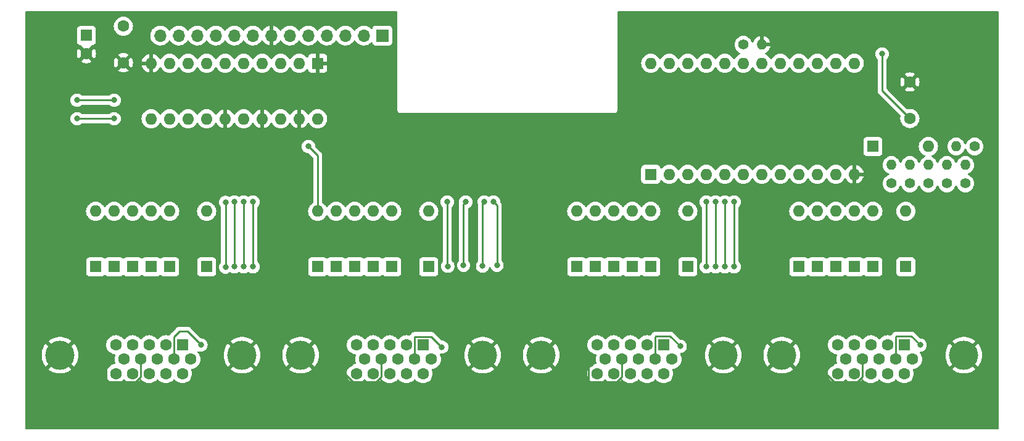
<source format=gtl>
%TF.GenerationSoftware,KiCad,Pcbnew,(6.0.0)*%
%TF.CreationDate,2022-03-13T17:59:30-04:00*%
%TF.ProjectId,team tap,7465616d-2074-4617-902e-6b696361645f,rev?*%
%TF.SameCoordinates,Original*%
%TF.FileFunction,Copper,L1,Top*%
%TF.FilePolarity,Positive*%
%FSLAX46Y46*%
G04 Gerber Fmt 4.6, Leading zero omitted, Abs format (unit mm)*
G04 Created by KiCad (PCBNEW (6.0.0)) date 2022-03-13 17:59:30*
%MOMM*%
%LPD*%
G01*
G04 APERTURE LIST*
%TA.AperFunction,ComponentPad*%
%ADD10C,1.400000*%
%TD*%
%TA.AperFunction,ComponentPad*%
%ADD11O,1.400000X1.400000*%
%TD*%
%TA.AperFunction,ComponentPad*%
%ADD12R,1.600000X1.600000*%
%TD*%
%TA.AperFunction,ComponentPad*%
%ADD13O,1.600000X1.600000*%
%TD*%
%TA.AperFunction,ComponentPad*%
%ADD14C,1.600000*%
%TD*%
%TA.AperFunction,ComponentPad*%
%ADD15R,1.700000X1.700000*%
%TD*%
%TA.AperFunction,ComponentPad*%
%ADD16O,1.700000X1.700000*%
%TD*%
%TA.AperFunction,ComponentPad*%
%ADD17C,4.000000*%
%TD*%
%TA.AperFunction,ViaPad*%
%ADD18C,0.800000*%
%TD*%
%TA.AperFunction,Conductor*%
%ADD19C,0.250000*%
%TD*%
G04 APERTURE END LIST*
D10*
%TO.P,R5,1*%
%TO.N,/int8*%
X137160000Y-147320000D03*
D11*
%TO.P,R5,2*%
%TO.N,+5V*%
X137160000Y-144780000D03*
%TD*%
D12*
%TO.P,D22,1,K*%
%TO.N,Net-(D22-Pad1)*%
X129540000Y-158750000D03*
D13*
%TO.P,D22,2,A*%
%TO.N,/int12*%
X129540000Y-151130000D03*
%TD*%
D12*
%TO.P,D16,1,K*%
%TO.N,/s10*%
X134620000Y-142240000D03*
D13*
%TO.P,D16,2,A*%
%TO.N,/int6*%
X142240000Y-142240000D03*
%TD*%
D12*
%TO.P,D20,1,K*%
%TO.N,Net-(SCK4-Pad6)*%
X124460000Y-158750000D03*
D13*
%TO.P,D20,2,A*%
%TO.N,/int6*%
X124460000Y-151130000D03*
%TD*%
D12*
%TO.P,D11,1,K*%
%TO.N,Net-(D11-Pad1)*%
X68580000Y-158750000D03*
D13*
%TO.P,D11,2,A*%
%TO.N,/int10*%
X68580000Y-151130000D03*
%TD*%
D12*
%TO.P,D3,1,K*%
%TO.N,Net-(D3-Pad1)*%
X35560000Y-158750000D03*
D13*
%TO.P,D3,2,A*%
%TO.N,/int 11*%
X35560000Y-151130000D03*
%TD*%
D12*
%TO.P,C3,1*%
%TO.N,+5V*%
X26670000Y-127000000D03*
D14*
%TO.P,C3,2*%
%TO.N,GND*%
X26670000Y-129500000D03*
%TD*%
D12*
%TO.P,D12,1,K*%
%TO.N,Net-(D12-Pad1)*%
X73660000Y-158750000D03*
D13*
%TO.P,D12,2,A*%
%TO.N,/int8*%
X73660000Y-151130000D03*
%TD*%
D12*
%TO.P,D2,1,K*%
%TO.N,Net-(D2-Pad1)*%
X38100000Y-158750000D03*
D13*
%TO.P,D2,2,A*%
%TO.N,/int10*%
X38100000Y-151130000D03*
%TD*%
D10*
%TO.P,R4,1*%
%TO.N,/int9*%
X147320000Y-147320000D03*
D11*
%TO.P,R4,2*%
%TO.N,+5V*%
X147320000Y-144780000D03*
%TD*%
D10*
%TO.P,R7,1*%
%TO.N,/JC13*%
X116840000Y-128270000D03*
D11*
%TO.P,R7,2*%
%TO.N,GND*%
X119380000Y-128270000D03*
%TD*%
D14*
%TO.P,C2,1*%
%TO.N,+5V*%
X31750000Y-125730000D03*
%TO.P,C2,2*%
%TO.N,GND*%
X31750000Y-130730000D03*
%TD*%
D15*
%TO.P,P1,1,Pin_1*%
%TO.N,/JC1*%
X67290000Y-127010000D03*
D16*
%TO.P,P1,2,Pin_2*%
%TO.N,/JC2*%
X64750000Y-127010000D03*
%TO.P,P1,3,Pin_3*%
%TO.N,/JC3*%
X62210000Y-127010000D03*
%TO.P,P1,4,Pin_4*%
%TO.N,/JC4*%
X59670000Y-127010000D03*
%TO.P,P1,5,Pin_5*%
%TO.N,+5V*%
X57130000Y-127010000D03*
%TO.P,P1,6,Pin_6*%
%TO.N,/JC6*%
X54590000Y-127010000D03*
%TO.P,P1,7,Pin_7*%
%TO.N,GND*%
X52050000Y-127010000D03*
%TO.P,P1,8,Pin_8*%
%TO.N,/JC8*%
X49510000Y-127010000D03*
%TO.P,P1,9,Pin_9*%
%TO.N,/JC9*%
X46970000Y-127010000D03*
%TO.P,P1,10,Pin_10*%
%TO.N,/JC10*%
X44430000Y-127010000D03*
%TO.P,P1,11,Pin_11*%
%TO.N,/JC11*%
X41890000Y-127010000D03*
%TO.P,P1,12,Pin_12*%
%TO.N,/JC12*%
X39350000Y-127010000D03*
%TO.P,P1,13,Pin_13*%
%TO.N,/JC13*%
X36810000Y-127010000D03*
%TD*%
D12*
%TO.P,U2,1,1OE*%
%TO.N,GND*%
X58415000Y-130820000D03*
D13*
%TO.P,U2,2,1A0*%
%TO.N,/int6*%
X55875000Y-130820000D03*
%TO.P,U2,3,2Y0*%
%TO.N,unconnected-(U2-Pad3)*%
X53335000Y-130820000D03*
%TO.P,U2,4,1A1*%
%TO.N,/int8*%
X50795000Y-130820000D03*
%TO.P,U2,5,2Y1*%
%TO.N,unconnected-(U2-Pad5)*%
X48255000Y-130820000D03*
%TO.P,U2,6,1A2*%
%TO.N,/int9*%
X45715000Y-130820000D03*
%TO.P,U2,7,2Y2*%
%TO.N,/JC10*%
X43175000Y-130820000D03*
%TO.P,U2,8,1A3*%
%TO.N,/int12*%
X40635000Y-130820000D03*
%TO.P,U2,9,2Y3*%
%TO.N,/JC11*%
X38095000Y-130820000D03*
%TO.P,U2,10,GND*%
%TO.N,GND*%
X35555000Y-130820000D03*
%TO.P,U2,11,2A3*%
%TO.N,/int 11*%
X35555000Y-138440000D03*
%TO.P,U2,12,1Y3*%
%TO.N,/JC12*%
X38095000Y-138440000D03*
%TO.P,U2,13,2A2*%
%TO.N,/int10*%
X40635000Y-138440000D03*
%TO.P,U2,14,1Y2*%
%TO.N,/JC9*%
X43175000Y-138440000D03*
%TO.P,U2,15,2A1*%
%TO.N,GND*%
X45715000Y-138440000D03*
%TO.P,U2,16,1Y1*%
%TO.N,/JC8*%
X48255000Y-138440000D03*
%TO.P,U2,17,2A0*%
%TO.N,GND*%
X50795000Y-138440000D03*
%TO.P,U2,18,1Y0*%
%TO.N,/JC6*%
X53335000Y-138440000D03*
%TO.P,U2,19,2OE*%
%TO.N,GND*%
X55875000Y-138440000D03*
%TO.P,U2,20,VCC*%
%TO.N,+5V*%
X58415000Y-138440000D03*
%TD*%
D12*
%TO.P,D9,1,K*%
%TO.N,Net-(D9-Pad1)*%
X63500000Y-158750000D03*
D13*
%TO.P,D9,2,A*%
%TO.N,/int12*%
X63500000Y-151130000D03*
%TD*%
D12*
%TO.P,D15,1,K*%
%TO.N,Net-(SCK3-Pad12)*%
X99060000Y-158750000D03*
D13*
%TO.P,D15,2,A*%
%TO.N,/int12*%
X99060000Y-151130000D03*
%TD*%
D17*
%TO.P,SCK2,0*%
%TO.N,GND*%
X56065000Y-170879669D03*
X81065000Y-170879669D03*
D12*
%TO.P,SCK2,1*%
%TO.N,/s3*%
X72880000Y-169459669D03*
D14*
%TO.P,SCK2,2*%
%TO.N,/s2*%
X70590000Y-169459669D03*
%TO.P,SCK2,3*%
%TO.N,/s1*%
X68300000Y-169459669D03*
%TO.P,SCK2,4*%
%TO.N,/s0*%
X66010000Y-169459669D03*
%TO.P,SCK2,5*%
%TO.N,unconnected-(SCK2-Pad5)*%
X63720000Y-169459669D03*
%TO.P,SCK2,6*%
%TO.N,Net-(SCK2-Pad6)*%
X74025000Y-171439669D03*
%TO.P,SCK2,7*%
%TO.N,Net-(SCK4-Pad7)*%
X71735000Y-171439669D03*
%TO.P,SCK2,8*%
X69445000Y-171439669D03*
%TO.P,SCK2,9*%
%TO.N,GND*%
X67155000Y-171439669D03*
%TO.P,SCK2,10*%
%TO.N,Net-(D12-Pad1)*%
X64865000Y-171439669D03*
%TO.P,SCK2,11*%
%TO.N,Net-(D8-Pad1)*%
X72880000Y-173419669D03*
%TO.P,SCK2,12*%
%TO.N,Net-(D9-Pad1)*%
X70590000Y-173419669D03*
%TO.P,SCK2,13*%
%TO.N,Net-(D10-Pad1)*%
X68300000Y-173419669D03*
%TO.P,SCK2,14*%
%TO.N,Net-(D11-Pad1)*%
X66010000Y-173419669D03*
%TO.P,SCK2,15*%
%TO.N,unconnected-(SCK2-Pad15)*%
X63720000Y-173419669D03*
%TD*%
D12*
%TO.P,D10,1,K*%
%TO.N,Net-(D10-Pad1)*%
X66040000Y-158750000D03*
D13*
%TO.P,D10,2,A*%
%TO.N,/int 11*%
X66040000Y-151130000D03*
%TD*%
D12*
%TO.P,D19,1,K*%
%TO.N,Net-(SCK3-Pad10)*%
X109220000Y-158750000D03*
D13*
%TO.P,D19,2,A*%
%TO.N,/int8*%
X109220000Y-151130000D03*
%TD*%
D17*
%TO.P,SCK3,0*%
%TO.N,GND*%
X89085000Y-170879669D03*
X114085000Y-170879669D03*
D12*
%TO.P,SCK3,1*%
%TO.N,/s8*%
X105900000Y-169459669D03*
D14*
%TO.P,SCK3,2*%
%TO.N,/s6*%
X103610000Y-169459669D03*
%TO.P,SCK3,3*%
%TO.N,/s5*%
X101320000Y-169459669D03*
%TO.P,SCK3,4*%
%TO.N,/s4*%
X99030000Y-169459669D03*
%TO.P,SCK3,5*%
%TO.N,unconnected-(SCK3-Pad5)*%
X96740000Y-169459669D03*
%TO.P,SCK3,6*%
%TO.N,Net-(SCK3-Pad6)*%
X107045000Y-171439669D03*
%TO.P,SCK3,7*%
%TO.N,Net-(SCK4-Pad7)*%
X104755000Y-171439669D03*
%TO.P,SCK3,8*%
X102465000Y-171439669D03*
%TO.P,SCK3,9*%
%TO.N,GND*%
X100175000Y-171439669D03*
%TO.P,SCK3,10*%
%TO.N,Net-(SCK3-Pad10)*%
X97885000Y-171439669D03*
%TO.P,SCK3,11*%
%TO.N,Net-(SCK3-Pad11)*%
X105900000Y-173419669D03*
%TO.P,SCK3,12*%
%TO.N,Net-(SCK3-Pad12)*%
X103610000Y-173419669D03*
%TO.P,SCK3,13*%
%TO.N,Net-(SCK3-Pad13)*%
X101320000Y-173419669D03*
%TO.P,SCK3,14*%
%TO.N,Net-(SCK3-Pad14)*%
X99030000Y-173419669D03*
%TO.P,SCK3,15*%
%TO.N,unconnected-(SCK3-Pad15)*%
X96740000Y-173419669D03*
%TD*%
D12*
%TO.P,D21,1,K*%
%TO.N,Net-(D21-Pad1)*%
X127000000Y-158750000D03*
D13*
%TO.P,D21,2,A*%
%TO.N,/int9*%
X127000000Y-151130000D03*
%TD*%
D10*
%TO.P,R2,1*%
%TO.N,/int 11*%
X142240000Y-147320000D03*
D11*
%TO.P,R2,2*%
%TO.N,+5V*%
X142240000Y-144780000D03*
%TD*%
D12*
%TO.P,D4,1,K*%
%TO.N,Net-(D4-Pad1)*%
X33020000Y-158750000D03*
D13*
%TO.P,D4,2,A*%
%TO.N,/int12*%
X33020000Y-151130000D03*
%TD*%
D12*
%TO.P,D8,1,K*%
%TO.N,Net-(D8-Pad1)*%
X60960000Y-158750000D03*
D13*
%TO.P,D8,2,A*%
%TO.N,/int9*%
X60960000Y-151130000D03*
%TD*%
D12*
%TO.P,D17,1,K*%
%TO.N,Net-(SCK3-Pad13)*%
X101600000Y-158750000D03*
D13*
%TO.P,D17,2,A*%
%TO.N,/int 11*%
X101600000Y-151130000D03*
%TD*%
D12*
%TO.P,D24,1,K*%
%TO.N,Net-(D24-Pad1)*%
X134620000Y-158750000D03*
D13*
%TO.P,D24,2,A*%
%TO.N,/int10*%
X134620000Y-151130000D03*
%TD*%
D12*
%TO.P,D14,1,K*%
%TO.N,Net-(SCK3-Pad11)*%
X96520000Y-158750000D03*
D13*
%TO.P,D14,2,A*%
%TO.N,/int9*%
X96520000Y-151130000D03*
%TD*%
D14*
%TO.P,C1,1*%
%TO.N,+5V*%
X139700000Y-138390000D03*
%TO.P,C1,2*%
%TO.N,GND*%
X139700000Y-133390000D03*
%TD*%
D10*
%TO.P,R3,1*%
%TO.N,/int12*%
X144780000Y-147320000D03*
D11*
%TO.P,R3,2*%
%TO.N,+5V*%
X144780000Y-144780000D03*
%TD*%
D12*
%TO.P,U1,1,S0*%
%TO.N,/s0*%
X104135000Y-146055000D03*
D13*
%TO.P,U1,2,S1*%
%TO.N,/s1*%
X106675000Y-146055000D03*
%TO.P,U1,3,S2*%
%TO.N,/s2*%
X109215000Y-146055000D03*
%TO.P,U1,4,S3*%
%TO.N,/s3*%
X111755000Y-146055000D03*
%TO.P,U1,5,S4*%
%TO.N,/s4*%
X114295000Y-146055000D03*
%TO.P,U1,6,S5*%
%TO.N,/s5*%
X116835000Y-146055000D03*
%TO.P,U1,7,S6*%
%TO.N,/s6*%
X119375000Y-146055000D03*
%TO.P,U1,8,S7*%
%TO.N,/s7*%
X121915000Y-146055000D03*
%TO.P,U1,9,S8*%
%TO.N,/s8*%
X124455000Y-146055000D03*
%TO.P,U1,10,S9*%
%TO.N,/s9*%
X126995000Y-146055000D03*
%TO.P,U1,11,S10*%
%TO.N,/s10*%
X129535000Y-146055000D03*
%TO.P,U1,12,GND*%
%TO.N,GND*%
X132075000Y-146055000D03*
%TO.P,U1,13,S11*%
%TO.N,/s11*%
X132075000Y-130815000D03*
%TO.P,U1,14,S12*%
%TO.N,/s12*%
X129535000Y-130815000D03*
%TO.P,U1,15,S13*%
%TO.N,/s13*%
X126995000Y-130815000D03*
%TO.P,U1,16,S14*%
%TO.N,/s14*%
X124455000Y-130815000D03*
%TO.P,U1,17,S15*%
%TO.N,/s15*%
X121915000Y-130815000D03*
%TO.P,U1,18,E0*%
%TO.N,/JC13*%
X119375000Y-130815000D03*
%TO.P,U1,19,E1*%
X116835000Y-130815000D03*
%TO.P,U1,20,A3*%
%TO.N,/JC1*%
X114295000Y-130815000D03*
%TO.P,U1,21,A2*%
%TO.N,/JC2*%
X111755000Y-130815000D03*
%TO.P,U1,22,A1*%
%TO.N,/JC3*%
X109215000Y-130815000D03*
%TO.P,U1,23,A0*%
%TO.N,/JC4*%
X106675000Y-130815000D03*
%TO.P,U1,24,VCC*%
%TO.N,+5V*%
X104135000Y-130815000D03*
%TD*%
D12*
%TO.P,D1,1,K*%
%TO.N,Net-(D1-Pad1)*%
X43180000Y-158750000D03*
D13*
%TO.P,D1,2,A*%
%TO.N,/int8*%
X43180000Y-151130000D03*
%TD*%
D12*
%TO.P,D23,1,K*%
%TO.N,Net-(D23-Pad1)*%
X132080000Y-158750000D03*
D13*
%TO.P,D23,2,A*%
%TO.N,/int 11*%
X132080000Y-151130000D03*
%TD*%
D17*
%TO.P,SCK4,0*%
%TO.N,GND*%
X147105000Y-170879669D03*
X122105000Y-170879669D03*
D12*
%TO.P,SCK4,1*%
%TO.N,/s15*%
X138920000Y-169459669D03*
D14*
%TO.P,SCK4,2*%
%TO.N,/s12*%
X136630000Y-169459669D03*
%TO.P,SCK4,3*%
%TO.N,/s10*%
X134340000Y-169459669D03*
%TO.P,SCK4,4*%
%TO.N,/s9*%
X132050000Y-169459669D03*
%TO.P,SCK4,5*%
%TO.N,unconnected-(SCK4-Pad5)*%
X129760000Y-169459669D03*
%TO.P,SCK4,6*%
%TO.N,Net-(SCK4-Pad6)*%
X140065000Y-171439669D03*
%TO.P,SCK4,7*%
%TO.N,Net-(SCK4-Pad7)*%
X137775000Y-171439669D03*
%TO.P,SCK4,8*%
X135485000Y-171439669D03*
%TO.P,SCK4,9*%
%TO.N,GND*%
X133195000Y-171439669D03*
%TO.P,SCK4,10*%
%TO.N,Net-(SCK4-Pad10)*%
X130905000Y-171439669D03*
%TO.P,SCK4,11*%
%TO.N,Net-(D21-Pad1)*%
X138920000Y-173419669D03*
%TO.P,SCK4,12*%
%TO.N,Net-(D22-Pad1)*%
X136630000Y-173419669D03*
%TO.P,SCK4,13*%
%TO.N,Net-(D23-Pad1)*%
X134340000Y-173419669D03*
%TO.P,SCK4,14*%
%TO.N,Net-(D24-Pad1)*%
X132050000Y-173419669D03*
%TO.P,SCK4,15*%
%TO.N,unconnected-(SCK4-Pad15)*%
X129760000Y-173419669D03*
%TD*%
D12*
%TO.P,D25,1,K*%
%TO.N,Net-(SCK4-Pad10)*%
X139140000Y-158750000D03*
D13*
%TO.P,D25,2,A*%
%TO.N,/int8*%
X139140000Y-151130000D03*
%TD*%
D12*
%TO.P,D18,1,K*%
%TO.N,Net-(SCK3-Pad14)*%
X104140000Y-158750000D03*
D13*
%TO.P,D18,2,A*%
%TO.N,/int10*%
X104140000Y-151130000D03*
%TD*%
D12*
%TO.P,D7,1,K*%
%TO.N,Net-(SCK2-Pad6)*%
X58420000Y-158750000D03*
D13*
%TO.P,D7,2,A*%
%TO.N,/int6*%
X58420000Y-151130000D03*
%TD*%
D10*
%TO.P,R6,1*%
%TO.N,/int6*%
X148590000Y-142240000D03*
D11*
%TO.P,R6,2*%
%TO.N,+5V*%
X146050000Y-142240000D03*
%TD*%
D12*
%TO.P,D5,1,K*%
%TO.N,Net-(D5-Pad1)*%
X30480000Y-158750000D03*
D13*
%TO.P,D5,2,A*%
%TO.N,/int9*%
X30480000Y-151130000D03*
%TD*%
D12*
%TO.P,D6,1,K*%
%TO.N,Net-(D6-Pad1)*%
X27940000Y-158750000D03*
D13*
%TO.P,D6,2,A*%
%TO.N,/int6*%
X27940000Y-151130000D03*
%TD*%
D12*
%TO.P,D13,1,K*%
%TO.N,Net-(SCK3-Pad6)*%
X93980000Y-158750000D03*
D13*
%TO.P,D13,2,A*%
%TO.N,/int6*%
X93980000Y-151130000D03*
%TD*%
D17*
%TO.P,SCK1,0*%
%TO.N,GND*%
X48045000Y-170879669D03*
X23045000Y-170879669D03*
D12*
%TO.P,SCK1,1*%
%TO.N,/s7*%
X39860000Y-169459669D03*
D14*
%TO.P,SCK1,2*%
%TO.N,/s11*%
X37570000Y-169459669D03*
%TO.P,SCK1,3*%
%TO.N,/s13*%
X35280000Y-169459669D03*
%TO.P,SCK1,4*%
%TO.N,/s14*%
X32990000Y-169459669D03*
%TO.P,SCK1,5*%
%TO.N,unconnected-(SCK1-Pad5)*%
X30700000Y-169459669D03*
%TO.P,SCK1,6*%
%TO.N,Net-(D6-Pad1)*%
X41005000Y-171439669D03*
%TO.P,SCK1,7*%
%TO.N,Net-(SCK4-Pad7)*%
X38715000Y-171439669D03*
%TO.P,SCK1,8*%
X36425000Y-171439669D03*
%TO.P,SCK1,9*%
%TO.N,GND*%
X34135000Y-171439669D03*
%TO.P,SCK1,10*%
%TO.N,Net-(D1-Pad1)*%
X31845000Y-171439669D03*
%TO.P,SCK1,11*%
%TO.N,Net-(D5-Pad1)*%
X39860000Y-173419669D03*
%TO.P,SCK1,12*%
%TO.N,Net-(D4-Pad1)*%
X37570000Y-173419669D03*
%TO.P,SCK1,13*%
%TO.N,Net-(D3-Pad1)*%
X35280000Y-173419669D03*
%TO.P,SCK1,14*%
%TO.N,Net-(D2-Pad1)*%
X32990000Y-173419669D03*
%TO.P,SCK1,15*%
%TO.N,unconnected-(SCK1-Pad15)*%
X30700000Y-173419669D03*
%TD*%
D10*
%TO.P,R1,1*%
%TO.N,/int10*%
X139700000Y-147320000D03*
D11*
%TO.P,R1,2*%
%TO.N,+5V*%
X139700000Y-144780000D03*
%TD*%
D18*
%TO.N,+5V*%
X135890000Y-129540000D03*
%TO.N,GND*%
X138430000Y-129540000D03*
X29413200Y-171653200D03*
X128905000Y-172085000D03*
X95885000Y-172085000D03*
X25400000Y-140970000D03*
X62865000Y-172085000D03*
%TO.N,/int12*%
X25400000Y-135890000D03*
X30480000Y-135890000D03*
%TO.N,/int9*%
X30480000Y-138430000D03*
X25400000Y-138430000D03*
%TO.N,/int6*%
X57150000Y-142240000D03*
%TO.N,Net-(SCK4-Pad7)*%
X42405300Y-169481500D03*
X75438000Y-169773600D03*
X141097000Y-169494200D03*
X108178600Y-169672000D03*
%TO.N,/s7*%
X49530000Y-158750000D03*
X49530000Y-149860000D03*
%TO.N,/s11*%
X48260000Y-149860000D03*
X48260000Y-158750000D03*
%TO.N,/s13*%
X46990000Y-149860000D03*
X46990000Y-158750000D03*
%TO.N,/s14*%
X45770800Y-158800800D03*
X45770800Y-149910800D03*
%TO.N,/s3*%
X82550000Y-149860000D03*
X83032600Y-158546800D03*
%TO.N,/s2*%
X81051400Y-158648400D03*
X81280000Y-149860000D03*
%TO.N,/s1*%
X78740000Y-149860000D03*
X78435200Y-158546800D03*
%TO.N,/s0*%
X76200000Y-149860000D03*
X76276200Y-158673800D03*
%TO.N,/s8*%
X115570000Y-158750000D03*
X115570000Y-149860000D03*
%TO.N,/s6*%
X114300000Y-149860000D03*
X114300000Y-158750000D03*
%TO.N,/s5*%
X113030000Y-158750000D03*
X113030000Y-149860000D03*
%TO.N,/s4*%
X111760000Y-149860000D03*
X111760000Y-158750000D03*
%TD*%
D19*
%TO.N,+5V*%
X135890000Y-134580000D02*
X139700000Y-138390000D01*
X135890000Y-129540000D02*
X135890000Y-134580000D01*
%TO.N,GND*%
X63254211Y-174544180D02*
X62230000Y-173519969D01*
X100175000Y-173864969D02*
X99495789Y-174544180D01*
X34135000Y-171439669D02*
X34135000Y-173864969D01*
X29413200Y-174193200D02*
X29413200Y-171653200D01*
X67155000Y-171439669D02*
X67155000Y-173864969D01*
X66475789Y-174544180D02*
X63254211Y-174544180D01*
X133195000Y-173864969D02*
X132515789Y-174544180D01*
X62230000Y-173519969D02*
X62230000Y-172720000D01*
X95804180Y-174544180D02*
X95615489Y-174355489D01*
X128270000Y-172720000D02*
X128905000Y-172085000D01*
X132515789Y-174544180D02*
X129294211Y-174544180D01*
X29764180Y-174544180D02*
X29413200Y-174193200D01*
X128270000Y-173519969D02*
X128270000Y-172720000D01*
X95615489Y-172354511D02*
X95885000Y-172085000D01*
X99495789Y-174544180D02*
X95804180Y-174544180D01*
X33455789Y-174544180D02*
X29764180Y-174544180D01*
X133195000Y-171439669D02*
X133195000Y-173864969D01*
X62230000Y-172720000D02*
X62865000Y-172085000D01*
X100175000Y-171439669D02*
X100175000Y-173864969D01*
X129294211Y-174544180D02*
X128270000Y-173519969D01*
X34135000Y-173864969D02*
X33455789Y-174544180D01*
X95615489Y-174355489D02*
X95615489Y-172354511D01*
X67155000Y-173864969D02*
X66475789Y-174544180D01*
%TO.N,/int12*%
X30480000Y-135890000D02*
X25400000Y-135890000D01*
%TO.N,/int9*%
X30480000Y-138430000D02*
X25400000Y-138430000D01*
%TO.N,/int6*%
X57150000Y-142240000D02*
X58420000Y-143510000D01*
X58420000Y-143510000D02*
X58420000Y-151130000D01*
%TO.N,Net-(SCK4-Pad7)*%
X139877800Y-168275000D02*
X141097000Y-169494200D01*
X71735000Y-168355647D02*
X71755489Y-168335158D01*
X137775000Y-168355647D02*
X137855647Y-168275000D01*
X106781600Y-168275000D02*
X108178600Y-169672000D01*
X73999558Y-168335158D02*
X75438000Y-169773600D01*
X71755489Y-168335158D02*
X73999558Y-168335158D01*
X71735000Y-171439669D02*
X71735000Y-168355647D01*
X38715000Y-168355647D02*
X39430647Y-167640000D01*
X104755000Y-171439669D02*
X104755000Y-168355647D01*
X137775000Y-171439669D02*
X137775000Y-168355647D01*
X104835647Y-168275000D02*
X106781600Y-168275000D01*
X40563800Y-167640000D02*
X42405300Y-169481500D01*
X137855647Y-168275000D02*
X139877800Y-168275000D01*
X39430647Y-167640000D02*
X40563800Y-167640000D01*
X38715000Y-171439669D02*
X38715000Y-168355647D01*
X104755000Y-168355647D02*
X104835647Y-168275000D01*
%TO.N,/s7*%
X49530000Y-158750000D02*
X49530000Y-149860000D01*
%TO.N,/s11*%
X48260000Y-158750000D02*
X48260000Y-149860000D01*
%TO.N,/s13*%
X46990000Y-158750000D02*
X46990000Y-149860000D01*
%TO.N,/s14*%
X45770800Y-158800800D02*
X45770800Y-149910800D01*
%TO.N,/s3*%
X83032600Y-158546800D02*
X83032600Y-150342600D01*
X83032600Y-150342600D02*
X82550000Y-149860000D01*
%TO.N,/s2*%
X81051400Y-158648400D02*
X81051400Y-150088600D01*
X81051400Y-150088600D02*
X81280000Y-149860000D01*
%TO.N,/s1*%
X78435200Y-150164800D02*
X78740000Y-149860000D01*
X78435200Y-158546800D02*
X78435200Y-150164800D01*
%TO.N,/s0*%
X76200000Y-158597600D02*
X76200000Y-149860000D01*
X76276200Y-158673800D02*
X76200000Y-158597600D01*
%TO.N,/s8*%
X115570000Y-158750000D02*
X115570000Y-149860000D01*
%TO.N,/s6*%
X114300000Y-158750000D02*
X114300000Y-149860000D01*
%TO.N,/s5*%
X113030000Y-158750000D02*
X113030000Y-149860000D01*
%TO.N,/s4*%
X111760000Y-158750000D02*
X111760000Y-149860000D01*
%TD*%
%TA.AperFunction,Conductor*%
%TO.N,GND*%
G36*
X69284121Y-123718002D02*
G01*
X69330614Y-123771658D01*
X69342000Y-123824000D01*
X69342000Y-137151298D01*
X69341998Y-137152068D01*
X69341524Y-137229652D01*
X69343990Y-137238281D01*
X69343991Y-137238286D01*
X69349639Y-137258048D01*
X69353217Y-137274809D01*
X69356130Y-137295152D01*
X69356133Y-137295162D01*
X69357405Y-137304045D01*
X69368021Y-137327395D01*
X69374464Y-137344907D01*
X69381512Y-137369565D01*
X69397274Y-137394548D01*
X69405404Y-137409614D01*
X69417633Y-137436510D01*
X69434374Y-137455939D01*
X69445479Y-137470947D01*
X69459160Y-137492631D01*
X69465888Y-137498573D01*
X69481296Y-137512181D01*
X69493340Y-137524373D01*
X69512619Y-137546747D01*
X69520147Y-137551626D01*
X69520150Y-137551629D01*
X69534139Y-137560696D01*
X69549013Y-137571986D01*
X69568228Y-137588956D01*
X69576354Y-137592771D01*
X69576355Y-137592772D01*
X69582021Y-137595432D01*
X69594966Y-137601510D01*
X69609935Y-137609824D01*
X69634727Y-137625893D01*
X69651650Y-137630954D01*
X69659290Y-137633239D01*
X69676736Y-137639901D01*
X69699948Y-137650799D01*
X69729130Y-137655343D01*
X69745849Y-137659126D01*
X69765536Y-137665014D01*
X69765539Y-137665015D01*
X69774141Y-137667587D01*
X69783116Y-137667642D01*
X69783117Y-137667642D01*
X69789810Y-137667683D01*
X69808556Y-137667797D01*
X69809328Y-137667830D01*
X69810423Y-137668000D01*
X69841298Y-137668000D01*
X69842068Y-137668002D01*
X69915716Y-137668452D01*
X69915717Y-137668452D01*
X69919652Y-137668476D01*
X69920996Y-137668092D01*
X69922341Y-137668000D01*
X99051298Y-137668000D01*
X99052069Y-137668002D01*
X99129652Y-137668476D01*
X99138281Y-137666010D01*
X99138286Y-137666009D01*
X99158048Y-137660361D01*
X99174809Y-137656783D01*
X99195152Y-137653870D01*
X99195162Y-137653867D01*
X99204045Y-137652595D01*
X99227395Y-137641979D01*
X99244907Y-137635536D01*
X99260937Y-137630954D01*
X99269565Y-137628488D01*
X99294548Y-137612726D01*
X99309614Y-137604596D01*
X99336510Y-137592367D01*
X99355939Y-137575626D01*
X99370947Y-137564521D01*
X99385039Y-137555630D01*
X99392631Y-137550840D01*
X99412182Y-137528703D01*
X99424374Y-137516659D01*
X99439949Y-137503239D01*
X99439950Y-137503237D01*
X99446747Y-137497381D01*
X99451626Y-137489853D01*
X99451629Y-137489850D01*
X99460696Y-137475861D01*
X99471986Y-137460987D01*
X99483012Y-137448502D01*
X99488956Y-137441772D01*
X99494001Y-137431028D01*
X99495432Y-137427979D01*
X99501510Y-137415034D01*
X99509824Y-137400065D01*
X99525893Y-137375273D01*
X99533239Y-137350709D01*
X99539901Y-137333264D01*
X99546983Y-137318179D01*
X99550799Y-137310052D01*
X99555343Y-137280870D01*
X99559126Y-137264151D01*
X99565014Y-137244464D01*
X99565015Y-137244461D01*
X99567587Y-137235859D01*
X99567797Y-137201444D01*
X99567830Y-137200672D01*
X99568000Y-137199577D01*
X99568000Y-137168702D01*
X99568002Y-137167932D01*
X99568452Y-137094284D01*
X99568452Y-137094283D01*
X99568476Y-137090348D01*
X99568092Y-137089004D01*
X99568000Y-137087659D01*
X99568000Y-130815000D01*
X102821502Y-130815000D01*
X102841457Y-131043087D01*
X102842881Y-131048400D01*
X102842881Y-131048402D01*
X102855244Y-131094539D01*
X102900716Y-131264243D01*
X102903039Y-131269224D01*
X102903039Y-131269225D01*
X102995151Y-131466762D01*
X102995154Y-131466767D01*
X102997477Y-131471749D01*
X103003960Y-131481007D01*
X103093299Y-131608596D01*
X103128802Y-131659300D01*
X103290700Y-131821198D01*
X103295208Y-131824355D01*
X103295211Y-131824357D01*
X103351729Y-131863931D01*
X103478251Y-131952523D01*
X103483233Y-131954846D01*
X103483238Y-131954849D01*
X103671245Y-132042517D01*
X103685757Y-132049284D01*
X103691065Y-132050706D01*
X103691067Y-132050707D01*
X103901598Y-132107119D01*
X103901600Y-132107119D01*
X103906913Y-132108543D01*
X104135000Y-132128498D01*
X104363087Y-132108543D01*
X104368400Y-132107119D01*
X104368402Y-132107119D01*
X104578933Y-132050707D01*
X104578935Y-132050706D01*
X104584243Y-132049284D01*
X104598755Y-132042517D01*
X104786762Y-131954849D01*
X104786767Y-131954846D01*
X104791749Y-131952523D01*
X104918271Y-131863931D01*
X104974789Y-131824357D01*
X104974792Y-131824355D01*
X104979300Y-131821198D01*
X105141198Y-131659300D01*
X105176702Y-131608596D01*
X105266040Y-131481007D01*
X105272523Y-131471749D01*
X105274846Y-131466767D01*
X105274849Y-131466762D01*
X105290805Y-131432543D01*
X105337722Y-131379258D01*
X105405999Y-131359797D01*
X105473959Y-131380339D01*
X105519195Y-131432543D01*
X105535151Y-131466762D01*
X105535154Y-131466767D01*
X105537477Y-131471749D01*
X105543960Y-131481007D01*
X105633299Y-131608596D01*
X105668802Y-131659300D01*
X105830700Y-131821198D01*
X105835208Y-131824355D01*
X105835211Y-131824357D01*
X105891729Y-131863931D01*
X106018251Y-131952523D01*
X106023233Y-131954846D01*
X106023238Y-131954849D01*
X106211245Y-132042517D01*
X106225757Y-132049284D01*
X106231065Y-132050706D01*
X106231067Y-132050707D01*
X106441598Y-132107119D01*
X106441600Y-132107119D01*
X106446913Y-132108543D01*
X106675000Y-132128498D01*
X106903087Y-132108543D01*
X106908400Y-132107119D01*
X106908402Y-132107119D01*
X107118933Y-132050707D01*
X107118935Y-132050706D01*
X107124243Y-132049284D01*
X107138755Y-132042517D01*
X107326762Y-131954849D01*
X107326767Y-131954846D01*
X107331749Y-131952523D01*
X107458271Y-131863931D01*
X107514789Y-131824357D01*
X107514792Y-131824355D01*
X107519300Y-131821198D01*
X107681198Y-131659300D01*
X107716702Y-131608596D01*
X107806040Y-131481007D01*
X107812523Y-131471749D01*
X107814846Y-131466767D01*
X107814849Y-131466762D01*
X107830805Y-131432543D01*
X107877722Y-131379258D01*
X107945999Y-131359797D01*
X108013959Y-131380339D01*
X108059195Y-131432543D01*
X108075151Y-131466762D01*
X108075154Y-131466767D01*
X108077477Y-131471749D01*
X108083960Y-131481007D01*
X108173299Y-131608596D01*
X108208802Y-131659300D01*
X108370700Y-131821198D01*
X108375208Y-131824355D01*
X108375211Y-131824357D01*
X108431729Y-131863931D01*
X108558251Y-131952523D01*
X108563233Y-131954846D01*
X108563238Y-131954849D01*
X108751245Y-132042517D01*
X108765757Y-132049284D01*
X108771065Y-132050706D01*
X108771067Y-132050707D01*
X108981598Y-132107119D01*
X108981600Y-132107119D01*
X108986913Y-132108543D01*
X109215000Y-132128498D01*
X109443087Y-132108543D01*
X109448400Y-132107119D01*
X109448402Y-132107119D01*
X109658933Y-132050707D01*
X109658935Y-132050706D01*
X109664243Y-132049284D01*
X109678755Y-132042517D01*
X109866762Y-131954849D01*
X109866767Y-131954846D01*
X109871749Y-131952523D01*
X109998271Y-131863931D01*
X110054789Y-131824357D01*
X110054792Y-131824355D01*
X110059300Y-131821198D01*
X110221198Y-131659300D01*
X110256702Y-131608596D01*
X110346040Y-131481007D01*
X110352523Y-131471749D01*
X110354846Y-131466767D01*
X110354849Y-131466762D01*
X110370805Y-131432543D01*
X110417722Y-131379258D01*
X110485999Y-131359797D01*
X110553959Y-131380339D01*
X110599195Y-131432543D01*
X110615151Y-131466762D01*
X110615154Y-131466767D01*
X110617477Y-131471749D01*
X110623960Y-131481007D01*
X110713299Y-131608596D01*
X110748802Y-131659300D01*
X110910700Y-131821198D01*
X110915208Y-131824355D01*
X110915211Y-131824357D01*
X110971729Y-131863931D01*
X111098251Y-131952523D01*
X111103233Y-131954846D01*
X111103238Y-131954849D01*
X111291245Y-132042517D01*
X111305757Y-132049284D01*
X111311065Y-132050706D01*
X111311067Y-132050707D01*
X111521598Y-132107119D01*
X111521600Y-132107119D01*
X111526913Y-132108543D01*
X111755000Y-132128498D01*
X111983087Y-132108543D01*
X111988400Y-132107119D01*
X111988402Y-132107119D01*
X112198933Y-132050707D01*
X112198935Y-132050706D01*
X112204243Y-132049284D01*
X112218755Y-132042517D01*
X112406762Y-131954849D01*
X112406767Y-131954846D01*
X112411749Y-131952523D01*
X112538271Y-131863931D01*
X112594789Y-131824357D01*
X112594792Y-131824355D01*
X112599300Y-131821198D01*
X112761198Y-131659300D01*
X112796702Y-131608596D01*
X112886040Y-131481007D01*
X112892523Y-131471749D01*
X112894846Y-131466767D01*
X112894849Y-131466762D01*
X112910805Y-131432543D01*
X112957722Y-131379258D01*
X113025999Y-131359797D01*
X113093959Y-131380339D01*
X113139195Y-131432543D01*
X113155151Y-131466762D01*
X113155154Y-131466767D01*
X113157477Y-131471749D01*
X113163960Y-131481007D01*
X113253299Y-131608596D01*
X113288802Y-131659300D01*
X113450700Y-131821198D01*
X113455208Y-131824355D01*
X113455211Y-131824357D01*
X113511729Y-131863931D01*
X113638251Y-131952523D01*
X113643233Y-131954846D01*
X113643238Y-131954849D01*
X113831245Y-132042517D01*
X113845757Y-132049284D01*
X113851065Y-132050706D01*
X113851067Y-132050707D01*
X114061598Y-132107119D01*
X114061600Y-132107119D01*
X114066913Y-132108543D01*
X114295000Y-132128498D01*
X114523087Y-132108543D01*
X114528400Y-132107119D01*
X114528402Y-132107119D01*
X114738933Y-132050707D01*
X114738935Y-132050706D01*
X114744243Y-132049284D01*
X114758755Y-132042517D01*
X114946762Y-131954849D01*
X114946767Y-131954846D01*
X114951749Y-131952523D01*
X115078271Y-131863931D01*
X115134789Y-131824357D01*
X115134792Y-131824355D01*
X115139300Y-131821198D01*
X115301198Y-131659300D01*
X115336702Y-131608596D01*
X115426040Y-131481007D01*
X115432523Y-131471749D01*
X115434846Y-131466767D01*
X115434849Y-131466762D01*
X115450805Y-131432543D01*
X115497722Y-131379258D01*
X115565999Y-131359797D01*
X115633959Y-131380339D01*
X115679195Y-131432543D01*
X115695151Y-131466762D01*
X115695154Y-131466767D01*
X115697477Y-131471749D01*
X115703960Y-131481007D01*
X115793299Y-131608596D01*
X115828802Y-131659300D01*
X115990700Y-131821198D01*
X115995208Y-131824355D01*
X115995211Y-131824357D01*
X116051729Y-131863931D01*
X116178251Y-131952523D01*
X116183233Y-131954846D01*
X116183238Y-131954849D01*
X116371245Y-132042517D01*
X116385757Y-132049284D01*
X116391065Y-132050706D01*
X116391067Y-132050707D01*
X116601598Y-132107119D01*
X116601600Y-132107119D01*
X116606913Y-132108543D01*
X116835000Y-132128498D01*
X117063087Y-132108543D01*
X117068400Y-132107119D01*
X117068402Y-132107119D01*
X117278933Y-132050707D01*
X117278935Y-132050706D01*
X117284243Y-132049284D01*
X117298755Y-132042517D01*
X117486762Y-131954849D01*
X117486767Y-131954846D01*
X117491749Y-131952523D01*
X117618271Y-131863931D01*
X117674789Y-131824357D01*
X117674792Y-131824355D01*
X117679300Y-131821198D01*
X117841198Y-131659300D01*
X117876702Y-131608596D01*
X117966040Y-131481007D01*
X117972523Y-131471749D01*
X117974846Y-131466767D01*
X117974849Y-131466762D01*
X117990805Y-131432543D01*
X118037722Y-131379258D01*
X118105999Y-131359797D01*
X118173959Y-131380339D01*
X118219195Y-131432543D01*
X118235151Y-131466762D01*
X118235154Y-131466767D01*
X118237477Y-131471749D01*
X118243960Y-131481007D01*
X118333299Y-131608596D01*
X118368802Y-131659300D01*
X118530700Y-131821198D01*
X118535208Y-131824355D01*
X118535211Y-131824357D01*
X118591729Y-131863931D01*
X118718251Y-131952523D01*
X118723233Y-131954846D01*
X118723238Y-131954849D01*
X118911245Y-132042517D01*
X118925757Y-132049284D01*
X118931065Y-132050706D01*
X118931067Y-132050707D01*
X119141598Y-132107119D01*
X119141600Y-132107119D01*
X119146913Y-132108543D01*
X119375000Y-132128498D01*
X119603087Y-132108543D01*
X119608400Y-132107119D01*
X119608402Y-132107119D01*
X119818933Y-132050707D01*
X119818935Y-132050706D01*
X119824243Y-132049284D01*
X119838755Y-132042517D01*
X120026762Y-131954849D01*
X120026767Y-131954846D01*
X120031749Y-131952523D01*
X120158271Y-131863931D01*
X120214789Y-131824357D01*
X120214792Y-131824355D01*
X120219300Y-131821198D01*
X120381198Y-131659300D01*
X120416702Y-131608596D01*
X120506040Y-131481007D01*
X120512523Y-131471749D01*
X120514846Y-131466767D01*
X120514849Y-131466762D01*
X120530805Y-131432543D01*
X120577722Y-131379258D01*
X120645999Y-131359797D01*
X120713959Y-131380339D01*
X120759195Y-131432543D01*
X120775151Y-131466762D01*
X120775154Y-131466767D01*
X120777477Y-131471749D01*
X120783960Y-131481007D01*
X120873299Y-131608596D01*
X120908802Y-131659300D01*
X121070700Y-131821198D01*
X121075208Y-131824355D01*
X121075211Y-131824357D01*
X121131729Y-131863931D01*
X121258251Y-131952523D01*
X121263233Y-131954846D01*
X121263238Y-131954849D01*
X121451245Y-132042517D01*
X121465757Y-132049284D01*
X121471065Y-132050706D01*
X121471067Y-132050707D01*
X121681598Y-132107119D01*
X121681600Y-132107119D01*
X121686913Y-132108543D01*
X121915000Y-132128498D01*
X122143087Y-132108543D01*
X122148400Y-132107119D01*
X122148402Y-132107119D01*
X122358933Y-132050707D01*
X122358935Y-132050706D01*
X122364243Y-132049284D01*
X122378755Y-132042517D01*
X122566762Y-131954849D01*
X122566767Y-131954846D01*
X122571749Y-131952523D01*
X122698271Y-131863931D01*
X122754789Y-131824357D01*
X122754792Y-131824355D01*
X122759300Y-131821198D01*
X122921198Y-131659300D01*
X122956702Y-131608596D01*
X123046040Y-131481007D01*
X123052523Y-131471749D01*
X123054846Y-131466767D01*
X123054849Y-131466762D01*
X123070805Y-131432543D01*
X123117722Y-131379258D01*
X123185999Y-131359797D01*
X123253959Y-131380339D01*
X123299195Y-131432543D01*
X123315151Y-131466762D01*
X123315154Y-131466767D01*
X123317477Y-131471749D01*
X123323960Y-131481007D01*
X123413299Y-131608596D01*
X123448802Y-131659300D01*
X123610700Y-131821198D01*
X123615208Y-131824355D01*
X123615211Y-131824357D01*
X123671729Y-131863931D01*
X123798251Y-131952523D01*
X123803233Y-131954846D01*
X123803238Y-131954849D01*
X123991245Y-132042517D01*
X124005757Y-132049284D01*
X124011065Y-132050706D01*
X124011067Y-132050707D01*
X124221598Y-132107119D01*
X124221600Y-132107119D01*
X124226913Y-132108543D01*
X124455000Y-132128498D01*
X124683087Y-132108543D01*
X124688400Y-132107119D01*
X124688402Y-132107119D01*
X124898933Y-132050707D01*
X124898935Y-132050706D01*
X124904243Y-132049284D01*
X124918755Y-132042517D01*
X125106762Y-131954849D01*
X125106767Y-131954846D01*
X125111749Y-131952523D01*
X125238271Y-131863931D01*
X125294789Y-131824357D01*
X125294792Y-131824355D01*
X125299300Y-131821198D01*
X125461198Y-131659300D01*
X125496702Y-131608596D01*
X125586040Y-131481007D01*
X125592523Y-131471749D01*
X125594846Y-131466767D01*
X125594849Y-131466762D01*
X125610805Y-131432543D01*
X125657722Y-131379258D01*
X125725999Y-131359797D01*
X125793959Y-131380339D01*
X125839195Y-131432543D01*
X125855151Y-131466762D01*
X125855154Y-131466767D01*
X125857477Y-131471749D01*
X125863960Y-131481007D01*
X125953299Y-131608596D01*
X125988802Y-131659300D01*
X126150700Y-131821198D01*
X126155208Y-131824355D01*
X126155211Y-131824357D01*
X126211729Y-131863931D01*
X126338251Y-131952523D01*
X126343233Y-131954846D01*
X126343238Y-131954849D01*
X126531245Y-132042517D01*
X126545757Y-132049284D01*
X126551065Y-132050706D01*
X126551067Y-132050707D01*
X126761598Y-132107119D01*
X126761600Y-132107119D01*
X126766913Y-132108543D01*
X126995000Y-132128498D01*
X127223087Y-132108543D01*
X127228400Y-132107119D01*
X127228402Y-132107119D01*
X127438933Y-132050707D01*
X127438935Y-132050706D01*
X127444243Y-132049284D01*
X127458755Y-132042517D01*
X127646762Y-131954849D01*
X127646767Y-131954846D01*
X127651749Y-131952523D01*
X127778271Y-131863931D01*
X127834789Y-131824357D01*
X127834792Y-131824355D01*
X127839300Y-131821198D01*
X128001198Y-131659300D01*
X128036702Y-131608596D01*
X128126040Y-131481007D01*
X128132523Y-131471749D01*
X128134846Y-131466767D01*
X128134849Y-131466762D01*
X128150805Y-131432543D01*
X128197722Y-131379258D01*
X128265999Y-131359797D01*
X128333959Y-131380339D01*
X128379195Y-131432543D01*
X128395151Y-131466762D01*
X128395154Y-131466767D01*
X128397477Y-131471749D01*
X128403960Y-131481007D01*
X128493299Y-131608596D01*
X128528802Y-131659300D01*
X128690700Y-131821198D01*
X128695208Y-131824355D01*
X128695211Y-131824357D01*
X128751729Y-131863931D01*
X128878251Y-131952523D01*
X128883233Y-131954846D01*
X128883238Y-131954849D01*
X129071245Y-132042517D01*
X129085757Y-132049284D01*
X129091065Y-132050706D01*
X129091067Y-132050707D01*
X129301598Y-132107119D01*
X129301600Y-132107119D01*
X129306913Y-132108543D01*
X129535000Y-132128498D01*
X129763087Y-132108543D01*
X129768400Y-132107119D01*
X129768402Y-132107119D01*
X129978933Y-132050707D01*
X129978935Y-132050706D01*
X129984243Y-132049284D01*
X129998755Y-132042517D01*
X130186762Y-131954849D01*
X130186767Y-131954846D01*
X130191749Y-131952523D01*
X130318271Y-131863931D01*
X130374789Y-131824357D01*
X130374792Y-131824355D01*
X130379300Y-131821198D01*
X130541198Y-131659300D01*
X130576702Y-131608596D01*
X130666040Y-131481007D01*
X130672523Y-131471749D01*
X130674846Y-131466767D01*
X130674849Y-131466762D01*
X130690805Y-131432543D01*
X130737722Y-131379258D01*
X130805999Y-131359797D01*
X130873959Y-131380339D01*
X130919195Y-131432543D01*
X130935151Y-131466762D01*
X130935154Y-131466767D01*
X130937477Y-131471749D01*
X130943960Y-131481007D01*
X131033299Y-131608596D01*
X131068802Y-131659300D01*
X131230700Y-131821198D01*
X131235208Y-131824355D01*
X131235211Y-131824357D01*
X131291729Y-131863931D01*
X131418251Y-131952523D01*
X131423233Y-131954846D01*
X131423238Y-131954849D01*
X131611245Y-132042517D01*
X131625757Y-132049284D01*
X131631065Y-132050706D01*
X131631067Y-132050707D01*
X131841598Y-132107119D01*
X131841600Y-132107119D01*
X131846913Y-132108543D01*
X132075000Y-132128498D01*
X132303087Y-132108543D01*
X132308400Y-132107119D01*
X132308402Y-132107119D01*
X132518933Y-132050707D01*
X132518935Y-132050706D01*
X132524243Y-132049284D01*
X132538755Y-132042517D01*
X132726762Y-131954849D01*
X132726767Y-131954846D01*
X132731749Y-131952523D01*
X132858271Y-131863931D01*
X132914789Y-131824357D01*
X132914792Y-131824355D01*
X132919300Y-131821198D01*
X133081198Y-131659300D01*
X133116702Y-131608596D01*
X133206040Y-131481007D01*
X133212523Y-131471749D01*
X133214846Y-131466767D01*
X133214849Y-131466762D01*
X133306961Y-131269225D01*
X133306961Y-131269224D01*
X133309284Y-131264243D01*
X133354757Y-131094539D01*
X133367119Y-131048402D01*
X133367119Y-131048400D01*
X133368543Y-131043087D01*
X133388498Y-130815000D01*
X133368543Y-130586913D01*
X133358251Y-130548503D01*
X133310707Y-130371067D01*
X133310706Y-130371065D01*
X133309284Y-130365757D01*
X133257984Y-130255742D01*
X133214849Y-130163238D01*
X133214846Y-130163233D01*
X133212523Y-130158251D01*
X133122403Y-130029546D01*
X133084357Y-129975211D01*
X133084355Y-129975208D01*
X133081198Y-129970700D01*
X132919300Y-129808802D01*
X132914792Y-129805645D01*
X132914789Y-129805643D01*
X132811489Y-129733312D01*
X132731749Y-129677477D01*
X132726767Y-129675154D01*
X132726762Y-129675151D01*
X132529225Y-129583039D01*
X132529224Y-129583039D01*
X132524243Y-129580716D01*
X132518935Y-129579294D01*
X132518933Y-129579293D01*
X132372291Y-129540000D01*
X134976496Y-129540000D01*
X134977186Y-129546565D01*
X134991803Y-129685634D01*
X134996458Y-129729928D01*
X135055473Y-129911556D01*
X135150960Y-130076944D01*
X135224137Y-130158215D01*
X135254853Y-130222221D01*
X135256500Y-130242524D01*
X135256500Y-134501233D01*
X135255973Y-134512416D01*
X135254298Y-134519909D01*
X135254547Y-134527835D01*
X135254547Y-134527836D01*
X135256438Y-134587986D01*
X135256500Y-134591945D01*
X135256500Y-134619856D01*
X135256997Y-134623790D01*
X135256997Y-134623791D01*
X135257005Y-134623856D01*
X135257938Y-134635693D01*
X135259327Y-134679889D01*
X135264978Y-134699339D01*
X135268987Y-134718700D01*
X135271526Y-134738797D01*
X135274445Y-134746168D01*
X135274445Y-134746170D01*
X135287804Y-134779912D01*
X135291649Y-134791142D01*
X135303982Y-134833593D01*
X135308015Y-134840412D01*
X135308017Y-134840417D01*
X135314293Y-134851028D01*
X135322988Y-134868776D01*
X135330448Y-134887617D01*
X135335110Y-134894033D01*
X135335110Y-134894034D01*
X135356436Y-134923387D01*
X135362952Y-134933307D01*
X135385458Y-134971362D01*
X135399779Y-134985683D01*
X135412619Y-135000716D01*
X135424528Y-135017107D01*
X135458605Y-135045298D01*
X135467384Y-135053288D01*
X138390848Y-137976752D01*
X138424874Y-138039064D01*
X138423459Y-138098459D01*
X138407882Y-138156591D01*
X138407881Y-138156598D01*
X138406457Y-138161913D01*
X138386502Y-138390000D01*
X138406457Y-138618087D01*
X138407881Y-138623400D01*
X138407881Y-138623402D01*
X138453934Y-138795271D01*
X138465716Y-138839243D01*
X138468039Y-138844224D01*
X138468039Y-138844225D01*
X138560151Y-139041762D01*
X138560154Y-139041767D01*
X138562477Y-139046749D01*
X138693802Y-139234300D01*
X138855700Y-139396198D01*
X138860208Y-139399355D01*
X138860211Y-139399357D01*
X138920992Y-139441916D01*
X139043251Y-139527523D01*
X139048233Y-139529846D01*
X139048238Y-139529849D01*
X139154532Y-139579414D01*
X139250757Y-139624284D01*
X139256065Y-139625706D01*
X139256067Y-139625707D01*
X139466598Y-139682119D01*
X139466600Y-139682119D01*
X139471913Y-139683543D01*
X139700000Y-139703498D01*
X139928087Y-139683543D01*
X139933400Y-139682119D01*
X139933402Y-139682119D01*
X140143933Y-139625707D01*
X140143935Y-139625706D01*
X140149243Y-139624284D01*
X140245468Y-139579414D01*
X140351762Y-139529849D01*
X140351767Y-139529846D01*
X140356749Y-139527523D01*
X140479008Y-139441916D01*
X140539789Y-139399357D01*
X140539792Y-139399355D01*
X140544300Y-139396198D01*
X140706198Y-139234300D01*
X140837523Y-139046749D01*
X140839846Y-139041767D01*
X140839849Y-139041762D01*
X140931961Y-138844225D01*
X140931961Y-138844224D01*
X140934284Y-138839243D01*
X140946067Y-138795271D01*
X140992119Y-138623402D01*
X140992119Y-138623400D01*
X140993543Y-138618087D01*
X141013498Y-138390000D01*
X140993543Y-138161913D01*
X140983398Y-138124050D01*
X140935707Y-137946067D01*
X140935706Y-137946065D01*
X140934284Y-137940757D01*
X140909752Y-137888148D01*
X140839849Y-137738238D01*
X140839846Y-137738233D01*
X140837523Y-137733251D01*
X140741476Y-137596082D01*
X140709357Y-137550211D01*
X140709355Y-137550208D01*
X140706198Y-137545700D01*
X140544300Y-137383802D01*
X140539792Y-137380645D01*
X140539789Y-137380643D01*
X140432665Y-137305634D01*
X140356749Y-137252477D01*
X140351767Y-137250154D01*
X140351762Y-137250151D01*
X140154225Y-137158039D01*
X140154224Y-137158039D01*
X140149243Y-137155716D01*
X140143935Y-137154294D01*
X140143933Y-137154293D01*
X139933402Y-137097881D01*
X139933400Y-137097881D01*
X139928087Y-137096457D01*
X139700000Y-137076502D01*
X139471913Y-137096457D01*
X139466602Y-137097880D01*
X139466591Y-137097882D01*
X139408459Y-137113459D01*
X139337483Y-137111770D01*
X139286752Y-137080848D01*
X136681967Y-134476062D01*
X138978493Y-134476062D01*
X138987789Y-134488077D01*
X139038994Y-134523931D01*
X139048489Y-134529414D01*
X139245947Y-134621490D01*
X139256239Y-134625236D01*
X139466688Y-134681625D01*
X139477481Y-134683528D01*
X139694525Y-134702517D01*
X139705475Y-134702517D01*
X139922519Y-134683528D01*
X139933312Y-134681625D01*
X140143761Y-134625236D01*
X140154053Y-134621490D01*
X140351511Y-134529414D01*
X140361006Y-134523931D01*
X140413048Y-134487491D01*
X140421424Y-134477012D01*
X140414356Y-134463566D01*
X139712812Y-133762022D01*
X139698868Y-133754408D01*
X139697035Y-133754539D01*
X139690420Y-133758790D01*
X138984923Y-134464287D01*
X138978493Y-134476062D01*
X136681967Y-134476062D01*
X136560405Y-134354500D01*
X136526379Y-134292188D01*
X136523500Y-134265405D01*
X136523500Y-133395475D01*
X138387483Y-133395475D01*
X138406472Y-133612519D01*
X138408375Y-133623312D01*
X138464764Y-133833761D01*
X138468510Y-133844053D01*
X138560586Y-134041511D01*
X138566069Y-134051006D01*
X138602509Y-134103048D01*
X138612988Y-134111424D01*
X138626434Y-134104356D01*
X139327978Y-133402812D01*
X139334356Y-133391132D01*
X140064408Y-133391132D01*
X140064539Y-133392965D01*
X140068790Y-133399580D01*
X140774287Y-134105077D01*
X140786062Y-134111507D01*
X140798077Y-134102211D01*
X140833931Y-134051006D01*
X140839414Y-134041511D01*
X140931490Y-133844053D01*
X140935236Y-133833761D01*
X140991625Y-133623312D01*
X140993528Y-133612519D01*
X141012517Y-133395475D01*
X141012517Y-133384525D01*
X140993528Y-133167481D01*
X140991625Y-133156688D01*
X140935236Y-132946239D01*
X140931490Y-132935947D01*
X140839414Y-132738489D01*
X140833931Y-132728994D01*
X140797491Y-132676952D01*
X140787012Y-132668576D01*
X140773566Y-132675644D01*
X140072022Y-133377188D01*
X140064408Y-133391132D01*
X139334356Y-133391132D01*
X139335592Y-133388868D01*
X139335461Y-133387035D01*
X139331210Y-133380420D01*
X138625713Y-132674923D01*
X138613938Y-132668493D01*
X138601923Y-132677789D01*
X138566069Y-132728994D01*
X138560586Y-132738489D01*
X138468510Y-132935947D01*
X138464764Y-132946239D01*
X138408375Y-133156688D01*
X138406472Y-133167481D01*
X138387483Y-133384525D01*
X138387483Y-133395475D01*
X136523500Y-133395475D01*
X136523500Y-132302988D01*
X138978576Y-132302988D01*
X138985644Y-132316434D01*
X139687188Y-133017978D01*
X139701132Y-133025592D01*
X139702965Y-133025461D01*
X139709580Y-133021210D01*
X140415077Y-132315713D01*
X140421507Y-132303938D01*
X140412211Y-132291923D01*
X140361006Y-132256069D01*
X140351511Y-132250586D01*
X140154053Y-132158510D01*
X140143761Y-132154764D01*
X139933312Y-132098375D01*
X139922519Y-132096472D01*
X139705475Y-132077483D01*
X139694525Y-132077483D01*
X139477481Y-132096472D01*
X139466688Y-132098375D01*
X139256239Y-132154764D01*
X139245947Y-132158510D01*
X139048489Y-132250586D01*
X139038994Y-132256069D01*
X138986952Y-132292509D01*
X138978576Y-132302988D01*
X136523500Y-132302988D01*
X136523500Y-130242524D01*
X136543502Y-130174403D01*
X136555858Y-130158221D01*
X136629040Y-130076944D01*
X136724527Y-129911556D01*
X136783542Y-129729928D01*
X136788198Y-129685634D01*
X136802814Y-129546565D01*
X136803504Y-129540000D01*
X136801031Y-129516475D01*
X136784232Y-129356635D01*
X136784232Y-129356633D01*
X136783542Y-129350072D01*
X136724527Y-129168444D01*
X136629040Y-129003056D01*
X136501253Y-128861134D01*
X136346752Y-128748882D01*
X136340724Y-128746198D01*
X136340722Y-128746197D01*
X136178319Y-128673891D01*
X136178318Y-128673891D01*
X136172288Y-128671206D01*
X136078888Y-128651353D01*
X135991944Y-128632872D01*
X135991939Y-128632872D01*
X135985487Y-128631500D01*
X135794513Y-128631500D01*
X135788061Y-128632872D01*
X135788056Y-128632872D01*
X135701112Y-128651353D01*
X135607712Y-128671206D01*
X135601682Y-128673891D01*
X135601681Y-128673891D01*
X135439278Y-128746197D01*
X135439276Y-128746198D01*
X135433248Y-128748882D01*
X135278747Y-128861134D01*
X135150960Y-129003056D01*
X135055473Y-129168444D01*
X134996458Y-129350072D01*
X134995768Y-129356633D01*
X134995768Y-129356635D01*
X134978969Y-129516475D01*
X134976496Y-129540000D01*
X132372291Y-129540000D01*
X132308402Y-129522881D01*
X132308400Y-129522881D01*
X132303087Y-129521457D01*
X132075000Y-129501502D01*
X131846913Y-129521457D01*
X131841600Y-129522881D01*
X131841598Y-129522881D01*
X131631067Y-129579293D01*
X131631065Y-129579294D01*
X131625757Y-129580716D01*
X131620776Y-129583039D01*
X131620775Y-129583039D01*
X131423238Y-129675151D01*
X131423233Y-129675154D01*
X131418251Y-129677477D01*
X131338511Y-129733312D01*
X131235211Y-129805643D01*
X131235208Y-129805645D01*
X131230700Y-129808802D01*
X131068802Y-129970700D01*
X131065645Y-129975208D01*
X131065643Y-129975211D01*
X131027597Y-130029546D01*
X130937477Y-130158251D01*
X130935154Y-130163233D01*
X130935151Y-130163238D01*
X130919195Y-130197457D01*
X130872278Y-130250742D01*
X130804001Y-130270203D01*
X130736041Y-130249661D01*
X130690805Y-130197457D01*
X130674849Y-130163238D01*
X130674846Y-130163233D01*
X130672523Y-130158251D01*
X130582403Y-130029546D01*
X130544357Y-129975211D01*
X130544355Y-129975208D01*
X130541198Y-129970700D01*
X130379300Y-129808802D01*
X130374792Y-129805645D01*
X130374789Y-129805643D01*
X130271489Y-129733312D01*
X130191749Y-129677477D01*
X130186767Y-129675154D01*
X130186762Y-129675151D01*
X129989225Y-129583039D01*
X129989224Y-129583039D01*
X129984243Y-129580716D01*
X129978935Y-129579294D01*
X129978933Y-129579293D01*
X129768402Y-129522881D01*
X129768400Y-129522881D01*
X129763087Y-129521457D01*
X129535000Y-129501502D01*
X129306913Y-129521457D01*
X129301600Y-129522881D01*
X129301598Y-129522881D01*
X129091067Y-129579293D01*
X129091065Y-129579294D01*
X129085757Y-129580716D01*
X129080776Y-129583039D01*
X129080775Y-129583039D01*
X128883238Y-129675151D01*
X128883233Y-129675154D01*
X128878251Y-129677477D01*
X128798511Y-129733312D01*
X128695211Y-129805643D01*
X128695208Y-129805645D01*
X128690700Y-129808802D01*
X128528802Y-129970700D01*
X128525645Y-129975208D01*
X128525643Y-129975211D01*
X128487597Y-130029546D01*
X128397477Y-130158251D01*
X128395154Y-130163233D01*
X128395151Y-130163238D01*
X128379195Y-130197457D01*
X128332278Y-130250742D01*
X128264001Y-130270203D01*
X128196041Y-130249661D01*
X128150805Y-130197457D01*
X128134849Y-130163238D01*
X128134846Y-130163233D01*
X128132523Y-130158251D01*
X128042403Y-130029546D01*
X128004357Y-129975211D01*
X128004355Y-129975208D01*
X128001198Y-129970700D01*
X127839300Y-129808802D01*
X127834792Y-129805645D01*
X127834789Y-129805643D01*
X127731489Y-129733312D01*
X127651749Y-129677477D01*
X127646767Y-129675154D01*
X127646762Y-129675151D01*
X127449225Y-129583039D01*
X127449224Y-129583039D01*
X127444243Y-129580716D01*
X127438935Y-129579294D01*
X127438933Y-129579293D01*
X127228402Y-129522881D01*
X127228400Y-129522881D01*
X127223087Y-129521457D01*
X126995000Y-129501502D01*
X126766913Y-129521457D01*
X126761600Y-129522881D01*
X126761598Y-129522881D01*
X126551067Y-129579293D01*
X126551065Y-129579294D01*
X126545757Y-129580716D01*
X126540776Y-129583039D01*
X126540775Y-129583039D01*
X126343238Y-129675151D01*
X126343233Y-129675154D01*
X126338251Y-129677477D01*
X126258511Y-129733312D01*
X126155211Y-129805643D01*
X126155208Y-129805645D01*
X126150700Y-129808802D01*
X125988802Y-129970700D01*
X125985645Y-129975208D01*
X125985643Y-129975211D01*
X125947597Y-130029546D01*
X125857477Y-130158251D01*
X125855154Y-130163233D01*
X125855151Y-130163238D01*
X125839195Y-130197457D01*
X125792278Y-130250742D01*
X125724001Y-130270203D01*
X125656041Y-130249661D01*
X125610805Y-130197457D01*
X125594849Y-130163238D01*
X125594846Y-130163233D01*
X125592523Y-130158251D01*
X125502403Y-130029546D01*
X125464357Y-129975211D01*
X125464355Y-129975208D01*
X125461198Y-129970700D01*
X125299300Y-129808802D01*
X125294792Y-129805645D01*
X125294789Y-129805643D01*
X125191489Y-129733312D01*
X125111749Y-129677477D01*
X125106767Y-129675154D01*
X125106762Y-129675151D01*
X124909225Y-129583039D01*
X124909224Y-129583039D01*
X124904243Y-129580716D01*
X124898935Y-129579294D01*
X124898933Y-129579293D01*
X124688402Y-129522881D01*
X124688400Y-129522881D01*
X124683087Y-129521457D01*
X124455000Y-129501502D01*
X124226913Y-129521457D01*
X124221600Y-129522881D01*
X124221598Y-129522881D01*
X124011067Y-129579293D01*
X124011065Y-129579294D01*
X124005757Y-129580716D01*
X124000776Y-129583039D01*
X124000775Y-129583039D01*
X123803238Y-129675151D01*
X123803233Y-129675154D01*
X123798251Y-129677477D01*
X123718511Y-129733312D01*
X123615211Y-129805643D01*
X123615208Y-129805645D01*
X123610700Y-129808802D01*
X123448802Y-129970700D01*
X123445645Y-129975208D01*
X123445643Y-129975211D01*
X123407597Y-130029546D01*
X123317477Y-130158251D01*
X123315154Y-130163233D01*
X123315151Y-130163238D01*
X123299195Y-130197457D01*
X123252278Y-130250742D01*
X123184001Y-130270203D01*
X123116041Y-130249661D01*
X123070805Y-130197457D01*
X123054849Y-130163238D01*
X123054846Y-130163233D01*
X123052523Y-130158251D01*
X122962403Y-130029546D01*
X122924357Y-129975211D01*
X122924355Y-129975208D01*
X122921198Y-129970700D01*
X122759300Y-129808802D01*
X122754792Y-129805645D01*
X122754789Y-129805643D01*
X122651489Y-129733312D01*
X122571749Y-129677477D01*
X122566767Y-129675154D01*
X122566762Y-129675151D01*
X122369225Y-129583039D01*
X122369224Y-129583039D01*
X122364243Y-129580716D01*
X122358935Y-129579294D01*
X122358933Y-129579293D01*
X122148402Y-129522881D01*
X122148400Y-129522881D01*
X122143087Y-129521457D01*
X121915000Y-129501502D01*
X121686913Y-129521457D01*
X121681600Y-129522881D01*
X121681598Y-129522881D01*
X121471067Y-129579293D01*
X121471065Y-129579294D01*
X121465757Y-129580716D01*
X121460776Y-129583039D01*
X121460775Y-129583039D01*
X121263238Y-129675151D01*
X121263233Y-129675154D01*
X121258251Y-129677477D01*
X121178511Y-129733312D01*
X121075211Y-129805643D01*
X121075208Y-129805645D01*
X121070700Y-129808802D01*
X120908802Y-129970700D01*
X120905645Y-129975208D01*
X120905643Y-129975211D01*
X120867597Y-130029546D01*
X120777477Y-130158251D01*
X120775154Y-130163233D01*
X120775151Y-130163238D01*
X120759195Y-130197457D01*
X120712278Y-130250742D01*
X120644001Y-130270203D01*
X120576041Y-130249661D01*
X120530805Y-130197457D01*
X120514849Y-130163238D01*
X120514846Y-130163233D01*
X120512523Y-130158251D01*
X120422403Y-130029546D01*
X120384357Y-129975211D01*
X120384355Y-129975208D01*
X120381198Y-129970700D01*
X120219300Y-129808802D01*
X120214792Y-129805645D01*
X120214789Y-129805643D01*
X120111489Y-129733312D01*
X120031749Y-129677477D01*
X120026761Y-129675151D01*
X120026758Y-129675149D01*
X119870779Y-129602416D01*
X119817493Y-129555499D01*
X119798032Y-129487222D01*
X119818573Y-129419262D01*
X119870779Y-129374026D01*
X119981323Y-129322479D01*
X119990811Y-129317002D01*
X120154942Y-129202075D01*
X120163350Y-129195019D01*
X120305019Y-129053350D01*
X120312075Y-129044942D01*
X120427002Y-128880811D01*
X120432479Y-128871323D01*
X120517158Y-128689727D01*
X120520908Y-128679423D01*
X120557866Y-128541497D01*
X120557530Y-128527401D01*
X120549588Y-128524000D01*
X119252000Y-128524000D01*
X119183879Y-128503998D01*
X119137386Y-128450342D01*
X119126000Y-128398000D01*
X119126000Y-127997885D01*
X119634000Y-127997885D01*
X119638475Y-128013124D01*
X119639865Y-128014329D01*
X119647548Y-128016000D01*
X120544439Y-128016000D01*
X120557970Y-128012027D01*
X120559199Y-128003478D01*
X120520908Y-127860577D01*
X120517158Y-127850273D01*
X120432479Y-127668677D01*
X120427002Y-127659189D01*
X120312075Y-127495058D01*
X120305019Y-127486650D01*
X120163350Y-127344981D01*
X120154942Y-127337925D01*
X119990811Y-127222998D01*
X119981323Y-127217521D01*
X119799727Y-127132842D01*
X119789423Y-127129092D01*
X119651497Y-127092134D01*
X119637401Y-127092470D01*
X119634000Y-127100412D01*
X119634000Y-127997885D01*
X119126000Y-127997885D01*
X119126000Y-127105561D01*
X119122027Y-127092030D01*
X119113478Y-127090801D01*
X118970577Y-127129092D01*
X118960273Y-127132842D01*
X118778677Y-127217521D01*
X118769189Y-127222998D01*
X118605058Y-127337925D01*
X118596650Y-127344981D01*
X118454981Y-127486650D01*
X118447925Y-127495058D01*
X118332998Y-127659189D01*
X118327521Y-127668677D01*
X118242841Y-127850277D01*
X118239092Y-127860574D01*
X118231966Y-127887170D01*
X118195014Y-127947793D01*
X118131154Y-127978814D01*
X118060659Y-127970386D01*
X118005912Y-127925183D01*
X117988553Y-127887171D01*
X117981382Y-127860408D01*
X117981378Y-127860397D01*
X117979956Y-127855090D01*
X117977633Y-127850108D01*
X117892912Y-127668423D01*
X117892910Y-127668420D01*
X117890589Y-127663442D01*
X117769301Y-127490224D01*
X117619776Y-127340699D01*
X117446558Y-127219411D01*
X117441580Y-127217090D01*
X117441577Y-127217088D01*
X117259892Y-127132367D01*
X117259891Y-127132366D01*
X117254910Y-127130044D01*
X117249602Y-127128622D01*
X117249600Y-127128621D01*
X117055970Y-127076738D01*
X117055968Y-127076738D01*
X117050655Y-127075314D01*
X116840000Y-127056884D01*
X116629345Y-127075314D01*
X116624032Y-127076738D01*
X116624030Y-127076738D01*
X116430400Y-127128621D01*
X116430398Y-127128622D01*
X116425090Y-127130044D01*
X116420109Y-127132366D01*
X116420108Y-127132367D01*
X116238423Y-127217088D01*
X116238420Y-127217090D01*
X116233442Y-127219411D01*
X116060224Y-127340699D01*
X115910699Y-127490224D01*
X115789411Y-127663442D01*
X115787090Y-127668420D01*
X115787088Y-127668423D01*
X115702367Y-127850108D01*
X115700044Y-127855090D01*
X115698622Y-127860398D01*
X115698621Y-127860400D01*
X115648480Y-128047529D01*
X115645314Y-128059345D01*
X115626884Y-128270000D01*
X115645314Y-128480655D01*
X115646738Y-128485968D01*
X115646738Y-128485970D01*
X115698575Y-128679426D01*
X115700044Y-128684910D01*
X115702366Y-128689891D01*
X115702367Y-128689892D01*
X115784509Y-128866045D01*
X115789411Y-128876558D01*
X115910699Y-129049776D01*
X116060224Y-129199301D01*
X116233442Y-129320589D01*
X116238420Y-129322910D01*
X116238423Y-129322912D01*
X116343629Y-129371970D01*
X116396914Y-129418887D01*
X116416375Y-129487165D01*
X116395833Y-129555124D01*
X116343629Y-129600360D01*
X116183238Y-129675151D01*
X116183233Y-129675154D01*
X116178251Y-129677477D01*
X116098511Y-129733312D01*
X115995211Y-129805643D01*
X115995208Y-129805645D01*
X115990700Y-129808802D01*
X115828802Y-129970700D01*
X115825645Y-129975208D01*
X115825643Y-129975211D01*
X115787597Y-130029546D01*
X115697477Y-130158251D01*
X115695154Y-130163233D01*
X115695151Y-130163238D01*
X115679195Y-130197457D01*
X115632278Y-130250742D01*
X115564001Y-130270203D01*
X115496041Y-130249661D01*
X115450805Y-130197457D01*
X115434849Y-130163238D01*
X115434846Y-130163233D01*
X115432523Y-130158251D01*
X115342403Y-130029546D01*
X115304357Y-129975211D01*
X115304355Y-129975208D01*
X115301198Y-129970700D01*
X115139300Y-129808802D01*
X115134792Y-129805645D01*
X115134789Y-129805643D01*
X115031489Y-129733312D01*
X114951749Y-129677477D01*
X114946767Y-129675154D01*
X114946762Y-129675151D01*
X114749225Y-129583039D01*
X114749224Y-129583039D01*
X114744243Y-129580716D01*
X114738935Y-129579294D01*
X114738933Y-129579293D01*
X114528402Y-129522881D01*
X114528400Y-129522881D01*
X114523087Y-129521457D01*
X114295000Y-129501502D01*
X114066913Y-129521457D01*
X114061600Y-129522881D01*
X114061598Y-129522881D01*
X113851067Y-129579293D01*
X113851065Y-129579294D01*
X113845757Y-129580716D01*
X113840776Y-129583039D01*
X113840775Y-129583039D01*
X113643238Y-129675151D01*
X113643233Y-129675154D01*
X113638251Y-129677477D01*
X113558511Y-129733312D01*
X113455211Y-129805643D01*
X113455208Y-129805645D01*
X113450700Y-129808802D01*
X113288802Y-129970700D01*
X113285645Y-129975208D01*
X113285643Y-129975211D01*
X113247597Y-130029546D01*
X113157477Y-130158251D01*
X113155154Y-130163233D01*
X113155151Y-130163238D01*
X113139195Y-130197457D01*
X113092278Y-130250742D01*
X113024001Y-130270203D01*
X112956041Y-130249661D01*
X112910805Y-130197457D01*
X112894849Y-130163238D01*
X112894846Y-130163233D01*
X112892523Y-130158251D01*
X112802403Y-130029546D01*
X112764357Y-129975211D01*
X112764355Y-129975208D01*
X112761198Y-129970700D01*
X112599300Y-129808802D01*
X112594792Y-129805645D01*
X112594789Y-129805643D01*
X112491489Y-129733312D01*
X112411749Y-129677477D01*
X112406767Y-129675154D01*
X112406762Y-129675151D01*
X112209225Y-129583039D01*
X112209224Y-129583039D01*
X112204243Y-129580716D01*
X112198935Y-129579294D01*
X112198933Y-129579293D01*
X111988402Y-129522881D01*
X111988400Y-129522881D01*
X111983087Y-129521457D01*
X111755000Y-129501502D01*
X111526913Y-129521457D01*
X111521600Y-129522881D01*
X111521598Y-129522881D01*
X111311067Y-129579293D01*
X111311065Y-129579294D01*
X111305757Y-129580716D01*
X111300776Y-129583039D01*
X111300775Y-129583039D01*
X111103238Y-129675151D01*
X111103233Y-129675154D01*
X111098251Y-129677477D01*
X111018511Y-129733312D01*
X110915211Y-129805643D01*
X110915208Y-129805645D01*
X110910700Y-129808802D01*
X110748802Y-129970700D01*
X110745645Y-129975208D01*
X110745643Y-129975211D01*
X110707597Y-130029546D01*
X110617477Y-130158251D01*
X110615154Y-130163233D01*
X110615151Y-130163238D01*
X110599195Y-130197457D01*
X110552278Y-130250742D01*
X110484001Y-130270203D01*
X110416041Y-130249661D01*
X110370805Y-130197457D01*
X110354849Y-130163238D01*
X110354846Y-130163233D01*
X110352523Y-130158251D01*
X110262403Y-130029546D01*
X110224357Y-129975211D01*
X110224355Y-129975208D01*
X110221198Y-129970700D01*
X110059300Y-129808802D01*
X110054792Y-129805645D01*
X110054789Y-129805643D01*
X109951489Y-129733312D01*
X109871749Y-129677477D01*
X109866767Y-129675154D01*
X109866762Y-129675151D01*
X109669225Y-129583039D01*
X109669224Y-129583039D01*
X109664243Y-129580716D01*
X109658935Y-129579294D01*
X109658933Y-129579293D01*
X109448402Y-129522881D01*
X109448400Y-129522881D01*
X109443087Y-129521457D01*
X109215000Y-129501502D01*
X108986913Y-129521457D01*
X108981600Y-129522881D01*
X108981598Y-129522881D01*
X108771067Y-129579293D01*
X108771065Y-129579294D01*
X108765757Y-129580716D01*
X108760776Y-129583039D01*
X108760775Y-129583039D01*
X108563238Y-129675151D01*
X108563233Y-129675154D01*
X108558251Y-129677477D01*
X108478511Y-129733312D01*
X108375211Y-129805643D01*
X108375208Y-129805645D01*
X108370700Y-129808802D01*
X108208802Y-129970700D01*
X108205645Y-129975208D01*
X108205643Y-129975211D01*
X108167597Y-130029546D01*
X108077477Y-130158251D01*
X108075154Y-130163233D01*
X108075151Y-130163238D01*
X108059195Y-130197457D01*
X108012278Y-130250742D01*
X107944001Y-130270203D01*
X107876041Y-130249661D01*
X107830805Y-130197457D01*
X107814849Y-130163238D01*
X107814846Y-130163233D01*
X107812523Y-130158251D01*
X107722403Y-130029546D01*
X107684357Y-129975211D01*
X107684355Y-129975208D01*
X107681198Y-129970700D01*
X107519300Y-129808802D01*
X107514792Y-129805645D01*
X107514789Y-129805643D01*
X107411489Y-129733312D01*
X107331749Y-129677477D01*
X107326767Y-129675154D01*
X107326762Y-129675151D01*
X107129225Y-129583039D01*
X107129224Y-129583039D01*
X107124243Y-129580716D01*
X107118935Y-129579294D01*
X107118933Y-129579293D01*
X106908402Y-129522881D01*
X106908400Y-129522881D01*
X106903087Y-129521457D01*
X106675000Y-129501502D01*
X106446913Y-129521457D01*
X106441600Y-129522881D01*
X106441598Y-129522881D01*
X106231067Y-129579293D01*
X106231065Y-129579294D01*
X106225757Y-129580716D01*
X106220776Y-129583039D01*
X106220775Y-129583039D01*
X106023238Y-129675151D01*
X106023233Y-129675154D01*
X106018251Y-129677477D01*
X105938511Y-129733312D01*
X105835211Y-129805643D01*
X105835208Y-129805645D01*
X105830700Y-129808802D01*
X105668802Y-129970700D01*
X105665645Y-129975208D01*
X105665643Y-129975211D01*
X105627597Y-130029546D01*
X105537477Y-130158251D01*
X105535154Y-130163233D01*
X105535151Y-130163238D01*
X105519195Y-130197457D01*
X105472278Y-130250742D01*
X105404001Y-130270203D01*
X105336041Y-130249661D01*
X105290805Y-130197457D01*
X105274849Y-130163238D01*
X105274846Y-130163233D01*
X105272523Y-130158251D01*
X105182403Y-130029546D01*
X105144357Y-129975211D01*
X105144355Y-129975208D01*
X105141198Y-129970700D01*
X104979300Y-129808802D01*
X104974792Y-129805645D01*
X104974789Y-129805643D01*
X104871489Y-129733312D01*
X104791749Y-129677477D01*
X104786767Y-129675154D01*
X104786762Y-129675151D01*
X104589225Y-129583039D01*
X104589224Y-129583039D01*
X104584243Y-129580716D01*
X104578935Y-129579294D01*
X104578933Y-129579293D01*
X104368402Y-129522881D01*
X104368400Y-129522881D01*
X104363087Y-129521457D01*
X104135000Y-129501502D01*
X103906913Y-129521457D01*
X103901600Y-129522881D01*
X103901598Y-129522881D01*
X103691067Y-129579293D01*
X103691065Y-129579294D01*
X103685757Y-129580716D01*
X103680776Y-129583039D01*
X103680775Y-129583039D01*
X103483238Y-129675151D01*
X103483233Y-129675154D01*
X103478251Y-129677477D01*
X103398511Y-129733312D01*
X103295211Y-129805643D01*
X103295208Y-129805645D01*
X103290700Y-129808802D01*
X103128802Y-129970700D01*
X103125645Y-129975208D01*
X103125643Y-129975211D01*
X103087597Y-130029546D01*
X102997477Y-130158251D01*
X102995154Y-130163233D01*
X102995151Y-130163238D01*
X102952016Y-130255742D01*
X102900716Y-130365757D01*
X102899294Y-130371065D01*
X102899293Y-130371067D01*
X102851749Y-130548503D01*
X102841457Y-130586913D01*
X102821502Y-130815000D01*
X99568000Y-130815000D01*
X99568000Y-123824000D01*
X99588002Y-123755879D01*
X99641658Y-123709386D01*
X99694000Y-123698000D01*
X151766000Y-123698000D01*
X151834121Y-123718002D01*
X151880614Y-123771658D01*
X151892000Y-123824000D01*
X151892000Y-180976000D01*
X151871998Y-181044121D01*
X151818342Y-181090614D01*
X151766000Y-181102000D01*
X18414000Y-181102000D01*
X18345879Y-181081998D01*
X18299386Y-181028342D01*
X18288000Y-180976000D01*
X18288000Y-173419669D01*
X29386502Y-173419669D01*
X29406457Y-173647756D01*
X29465716Y-173868912D01*
X29468039Y-173873893D01*
X29468039Y-173873894D01*
X29560151Y-174071431D01*
X29560154Y-174071436D01*
X29562477Y-174076418D01*
X29693802Y-174263969D01*
X29855700Y-174425867D01*
X29860208Y-174429024D01*
X29860211Y-174429026D01*
X29938389Y-174483767D01*
X30043251Y-174557192D01*
X30048233Y-174559515D01*
X30048238Y-174559518D01*
X30245775Y-174651630D01*
X30250757Y-174653953D01*
X30256065Y-174655375D01*
X30256067Y-174655376D01*
X30466598Y-174711788D01*
X30466600Y-174711788D01*
X30471913Y-174713212D01*
X30700000Y-174733167D01*
X30928087Y-174713212D01*
X30933400Y-174711788D01*
X30933402Y-174711788D01*
X31143933Y-174655376D01*
X31143935Y-174655375D01*
X31149243Y-174653953D01*
X31154225Y-174651630D01*
X31351762Y-174559518D01*
X31351767Y-174559515D01*
X31356749Y-174557192D01*
X31461611Y-174483767D01*
X31539789Y-174429026D01*
X31539792Y-174429024D01*
X31544300Y-174425867D01*
X31706198Y-174263969D01*
X31741787Y-174213143D01*
X31797244Y-174168815D01*
X31867864Y-174161506D01*
X31931224Y-174193537D01*
X31948213Y-174213143D01*
X31983802Y-174263969D01*
X32145700Y-174425867D01*
X32150208Y-174429024D01*
X32150211Y-174429026D01*
X32228389Y-174483767D01*
X32333251Y-174557192D01*
X32338233Y-174559515D01*
X32338238Y-174559518D01*
X32535775Y-174651630D01*
X32540757Y-174653953D01*
X32546065Y-174655375D01*
X32546067Y-174655376D01*
X32756598Y-174711788D01*
X32756600Y-174711788D01*
X32761913Y-174713212D01*
X32990000Y-174733167D01*
X33218087Y-174713212D01*
X33223400Y-174711788D01*
X33223402Y-174711788D01*
X33433933Y-174655376D01*
X33433935Y-174655375D01*
X33439243Y-174653953D01*
X33444225Y-174651630D01*
X33641762Y-174559518D01*
X33641767Y-174559515D01*
X33646749Y-174557192D01*
X33751611Y-174483767D01*
X33829789Y-174429026D01*
X33829792Y-174429024D01*
X33834300Y-174425867D01*
X33996198Y-174263969D01*
X34031787Y-174213143D01*
X34087244Y-174168815D01*
X34157864Y-174161506D01*
X34221224Y-174193537D01*
X34238213Y-174213143D01*
X34273802Y-174263969D01*
X34435700Y-174425867D01*
X34440208Y-174429024D01*
X34440211Y-174429026D01*
X34518389Y-174483767D01*
X34623251Y-174557192D01*
X34628233Y-174559515D01*
X34628238Y-174559518D01*
X34825775Y-174651630D01*
X34830757Y-174653953D01*
X34836065Y-174655375D01*
X34836067Y-174655376D01*
X35046598Y-174711788D01*
X35046600Y-174711788D01*
X35051913Y-174713212D01*
X35280000Y-174733167D01*
X35508087Y-174713212D01*
X35513400Y-174711788D01*
X35513402Y-174711788D01*
X35723933Y-174655376D01*
X35723935Y-174655375D01*
X35729243Y-174653953D01*
X35734225Y-174651630D01*
X35931762Y-174559518D01*
X35931767Y-174559515D01*
X35936749Y-174557192D01*
X36041611Y-174483767D01*
X36119789Y-174429026D01*
X36119792Y-174429024D01*
X36124300Y-174425867D01*
X36286198Y-174263969D01*
X36321787Y-174213143D01*
X36377244Y-174168815D01*
X36447864Y-174161506D01*
X36511224Y-174193537D01*
X36528213Y-174213143D01*
X36563802Y-174263969D01*
X36725700Y-174425867D01*
X36730208Y-174429024D01*
X36730211Y-174429026D01*
X36808389Y-174483767D01*
X36913251Y-174557192D01*
X36918233Y-174559515D01*
X36918238Y-174559518D01*
X37115775Y-174651630D01*
X37120757Y-174653953D01*
X37126065Y-174655375D01*
X37126067Y-174655376D01*
X37336598Y-174711788D01*
X37336600Y-174711788D01*
X37341913Y-174713212D01*
X37570000Y-174733167D01*
X37798087Y-174713212D01*
X37803400Y-174711788D01*
X37803402Y-174711788D01*
X38013933Y-174655376D01*
X38013935Y-174655375D01*
X38019243Y-174653953D01*
X38024225Y-174651630D01*
X38221762Y-174559518D01*
X38221767Y-174559515D01*
X38226749Y-174557192D01*
X38331611Y-174483767D01*
X38409789Y-174429026D01*
X38409792Y-174429024D01*
X38414300Y-174425867D01*
X38576198Y-174263969D01*
X38611787Y-174213143D01*
X38667244Y-174168815D01*
X38737864Y-174161506D01*
X38801224Y-174193537D01*
X38818213Y-174213143D01*
X38853802Y-174263969D01*
X39015700Y-174425867D01*
X39020208Y-174429024D01*
X39020211Y-174429026D01*
X39098389Y-174483767D01*
X39203251Y-174557192D01*
X39208233Y-174559515D01*
X39208238Y-174559518D01*
X39405775Y-174651630D01*
X39410757Y-174653953D01*
X39416065Y-174655375D01*
X39416067Y-174655376D01*
X39626598Y-174711788D01*
X39626600Y-174711788D01*
X39631913Y-174713212D01*
X39860000Y-174733167D01*
X40088087Y-174713212D01*
X40093400Y-174711788D01*
X40093402Y-174711788D01*
X40303933Y-174655376D01*
X40303935Y-174655375D01*
X40309243Y-174653953D01*
X40314225Y-174651630D01*
X40511762Y-174559518D01*
X40511767Y-174559515D01*
X40516749Y-174557192D01*
X40621611Y-174483767D01*
X40699789Y-174429026D01*
X40699792Y-174429024D01*
X40704300Y-174425867D01*
X40866198Y-174263969D01*
X40997523Y-174076418D01*
X40999846Y-174071436D01*
X40999849Y-174071431D01*
X41091961Y-173873894D01*
X41091961Y-173873893D01*
X41094284Y-173868912D01*
X41153543Y-173647756D01*
X41173498Y-173419669D01*
X62406502Y-173419669D01*
X62426457Y-173647756D01*
X62485716Y-173868912D01*
X62488039Y-173873893D01*
X62488039Y-173873894D01*
X62580151Y-174071431D01*
X62580154Y-174071436D01*
X62582477Y-174076418D01*
X62713802Y-174263969D01*
X62875700Y-174425867D01*
X62880208Y-174429024D01*
X62880211Y-174429026D01*
X62958389Y-174483767D01*
X63063251Y-174557192D01*
X63068233Y-174559515D01*
X63068238Y-174559518D01*
X63265775Y-174651630D01*
X63270757Y-174653953D01*
X63276065Y-174655375D01*
X63276067Y-174655376D01*
X63486598Y-174711788D01*
X63486600Y-174711788D01*
X63491913Y-174713212D01*
X63720000Y-174733167D01*
X63948087Y-174713212D01*
X63953400Y-174711788D01*
X63953402Y-174711788D01*
X64163933Y-174655376D01*
X64163935Y-174655375D01*
X64169243Y-174653953D01*
X64174225Y-174651630D01*
X64371762Y-174559518D01*
X64371767Y-174559515D01*
X64376749Y-174557192D01*
X64481611Y-174483767D01*
X64559789Y-174429026D01*
X64559792Y-174429024D01*
X64564300Y-174425867D01*
X64726198Y-174263969D01*
X64761787Y-174213143D01*
X64817244Y-174168815D01*
X64887864Y-174161506D01*
X64951224Y-174193537D01*
X64968213Y-174213143D01*
X65003802Y-174263969D01*
X65165700Y-174425867D01*
X65170208Y-174429024D01*
X65170211Y-174429026D01*
X65248389Y-174483767D01*
X65353251Y-174557192D01*
X65358233Y-174559515D01*
X65358238Y-174559518D01*
X65555775Y-174651630D01*
X65560757Y-174653953D01*
X65566065Y-174655375D01*
X65566067Y-174655376D01*
X65776598Y-174711788D01*
X65776600Y-174711788D01*
X65781913Y-174713212D01*
X66010000Y-174733167D01*
X66238087Y-174713212D01*
X66243400Y-174711788D01*
X66243402Y-174711788D01*
X66453933Y-174655376D01*
X66453935Y-174655375D01*
X66459243Y-174653953D01*
X66464225Y-174651630D01*
X66661762Y-174559518D01*
X66661767Y-174559515D01*
X66666749Y-174557192D01*
X66771611Y-174483767D01*
X66849789Y-174429026D01*
X66849792Y-174429024D01*
X66854300Y-174425867D01*
X67016198Y-174263969D01*
X67051787Y-174213143D01*
X67107244Y-174168815D01*
X67177864Y-174161506D01*
X67241224Y-174193537D01*
X67258213Y-174213143D01*
X67293802Y-174263969D01*
X67455700Y-174425867D01*
X67460208Y-174429024D01*
X67460211Y-174429026D01*
X67538389Y-174483767D01*
X67643251Y-174557192D01*
X67648233Y-174559515D01*
X67648238Y-174559518D01*
X67845775Y-174651630D01*
X67850757Y-174653953D01*
X67856065Y-174655375D01*
X67856067Y-174655376D01*
X68066598Y-174711788D01*
X68066600Y-174711788D01*
X68071913Y-174713212D01*
X68300000Y-174733167D01*
X68528087Y-174713212D01*
X68533400Y-174711788D01*
X68533402Y-174711788D01*
X68743933Y-174655376D01*
X68743935Y-174655375D01*
X68749243Y-174653953D01*
X68754225Y-174651630D01*
X68951762Y-174559518D01*
X68951767Y-174559515D01*
X68956749Y-174557192D01*
X69061611Y-174483767D01*
X69139789Y-174429026D01*
X69139792Y-174429024D01*
X69144300Y-174425867D01*
X69306198Y-174263969D01*
X69341787Y-174213143D01*
X69397244Y-174168815D01*
X69467864Y-174161506D01*
X69531224Y-174193537D01*
X69548213Y-174213143D01*
X69583802Y-174263969D01*
X69745700Y-174425867D01*
X69750208Y-174429024D01*
X69750211Y-174429026D01*
X69828389Y-174483767D01*
X69933251Y-174557192D01*
X69938233Y-174559515D01*
X69938238Y-174559518D01*
X70135775Y-174651630D01*
X70140757Y-174653953D01*
X70146065Y-174655375D01*
X70146067Y-174655376D01*
X70356598Y-174711788D01*
X70356600Y-174711788D01*
X70361913Y-174713212D01*
X70590000Y-174733167D01*
X70818087Y-174713212D01*
X70823400Y-174711788D01*
X70823402Y-174711788D01*
X71033933Y-174655376D01*
X71033935Y-174655375D01*
X71039243Y-174653953D01*
X71044225Y-174651630D01*
X71241762Y-174559518D01*
X71241767Y-174559515D01*
X71246749Y-174557192D01*
X71351611Y-174483767D01*
X71429789Y-174429026D01*
X71429792Y-174429024D01*
X71434300Y-174425867D01*
X71596198Y-174263969D01*
X71631787Y-174213143D01*
X71687244Y-174168815D01*
X71757864Y-174161506D01*
X71821224Y-174193537D01*
X71838213Y-174213143D01*
X71873802Y-174263969D01*
X72035700Y-174425867D01*
X72040208Y-174429024D01*
X72040211Y-174429026D01*
X72118389Y-174483767D01*
X72223251Y-174557192D01*
X72228233Y-174559515D01*
X72228238Y-174559518D01*
X72425775Y-174651630D01*
X72430757Y-174653953D01*
X72436065Y-174655375D01*
X72436067Y-174655376D01*
X72646598Y-174711788D01*
X72646600Y-174711788D01*
X72651913Y-174713212D01*
X72880000Y-174733167D01*
X73108087Y-174713212D01*
X73113400Y-174711788D01*
X73113402Y-174711788D01*
X73323933Y-174655376D01*
X73323935Y-174655375D01*
X73329243Y-174653953D01*
X73334225Y-174651630D01*
X73531762Y-174559518D01*
X73531767Y-174559515D01*
X73536749Y-174557192D01*
X73641611Y-174483767D01*
X73719789Y-174429026D01*
X73719792Y-174429024D01*
X73724300Y-174425867D01*
X73886198Y-174263969D01*
X74017523Y-174076418D01*
X74019846Y-174071436D01*
X74019849Y-174071431D01*
X74111961Y-173873894D01*
X74111961Y-173873893D01*
X74114284Y-173868912D01*
X74173543Y-173647756D01*
X74193498Y-173419669D01*
X95426502Y-173419669D01*
X95446457Y-173647756D01*
X95505716Y-173868912D01*
X95508039Y-173873893D01*
X95508039Y-173873894D01*
X95600151Y-174071431D01*
X95600154Y-174071436D01*
X95602477Y-174076418D01*
X95733802Y-174263969D01*
X95895700Y-174425867D01*
X95900208Y-174429024D01*
X95900211Y-174429026D01*
X95978389Y-174483767D01*
X96083251Y-174557192D01*
X96088233Y-174559515D01*
X96088238Y-174559518D01*
X96285775Y-174651630D01*
X96290757Y-174653953D01*
X96296065Y-174655375D01*
X96296067Y-174655376D01*
X96506598Y-174711788D01*
X96506600Y-174711788D01*
X96511913Y-174713212D01*
X96740000Y-174733167D01*
X96968087Y-174713212D01*
X96973400Y-174711788D01*
X96973402Y-174711788D01*
X97183933Y-174655376D01*
X97183935Y-174655375D01*
X97189243Y-174653953D01*
X97194225Y-174651630D01*
X97391762Y-174559518D01*
X97391767Y-174559515D01*
X97396749Y-174557192D01*
X97501611Y-174483767D01*
X97579789Y-174429026D01*
X97579792Y-174429024D01*
X97584300Y-174425867D01*
X97746198Y-174263969D01*
X97781787Y-174213143D01*
X97837244Y-174168815D01*
X97907864Y-174161506D01*
X97971224Y-174193537D01*
X97988213Y-174213143D01*
X98023802Y-174263969D01*
X98185700Y-174425867D01*
X98190208Y-174429024D01*
X98190211Y-174429026D01*
X98268389Y-174483767D01*
X98373251Y-174557192D01*
X98378233Y-174559515D01*
X98378238Y-174559518D01*
X98575775Y-174651630D01*
X98580757Y-174653953D01*
X98586065Y-174655375D01*
X98586067Y-174655376D01*
X98796598Y-174711788D01*
X98796600Y-174711788D01*
X98801913Y-174713212D01*
X99030000Y-174733167D01*
X99258087Y-174713212D01*
X99263400Y-174711788D01*
X99263402Y-174711788D01*
X99473933Y-174655376D01*
X99473935Y-174655375D01*
X99479243Y-174653953D01*
X99484225Y-174651630D01*
X99681762Y-174559518D01*
X99681767Y-174559515D01*
X99686749Y-174557192D01*
X99791611Y-174483767D01*
X99869789Y-174429026D01*
X99869792Y-174429024D01*
X99874300Y-174425867D01*
X100036198Y-174263969D01*
X100071787Y-174213143D01*
X100127244Y-174168815D01*
X100197864Y-174161506D01*
X100261224Y-174193537D01*
X100278213Y-174213143D01*
X100313802Y-174263969D01*
X100475700Y-174425867D01*
X100480208Y-174429024D01*
X100480211Y-174429026D01*
X100558389Y-174483767D01*
X100663251Y-174557192D01*
X100668233Y-174559515D01*
X100668238Y-174559518D01*
X100865775Y-174651630D01*
X100870757Y-174653953D01*
X100876065Y-174655375D01*
X100876067Y-174655376D01*
X101086598Y-174711788D01*
X101086600Y-174711788D01*
X101091913Y-174713212D01*
X101320000Y-174733167D01*
X101548087Y-174713212D01*
X101553400Y-174711788D01*
X101553402Y-174711788D01*
X101763933Y-174655376D01*
X101763935Y-174655375D01*
X101769243Y-174653953D01*
X101774225Y-174651630D01*
X101971762Y-174559518D01*
X101971767Y-174559515D01*
X101976749Y-174557192D01*
X102081611Y-174483767D01*
X102159789Y-174429026D01*
X102159792Y-174429024D01*
X102164300Y-174425867D01*
X102326198Y-174263969D01*
X102361787Y-174213143D01*
X102417244Y-174168815D01*
X102487864Y-174161506D01*
X102551224Y-174193537D01*
X102568213Y-174213143D01*
X102603802Y-174263969D01*
X102765700Y-174425867D01*
X102770208Y-174429024D01*
X102770211Y-174429026D01*
X102848389Y-174483767D01*
X102953251Y-174557192D01*
X102958233Y-174559515D01*
X102958238Y-174559518D01*
X103155775Y-174651630D01*
X103160757Y-174653953D01*
X103166065Y-174655375D01*
X103166067Y-174655376D01*
X103376598Y-174711788D01*
X103376600Y-174711788D01*
X103381913Y-174713212D01*
X103610000Y-174733167D01*
X103838087Y-174713212D01*
X103843400Y-174711788D01*
X103843402Y-174711788D01*
X104053933Y-174655376D01*
X104053935Y-174655375D01*
X104059243Y-174653953D01*
X104064225Y-174651630D01*
X104261762Y-174559518D01*
X104261767Y-174559515D01*
X104266749Y-174557192D01*
X104371611Y-174483767D01*
X104449789Y-174429026D01*
X104449792Y-174429024D01*
X104454300Y-174425867D01*
X104616198Y-174263969D01*
X104651787Y-174213143D01*
X104707244Y-174168815D01*
X104777864Y-174161506D01*
X104841224Y-174193537D01*
X104858213Y-174213143D01*
X104893802Y-174263969D01*
X105055700Y-174425867D01*
X105060208Y-174429024D01*
X105060211Y-174429026D01*
X105138389Y-174483767D01*
X105243251Y-174557192D01*
X105248233Y-174559515D01*
X105248238Y-174559518D01*
X105445775Y-174651630D01*
X105450757Y-174653953D01*
X105456065Y-174655375D01*
X105456067Y-174655376D01*
X105666598Y-174711788D01*
X105666600Y-174711788D01*
X105671913Y-174713212D01*
X105900000Y-174733167D01*
X106128087Y-174713212D01*
X106133400Y-174711788D01*
X106133402Y-174711788D01*
X106343933Y-174655376D01*
X106343935Y-174655375D01*
X106349243Y-174653953D01*
X106354225Y-174651630D01*
X106551762Y-174559518D01*
X106551767Y-174559515D01*
X106556749Y-174557192D01*
X106661611Y-174483767D01*
X106739789Y-174429026D01*
X106739792Y-174429024D01*
X106744300Y-174425867D01*
X106906198Y-174263969D01*
X107037523Y-174076418D01*
X107039846Y-174071436D01*
X107039849Y-174071431D01*
X107131961Y-173873894D01*
X107131961Y-173873893D01*
X107134284Y-173868912D01*
X107193543Y-173647756D01*
X107213498Y-173419669D01*
X128446502Y-173419669D01*
X128466457Y-173647756D01*
X128525716Y-173868912D01*
X128528039Y-173873893D01*
X128528039Y-173873894D01*
X128620151Y-174071431D01*
X128620154Y-174071436D01*
X128622477Y-174076418D01*
X128753802Y-174263969D01*
X128915700Y-174425867D01*
X128920208Y-174429024D01*
X128920211Y-174429026D01*
X128998389Y-174483767D01*
X129103251Y-174557192D01*
X129108233Y-174559515D01*
X129108238Y-174559518D01*
X129305775Y-174651630D01*
X129310757Y-174653953D01*
X129316065Y-174655375D01*
X129316067Y-174655376D01*
X129526598Y-174711788D01*
X129526600Y-174711788D01*
X129531913Y-174713212D01*
X129760000Y-174733167D01*
X129988087Y-174713212D01*
X129993400Y-174711788D01*
X129993402Y-174711788D01*
X130203933Y-174655376D01*
X130203935Y-174655375D01*
X130209243Y-174653953D01*
X130214225Y-174651630D01*
X130411762Y-174559518D01*
X130411767Y-174559515D01*
X130416749Y-174557192D01*
X130521611Y-174483767D01*
X130599789Y-174429026D01*
X130599792Y-174429024D01*
X130604300Y-174425867D01*
X130766198Y-174263969D01*
X130801787Y-174213143D01*
X130857244Y-174168815D01*
X130927864Y-174161506D01*
X130991224Y-174193537D01*
X131008213Y-174213143D01*
X131043802Y-174263969D01*
X131205700Y-174425867D01*
X131210208Y-174429024D01*
X131210211Y-174429026D01*
X131288389Y-174483767D01*
X131393251Y-174557192D01*
X131398233Y-174559515D01*
X131398238Y-174559518D01*
X131595775Y-174651630D01*
X131600757Y-174653953D01*
X131606065Y-174655375D01*
X131606067Y-174655376D01*
X131816598Y-174711788D01*
X131816600Y-174711788D01*
X131821913Y-174713212D01*
X132050000Y-174733167D01*
X132278087Y-174713212D01*
X132283400Y-174711788D01*
X132283402Y-174711788D01*
X132493933Y-174655376D01*
X132493935Y-174655375D01*
X132499243Y-174653953D01*
X132504225Y-174651630D01*
X132701762Y-174559518D01*
X132701767Y-174559515D01*
X132706749Y-174557192D01*
X132811611Y-174483767D01*
X132889789Y-174429026D01*
X132889792Y-174429024D01*
X132894300Y-174425867D01*
X133056198Y-174263969D01*
X133091787Y-174213143D01*
X133147244Y-174168815D01*
X133217864Y-174161506D01*
X133281224Y-174193537D01*
X133298213Y-174213143D01*
X133333802Y-174263969D01*
X133495700Y-174425867D01*
X133500208Y-174429024D01*
X133500211Y-174429026D01*
X133578389Y-174483767D01*
X133683251Y-174557192D01*
X133688233Y-174559515D01*
X133688238Y-174559518D01*
X133885775Y-174651630D01*
X133890757Y-174653953D01*
X133896065Y-174655375D01*
X133896067Y-174655376D01*
X134106598Y-174711788D01*
X134106600Y-174711788D01*
X134111913Y-174713212D01*
X134340000Y-174733167D01*
X134568087Y-174713212D01*
X134573400Y-174711788D01*
X134573402Y-174711788D01*
X134783933Y-174655376D01*
X134783935Y-174655375D01*
X134789243Y-174653953D01*
X134794225Y-174651630D01*
X134991762Y-174559518D01*
X134991767Y-174559515D01*
X134996749Y-174557192D01*
X135101611Y-174483767D01*
X135179789Y-174429026D01*
X135179792Y-174429024D01*
X135184300Y-174425867D01*
X135346198Y-174263969D01*
X135381787Y-174213143D01*
X135437244Y-174168815D01*
X135507864Y-174161506D01*
X135571224Y-174193537D01*
X135588213Y-174213143D01*
X135623802Y-174263969D01*
X135785700Y-174425867D01*
X135790208Y-174429024D01*
X135790211Y-174429026D01*
X135868389Y-174483767D01*
X135973251Y-174557192D01*
X135978233Y-174559515D01*
X135978238Y-174559518D01*
X136175775Y-174651630D01*
X136180757Y-174653953D01*
X136186065Y-174655375D01*
X136186067Y-174655376D01*
X136396598Y-174711788D01*
X136396600Y-174711788D01*
X136401913Y-174713212D01*
X136630000Y-174733167D01*
X136858087Y-174713212D01*
X136863400Y-174711788D01*
X136863402Y-174711788D01*
X137073933Y-174655376D01*
X137073935Y-174655375D01*
X137079243Y-174653953D01*
X137084225Y-174651630D01*
X137281762Y-174559518D01*
X137281767Y-174559515D01*
X137286749Y-174557192D01*
X137391611Y-174483767D01*
X137469789Y-174429026D01*
X137469792Y-174429024D01*
X137474300Y-174425867D01*
X137636198Y-174263969D01*
X137671787Y-174213143D01*
X137727244Y-174168815D01*
X137797864Y-174161506D01*
X137861224Y-174193537D01*
X137878213Y-174213143D01*
X137913802Y-174263969D01*
X138075700Y-174425867D01*
X138080208Y-174429024D01*
X138080211Y-174429026D01*
X138158389Y-174483767D01*
X138263251Y-174557192D01*
X138268233Y-174559515D01*
X138268238Y-174559518D01*
X138465775Y-174651630D01*
X138470757Y-174653953D01*
X138476065Y-174655375D01*
X138476067Y-174655376D01*
X138686598Y-174711788D01*
X138686600Y-174711788D01*
X138691913Y-174713212D01*
X138920000Y-174733167D01*
X139148087Y-174713212D01*
X139153400Y-174711788D01*
X139153402Y-174711788D01*
X139363933Y-174655376D01*
X139363935Y-174655375D01*
X139369243Y-174653953D01*
X139374225Y-174651630D01*
X139571762Y-174559518D01*
X139571767Y-174559515D01*
X139576749Y-174557192D01*
X139681611Y-174483767D01*
X139759789Y-174429026D01*
X139759792Y-174429024D01*
X139764300Y-174425867D01*
X139926198Y-174263969D01*
X140057523Y-174076418D01*
X140059846Y-174071436D01*
X140059849Y-174071431D01*
X140151961Y-173873894D01*
X140151961Y-173873893D01*
X140154284Y-173868912D01*
X140213543Y-173647756D01*
X140233498Y-173419669D01*
X140213543Y-173191582D01*
X140154284Y-172970426D01*
X140151959Y-172965439D01*
X140129495Y-172917264D01*
X140118834Y-172847073D01*
X140128410Y-172825656D01*
X145523721Y-172825656D01*
X145532548Y-172837274D01*
X145755281Y-172999099D01*
X145761961Y-173003339D01*
X146031572Y-173151559D01*
X146038707Y-173154916D01*
X146324770Y-173268177D01*
X146332296Y-173270622D01*
X146630279Y-173347131D01*
X146638050Y-173348614D01*
X146943278Y-173387172D01*
X146951169Y-173387669D01*
X147258831Y-173387669D01*
X147266722Y-173387172D01*
X147571950Y-173348614D01*
X147579721Y-173347131D01*
X147877704Y-173270622D01*
X147885230Y-173268177D01*
X148171293Y-173154916D01*
X148178428Y-173151559D01*
X148448039Y-173003339D01*
X148454719Y-172999099D01*
X148677823Y-172837005D01*
X148686246Y-172826082D01*
X148679342Y-172813221D01*
X147117812Y-171251691D01*
X147103868Y-171244077D01*
X147102035Y-171244208D01*
X147095420Y-171248459D01*
X145530334Y-172813545D01*
X145523721Y-172825656D01*
X140128410Y-172825656D01*
X140147814Y-172782260D01*
X140207234Y-172743404D01*
X140232705Y-172738495D01*
X140257222Y-172736350D01*
X140287606Y-172733692D01*
X140287611Y-172733691D01*
X140293087Y-172733212D01*
X140298400Y-172731788D01*
X140298402Y-172731788D01*
X140508933Y-172675376D01*
X140508935Y-172675375D01*
X140514243Y-172673953D01*
X140519225Y-172671630D01*
X140716762Y-172579518D01*
X140716767Y-172579515D01*
X140721749Y-172577192D01*
X140890667Y-172458914D01*
X140904789Y-172449026D01*
X140904792Y-172449024D01*
X140909300Y-172445867D01*
X141071198Y-172283969D01*
X141202523Y-172096418D01*
X141204846Y-172091436D01*
X141204849Y-172091431D01*
X141296961Y-171893894D01*
X141296961Y-171893893D01*
X141299284Y-171888912D01*
X141358543Y-171667756D01*
X141378498Y-171439669D01*
X141358543Y-171211582D01*
X141299284Y-170990426D01*
X141296959Y-170985439D01*
X141249484Y-170883627D01*
X144592290Y-170883627D01*
X144611607Y-171190663D01*
X144612600Y-171198524D01*
X144670246Y-171500715D01*
X144672217Y-171508392D01*
X144767284Y-171800978D01*
X144770199Y-171808341D01*
X144901189Y-172086710D01*
X144905001Y-172093643D01*
X145069851Y-172353405D01*
X145074495Y-172359798D01*
X145149497Y-172450459D01*
X145162014Y-172458914D01*
X145172752Y-172452707D01*
X146732978Y-170892481D01*
X146739356Y-170880801D01*
X147469408Y-170880801D01*
X147469539Y-170882634D01*
X147473790Y-170889249D01*
X149036145Y-172451604D01*
X149049407Y-172458846D01*
X149059512Y-172451657D01*
X149135505Y-172359798D01*
X149140149Y-172353405D01*
X149304999Y-172093643D01*
X149308811Y-172086710D01*
X149439801Y-171808341D01*
X149442716Y-171800978D01*
X149537783Y-171508392D01*
X149539754Y-171500715D01*
X149597400Y-171198524D01*
X149598393Y-171190663D01*
X149617710Y-170883627D01*
X149617710Y-170875711D01*
X149598393Y-170568675D01*
X149597400Y-170560814D01*
X149539754Y-170258623D01*
X149537783Y-170250946D01*
X149442716Y-169958360D01*
X149439801Y-169950997D01*
X149308811Y-169672628D01*
X149304999Y-169665695D01*
X149140149Y-169405933D01*
X149135505Y-169399540D01*
X149060503Y-169308879D01*
X149047986Y-169300424D01*
X149037248Y-169306631D01*
X147477022Y-170866857D01*
X147469408Y-170880801D01*
X146739356Y-170880801D01*
X146740592Y-170878537D01*
X146740461Y-170876704D01*
X146736210Y-170870089D01*
X145173855Y-169307734D01*
X145160593Y-169300492D01*
X145150488Y-169307681D01*
X145074495Y-169399540D01*
X145069851Y-169405933D01*
X144905001Y-169665695D01*
X144901189Y-169672628D01*
X144770199Y-169950997D01*
X144767284Y-169958360D01*
X144672217Y-170250946D01*
X144670246Y-170258623D01*
X144612600Y-170560814D01*
X144611607Y-170568675D01*
X144592290Y-170875711D01*
X144592290Y-170883627D01*
X141249484Y-170883627D01*
X141204849Y-170787907D01*
X141204846Y-170787902D01*
X141202523Y-170782920D01*
X141199367Y-170778413D01*
X141199366Y-170778411D01*
X141075121Y-170600971D01*
X141052433Y-170533697D01*
X141069718Y-170464836D01*
X141121488Y-170416252D01*
X141178334Y-170402700D01*
X141192487Y-170402700D01*
X141198939Y-170401328D01*
X141198944Y-170401328D01*
X141285887Y-170382847D01*
X141379288Y-170362994D01*
X141398081Y-170354627D01*
X141547722Y-170288003D01*
X141547724Y-170288002D01*
X141553752Y-170285318D01*
X141567537Y-170275303D01*
X141658871Y-170208944D01*
X141708253Y-170173066D01*
X141749277Y-170127504D01*
X141831621Y-170036052D01*
X141831622Y-170036051D01*
X141836040Y-170031144D01*
X141894314Y-169930210D01*
X141928223Y-169871479D01*
X141928224Y-169871478D01*
X141931527Y-169865756D01*
X141990542Y-169684128D01*
X141992480Y-169665695D01*
X142009814Y-169500765D01*
X142010504Y-169494200D01*
X141990542Y-169304272D01*
X141931527Y-169122644D01*
X141920891Y-169104221D01*
X141894314Y-169058190D01*
X141836040Y-168957256D01*
X141829754Y-168950274D01*
X141814431Y-168933256D01*
X145523754Y-168933256D01*
X145530658Y-168946117D01*
X147092188Y-170507647D01*
X147106132Y-170515261D01*
X147107965Y-170515130D01*
X147114580Y-170510879D01*
X148679666Y-168945793D01*
X148686279Y-168933682D01*
X148677452Y-168922064D01*
X148454719Y-168760239D01*
X148448039Y-168755999D01*
X148178428Y-168607779D01*
X148171293Y-168604422D01*
X147885230Y-168491161D01*
X147877704Y-168488716D01*
X147579721Y-168412207D01*
X147571950Y-168410724D01*
X147266722Y-168372166D01*
X147258831Y-168371669D01*
X146951169Y-168371669D01*
X146943278Y-168372166D01*
X146638050Y-168410724D01*
X146630279Y-168412207D01*
X146332296Y-168488716D01*
X146324770Y-168491161D01*
X146038707Y-168604422D01*
X146031572Y-168607779D01*
X145761961Y-168755999D01*
X145755281Y-168760239D01*
X145532177Y-168922333D01*
X145523754Y-168933256D01*
X141814431Y-168933256D01*
X141712675Y-168820245D01*
X141712674Y-168820244D01*
X141708253Y-168815334D01*
X141553752Y-168703082D01*
X141547724Y-168700398D01*
X141547722Y-168700397D01*
X141385319Y-168628091D01*
X141385318Y-168628091D01*
X141379288Y-168625406D01*
X141280567Y-168604422D01*
X141198944Y-168587072D01*
X141198939Y-168587072D01*
X141192487Y-168585700D01*
X141136595Y-168585700D01*
X141068474Y-168565698D01*
X141047500Y-168548795D01*
X140381452Y-167882747D01*
X140373912Y-167874461D01*
X140369800Y-167867982D01*
X140320148Y-167821356D01*
X140317307Y-167818602D01*
X140297570Y-167798865D01*
X140294373Y-167796385D01*
X140285351Y-167788680D01*
X140253121Y-167758414D01*
X140246175Y-167754595D01*
X140246172Y-167754593D01*
X140235366Y-167748652D01*
X140218847Y-167737801D01*
X140215424Y-167735146D01*
X140202841Y-167725386D01*
X140195572Y-167722241D01*
X140195568Y-167722238D01*
X140162263Y-167707826D01*
X140151613Y-167702609D01*
X140112860Y-167681305D01*
X140093237Y-167676267D01*
X140074534Y-167669863D01*
X140063220Y-167664967D01*
X140063219Y-167664967D01*
X140055945Y-167661819D01*
X140048122Y-167660580D01*
X140048112Y-167660577D01*
X140012276Y-167654901D01*
X140000656Y-167652495D01*
X139965511Y-167643472D01*
X139965510Y-167643472D01*
X139957830Y-167641500D01*
X139937576Y-167641500D01*
X139917865Y-167639949D01*
X139905686Y-167638020D01*
X139897857Y-167636780D01*
X139868586Y-167639547D01*
X139853839Y-167640941D01*
X139841981Y-167641500D01*
X137934414Y-167641500D01*
X137923231Y-167640973D01*
X137915738Y-167639298D01*
X137907812Y-167639547D01*
X137907811Y-167639547D01*
X137847661Y-167641438D01*
X137843702Y-167641500D01*
X137815791Y-167641500D01*
X137811857Y-167641997D01*
X137811856Y-167641997D01*
X137811791Y-167642005D01*
X137799954Y-167642938D01*
X137767696Y-167643952D01*
X137763677Y-167644078D01*
X137755758Y-167644327D01*
X137736304Y-167649979D01*
X137716947Y-167653987D01*
X137704717Y-167655532D01*
X137704716Y-167655532D01*
X137696850Y-167656526D01*
X137689479Y-167659445D01*
X137689477Y-167659445D01*
X137655735Y-167672804D01*
X137644505Y-167676649D01*
X137609664Y-167686771D01*
X137609663Y-167686771D01*
X137602054Y-167688982D01*
X137595235Y-167693015D01*
X137595230Y-167693017D01*
X137584619Y-167699293D01*
X137566871Y-167707988D01*
X137548030Y-167715448D01*
X137541614Y-167720110D01*
X137541613Y-167720110D01*
X137512260Y-167741436D01*
X137502340Y-167747952D01*
X137471112Y-167766420D01*
X137471109Y-167766422D01*
X137464285Y-167770458D01*
X137449961Y-167784782D01*
X137434934Y-167797617D01*
X137418540Y-167809528D01*
X137413486Y-167815637D01*
X137413485Y-167815638D01*
X137390529Y-167843387D01*
X137374242Y-167859674D01*
X137367982Y-167863647D01*
X137362558Y-167869423D01*
X137321355Y-167913300D01*
X137318602Y-167916140D01*
X137298865Y-167935877D01*
X137296385Y-167939074D01*
X137288682Y-167948094D01*
X137258414Y-167980326D01*
X137254595Y-167987272D01*
X137254593Y-167987275D01*
X137248652Y-167998081D01*
X137237801Y-168014600D01*
X137225386Y-168030606D01*
X137222241Y-168037875D01*
X137222238Y-168037879D01*
X137207826Y-168071184D01*
X137202609Y-168081834D01*
X137181305Y-168120587D01*
X137179334Y-168128263D01*
X137176416Y-168135634D01*
X137173190Y-168134357D01*
X137145012Y-168181812D01*
X137081514Y-168213570D01*
X137026573Y-168211272D01*
X136863402Y-168167550D01*
X136863400Y-168167550D01*
X136858087Y-168166126D01*
X136630000Y-168146171D01*
X136401913Y-168166126D01*
X136396600Y-168167550D01*
X136396598Y-168167550D01*
X136186067Y-168223962D01*
X136186065Y-168223963D01*
X136180757Y-168225385D01*
X136175776Y-168227708D01*
X136175775Y-168227708D01*
X135978238Y-168319820D01*
X135978233Y-168319823D01*
X135973251Y-168322146D01*
X135902525Y-168371669D01*
X135790211Y-168450312D01*
X135790208Y-168450314D01*
X135785700Y-168453471D01*
X135623802Y-168615369D01*
X135620645Y-168619877D01*
X135620643Y-168619880D01*
X135588213Y-168666195D01*
X135532756Y-168710523D01*
X135462136Y-168717832D01*
X135398776Y-168685801D01*
X135381787Y-168666195D01*
X135349357Y-168619880D01*
X135349355Y-168619877D01*
X135346198Y-168615369D01*
X135184300Y-168453471D01*
X135179792Y-168450314D01*
X135179789Y-168450312D01*
X135067475Y-168371669D01*
X134996749Y-168322146D01*
X134991767Y-168319823D01*
X134991762Y-168319820D01*
X134794225Y-168227708D01*
X134794224Y-168227708D01*
X134789243Y-168225385D01*
X134783935Y-168223963D01*
X134783933Y-168223962D01*
X134573402Y-168167550D01*
X134573400Y-168167550D01*
X134568087Y-168166126D01*
X134340000Y-168146171D01*
X134111913Y-168166126D01*
X134106600Y-168167550D01*
X134106598Y-168167550D01*
X133896067Y-168223962D01*
X133896065Y-168223963D01*
X133890757Y-168225385D01*
X133885776Y-168227708D01*
X133885775Y-168227708D01*
X133688238Y-168319820D01*
X133688233Y-168319823D01*
X133683251Y-168322146D01*
X133612525Y-168371669D01*
X133500211Y-168450312D01*
X133500208Y-168450314D01*
X133495700Y-168453471D01*
X133333802Y-168615369D01*
X133330645Y-168619877D01*
X133330643Y-168619880D01*
X133298213Y-168666195D01*
X133242756Y-168710523D01*
X133172136Y-168717832D01*
X133108776Y-168685801D01*
X133091787Y-168666195D01*
X133059357Y-168619880D01*
X133059355Y-168619877D01*
X133056198Y-168615369D01*
X132894300Y-168453471D01*
X132889792Y-168450314D01*
X132889789Y-168450312D01*
X132777475Y-168371669D01*
X132706749Y-168322146D01*
X132701767Y-168319823D01*
X132701762Y-168319820D01*
X132504225Y-168227708D01*
X132504224Y-168227708D01*
X132499243Y-168225385D01*
X132493935Y-168223963D01*
X132493933Y-168223962D01*
X132283402Y-168167550D01*
X132283400Y-168167550D01*
X132278087Y-168166126D01*
X132050000Y-168146171D01*
X131821913Y-168166126D01*
X131816600Y-168167550D01*
X131816598Y-168167550D01*
X131606067Y-168223962D01*
X131606065Y-168223963D01*
X131600757Y-168225385D01*
X131595776Y-168227708D01*
X131595775Y-168227708D01*
X131398238Y-168319820D01*
X131398233Y-168319823D01*
X131393251Y-168322146D01*
X131322525Y-168371669D01*
X131210211Y-168450312D01*
X131210208Y-168450314D01*
X131205700Y-168453471D01*
X131043802Y-168615369D01*
X131040645Y-168619877D01*
X131040643Y-168619880D01*
X131008213Y-168666195D01*
X130952756Y-168710523D01*
X130882136Y-168717832D01*
X130818776Y-168685801D01*
X130801787Y-168666195D01*
X130769357Y-168619880D01*
X130769355Y-168619877D01*
X130766198Y-168615369D01*
X130604300Y-168453471D01*
X130599792Y-168450314D01*
X130599789Y-168450312D01*
X130487475Y-168371669D01*
X130416749Y-168322146D01*
X130411767Y-168319823D01*
X130411762Y-168319820D01*
X130214225Y-168227708D01*
X130214224Y-168227708D01*
X130209243Y-168225385D01*
X130203935Y-168223963D01*
X130203933Y-168223962D01*
X129993402Y-168167550D01*
X129993400Y-168167550D01*
X129988087Y-168166126D01*
X129760000Y-168146171D01*
X129531913Y-168166126D01*
X129526600Y-168167550D01*
X129526598Y-168167550D01*
X129316067Y-168223962D01*
X129316065Y-168223963D01*
X129310757Y-168225385D01*
X129305776Y-168227708D01*
X129305775Y-168227708D01*
X129108238Y-168319820D01*
X129108233Y-168319823D01*
X129103251Y-168322146D01*
X129032525Y-168371669D01*
X128920211Y-168450312D01*
X128920208Y-168450314D01*
X128915700Y-168453471D01*
X128753802Y-168615369D01*
X128750645Y-168619877D01*
X128750643Y-168619880D01*
X128746774Y-168625406D01*
X128622477Y-168802920D01*
X128620154Y-168807902D01*
X128620151Y-168807907D01*
X128553765Y-168950274D01*
X128525716Y-169010426D01*
X128524294Y-169015734D01*
X128524293Y-169015736D01*
X128490789Y-169140774D01*
X128466457Y-169231582D01*
X128446502Y-169459669D01*
X128466457Y-169687756D01*
X128467881Y-169693069D01*
X128467881Y-169693071D01*
X128513127Y-169861928D01*
X128525716Y-169908912D01*
X128528039Y-169913893D01*
X128528039Y-169913894D01*
X128620151Y-170111431D01*
X128620154Y-170111436D01*
X128622477Y-170116418D01*
X128670725Y-170185323D01*
X128731850Y-170272618D01*
X128753802Y-170303969D01*
X128915700Y-170465867D01*
X128920208Y-170469024D01*
X128920211Y-170469026D01*
X128986055Y-170515130D01*
X129103251Y-170597192D01*
X129108233Y-170599515D01*
X129108238Y-170599518D01*
X129283916Y-170681437D01*
X129310757Y-170693953D01*
X129316065Y-170695375D01*
X129316067Y-170695376D01*
X129526598Y-170751788D01*
X129526600Y-170751788D01*
X129531913Y-170753212D01*
X129537389Y-170753691D01*
X129537394Y-170753692D01*
X129567778Y-170756350D01*
X129592292Y-170758494D01*
X129658409Y-170784357D01*
X129700049Y-170841860D01*
X129703990Y-170912747D01*
X129695505Y-170937264D01*
X129673041Y-170985439D01*
X129670716Y-170990426D01*
X129611457Y-171211582D01*
X129591502Y-171439669D01*
X129611457Y-171667756D01*
X129670716Y-171888912D01*
X129673039Y-171893894D01*
X129673041Y-171893899D01*
X129695505Y-171942074D01*
X129706166Y-172012265D01*
X129677186Y-172077078D01*
X129617766Y-172115934D01*
X129592295Y-172120843D01*
X129567778Y-172122988D01*
X129537394Y-172125646D01*
X129537389Y-172125647D01*
X129531913Y-172126126D01*
X129526600Y-172127550D01*
X129526598Y-172127550D01*
X129316067Y-172183962D01*
X129316065Y-172183963D01*
X129310757Y-172185385D01*
X129305776Y-172187708D01*
X129305775Y-172187708D01*
X129108238Y-172279820D01*
X129108233Y-172279823D01*
X129103251Y-172282146D01*
X129001483Y-172353405D01*
X128920211Y-172410312D01*
X128920208Y-172410314D01*
X128915700Y-172413471D01*
X128753802Y-172575369D01*
X128622477Y-172762920D01*
X128620154Y-172767902D01*
X128620151Y-172767907D01*
X128528041Y-172965439D01*
X128525716Y-172970426D01*
X128466457Y-173191582D01*
X128446502Y-173419669D01*
X107213498Y-173419669D01*
X107193543Y-173191582D01*
X107134284Y-172970426D01*
X107131959Y-172965439D01*
X107109495Y-172917264D01*
X107098834Y-172847073D01*
X107108410Y-172825656D01*
X112503721Y-172825656D01*
X112512548Y-172837274D01*
X112735281Y-172999099D01*
X112741961Y-173003339D01*
X113011572Y-173151559D01*
X113018707Y-173154916D01*
X113304770Y-173268177D01*
X113312296Y-173270622D01*
X113610279Y-173347131D01*
X113618050Y-173348614D01*
X113923278Y-173387172D01*
X113931169Y-173387669D01*
X114238831Y-173387669D01*
X114246722Y-173387172D01*
X114551950Y-173348614D01*
X114559721Y-173347131D01*
X114857704Y-173270622D01*
X114865230Y-173268177D01*
X115151293Y-173154916D01*
X115158428Y-173151559D01*
X115428039Y-173003339D01*
X115434719Y-172999099D01*
X115657823Y-172837005D01*
X115666246Y-172826082D01*
X115666017Y-172825656D01*
X120523721Y-172825656D01*
X120532548Y-172837274D01*
X120755281Y-172999099D01*
X120761961Y-173003339D01*
X121031572Y-173151559D01*
X121038707Y-173154916D01*
X121324770Y-173268177D01*
X121332296Y-173270622D01*
X121630279Y-173347131D01*
X121638050Y-173348614D01*
X121943278Y-173387172D01*
X121951169Y-173387669D01*
X122258831Y-173387669D01*
X122266722Y-173387172D01*
X122571950Y-173348614D01*
X122579721Y-173347131D01*
X122877704Y-173270622D01*
X122885230Y-173268177D01*
X123171293Y-173154916D01*
X123178428Y-173151559D01*
X123448039Y-173003339D01*
X123454719Y-172999099D01*
X123677823Y-172837005D01*
X123686246Y-172826082D01*
X123679342Y-172813221D01*
X122117812Y-171251691D01*
X122103868Y-171244077D01*
X122102035Y-171244208D01*
X122095420Y-171248459D01*
X120530334Y-172813545D01*
X120523721Y-172825656D01*
X115666017Y-172825656D01*
X115659342Y-172813221D01*
X114097812Y-171251691D01*
X114083868Y-171244077D01*
X114082035Y-171244208D01*
X114075420Y-171248459D01*
X112510334Y-172813545D01*
X112503721Y-172825656D01*
X107108410Y-172825656D01*
X107127814Y-172782260D01*
X107187234Y-172743404D01*
X107212705Y-172738495D01*
X107237222Y-172736350D01*
X107267606Y-172733692D01*
X107267611Y-172733691D01*
X107273087Y-172733212D01*
X107278400Y-172731788D01*
X107278402Y-172731788D01*
X107488933Y-172675376D01*
X107488935Y-172675375D01*
X107494243Y-172673953D01*
X107499225Y-172671630D01*
X107696762Y-172579518D01*
X107696767Y-172579515D01*
X107701749Y-172577192D01*
X107870667Y-172458914D01*
X107884789Y-172449026D01*
X107884792Y-172449024D01*
X107889300Y-172445867D01*
X108051198Y-172283969D01*
X108182523Y-172096418D01*
X108184846Y-172091436D01*
X108184849Y-172091431D01*
X108276961Y-171893894D01*
X108276961Y-171893893D01*
X108279284Y-171888912D01*
X108338543Y-171667756D01*
X108358498Y-171439669D01*
X108338543Y-171211582D01*
X108279284Y-170990426D01*
X108276959Y-170985439D01*
X108229484Y-170883627D01*
X111572290Y-170883627D01*
X111591607Y-171190663D01*
X111592600Y-171198524D01*
X111650246Y-171500715D01*
X111652217Y-171508392D01*
X111747284Y-171800978D01*
X111750199Y-171808341D01*
X111881189Y-172086710D01*
X111885001Y-172093643D01*
X112049851Y-172353405D01*
X112054495Y-172359798D01*
X112129497Y-172450459D01*
X112142014Y-172458914D01*
X112152752Y-172452707D01*
X113712978Y-170892481D01*
X113719356Y-170880801D01*
X114449408Y-170880801D01*
X114449539Y-170882634D01*
X114453790Y-170889249D01*
X116016145Y-172451604D01*
X116029407Y-172458846D01*
X116039512Y-172451657D01*
X116115505Y-172359798D01*
X116120149Y-172353405D01*
X116284999Y-172093643D01*
X116288811Y-172086710D01*
X116419801Y-171808341D01*
X116422716Y-171800978D01*
X116517783Y-171508392D01*
X116519754Y-171500715D01*
X116577400Y-171198524D01*
X116578393Y-171190663D01*
X116597710Y-170883627D01*
X119592290Y-170883627D01*
X119611607Y-171190663D01*
X119612600Y-171198524D01*
X119670246Y-171500715D01*
X119672217Y-171508392D01*
X119767284Y-171800978D01*
X119770199Y-171808341D01*
X119901189Y-172086710D01*
X119905001Y-172093643D01*
X120069851Y-172353405D01*
X120074495Y-172359798D01*
X120149497Y-172450459D01*
X120162014Y-172458914D01*
X120172752Y-172452707D01*
X121732978Y-170892481D01*
X121739356Y-170880801D01*
X122469408Y-170880801D01*
X122469539Y-170882634D01*
X122473790Y-170889249D01*
X124036145Y-172451604D01*
X124049407Y-172458846D01*
X124059512Y-172451657D01*
X124135505Y-172359798D01*
X124140149Y-172353405D01*
X124304999Y-172093643D01*
X124308811Y-172086710D01*
X124439801Y-171808341D01*
X124442716Y-171800978D01*
X124537783Y-171508392D01*
X124539754Y-171500715D01*
X124597400Y-171198524D01*
X124598393Y-171190663D01*
X124617710Y-170883627D01*
X124617710Y-170875711D01*
X124598393Y-170568675D01*
X124597400Y-170560814D01*
X124539754Y-170258623D01*
X124537783Y-170250946D01*
X124442716Y-169958360D01*
X124439801Y-169950997D01*
X124308811Y-169672628D01*
X124304999Y-169665695D01*
X124140149Y-169405933D01*
X124135505Y-169399540D01*
X124060503Y-169308879D01*
X124047986Y-169300424D01*
X124037248Y-169306631D01*
X122477022Y-170866857D01*
X122469408Y-170880801D01*
X121739356Y-170880801D01*
X121740592Y-170878537D01*
X121740461Y-170876704D01*
X121736210Y-170870089D01*
X120173855Y-169307734D01*
X120160593Y-169300492D01*
X120150488Y-169307681D01*
X120074495Y-169399540D01*
X120069851Y-169405933D01*
X119905001Y-169665695D01*
X119901189Y-169672628D01*
X119770199Y-169950997D01*
X119767284Y-169958360D01*
X119672217Y-170250946D01*
X119670246Y-170258623D01*
X119612600Y-170560814D01*
X119611607Y-170568675D01*
X119592290Y-170875711D01*
X119592290Y-170883627D01*
X116597710Y-170883627D01*
X116597710Y-170875711D01*
X116578393Y-170568675D01*
X116577400Y-170560814D01*
X116519754Y-170258623D01*
X116517783Y-170250946D01*
X116422716Y-169958360D01*
X116419801Y-169950997D01*
X116288811Y-169672628D01*
X116284999Y-169665695D01*
X116120149Y-169405933D01*
X116115505Y-169399540D01*
X116040503Y-169308879D01*
X116027986Y-169300424D01*
X116017248Y-169306631D01*
X114457022Y-170866857D01*
X114449408Y-170880801D01*
X113719356Y-170880801D01*
X113720592Y-170878537D01*
X113720461Y-170876704D01*
X113716210Y-170870089D01*
X112153855Y-169307734D01*
X112140593Y-169300492D01*
X112130488Y-169307681D01*
X112054495Y-169399540D01*
X112049851Y-169405933D01*
X111885001Y-169665695D01*
X111881189Y-169672628D01*
X111750199Y-169950997D01*
X111747284Y-169958360D01*
X111652217Y-170250946D01*
X111650246Y-170258623D01*
X111592600Y-170560814D01*
X111591607Y-170568675D01*
X111572290Y-170875711D01*
X111572290Y-170883627D01*
X108229484Y-170883627D01*
X108184849Y-170787907D01*
X108184846Y-170787902D01*
X108182523Y-170782920D01*
X108179365Y-170778410D01*
X108179361Y-170778403D01*
X108179014Y-170777907D01*
X108178929Y-170777654D01*
X108176617Y-170773650D01*
X108177422Y-170773185D01*
X108156331Y-170710632D01*
X108173621Y-170641772D01*
X108225394Y-170593192D01*
X108268500Y-170580500D01*
X108274087Y-170580500D01*
X108280540Y-170579128D01*
X108280543Y-170579128D01*
X108348335Y-170564718D01*
X108460888Y-170540794D01*
X108466919Y-170538109D01*
X108629322Y-170465803D01*
X108629324Y-170465802D01*
X108635352Y-170463118D01*
X108676158Y-170433471D01*
X108737878Y-170388628D01*
X108789853Y-170350866D01*
X108794275Y-170345955D01*
X108913221Y-170213852D01*
X108913222Y-170213851D01*
X108917640Y-170208944D01*
X109013127Y-170043556D01*
X109072142Y-169861928D01*
X109073075Y-169853056D01*
X109091414Y-169678565D01*
X109092104Y-169672000D01*
X109087581Y-169628970D01*
X109072832Y-169488635D01*
X109072832Y-169488633D01*
X109072142Y-169482072D01*
X109013127Y-169300444D01*
X108917640Y-169135056D01*
X108789853Y-168993134D01*
X108707438Y-168933256D01*
X112503754Y-168933256D01*
X112510658Y-168946117D01*
X114072188Y-170507647D01*
X114086132Y-170515261D01*
X114087965Y-170515130D01*
X114094580Y-170510879D01*
X115659666Y-168945793D01*
X115666279Y-168933682D01*
X115665955Y-168933256D01*
X120523754Y-168933256D01*
X120530658Y-168946117D01*
X122092188Y-170507647D01*
X122106132Y-170515261D01*
X122107965Y-170515130D01*
X122114580Y-170510879D01*
X123679666Y-168945793D01*
X123686279Y-168933682D01*
X123677452Y-168922064D01*
X123454719Y-168760239D01*
X123448039Y-168755999D01*
X123178428Y-168607779D01*
X123171293Y-168604422D01*
X122885230Y-168491161D01*
X122877704Y-168488716D01*
X122579721Y-168412207D01*
X122571950Y-168410724D01*
X122266722Y-168372166D01*
X122258831Y-168371669D01*
X121951169Y-168371669D01*
X121943278Y-168372166D01*
X121638050Y-168410724D01*
X121630279Y-168412207D01*
X121332296Y-168488716D01*
X121324770Y-168491161D01*
X121038707Y-168604422D01*
X121031572Y-168607779D01*
X120761961Y-168755999D01*
X120755281Y-168760239D01*
X120532177Y-168922333D01*
X120523754Y-168933256D01*
X115665955Y-168933256D01*
X115657452Y-168922064D01*
X115434719Y-168760239D01*
X115428039Y-168755999D01*
X115158428Y-168607779D01*
X115151293Y-168604422D01*
X114865230Y-168491161D01*
X114857704Y-168488716D01*
X114559721Y-168412207D01*
X114551950Y-168410724D01*
X114246722Y-168372166D01*
X114238831Y-168371669D01*
X113931169Y-168371669D01*
X113923278Y-168372166D01*
X113618050Y-168410724D01*
X113610279Y-168412207D01*
X113312296Y-168488716D01*
X113304770Y-168491161D01*
X113018707Y-168604422D01*
X113011572Y-168607779D01*
X112741961Y-168755999D01*
X112735281Y-168760239D01*
X112512177Y-168922333D01*
X112503754Y-168933256D01*
X108707438Y-168933256D01*
X108671976Y-168907491D01*
X108640694Y-168884763D01*
X108640693Y-168884762D01*
X108635352Y-168880882D01*
X108629324Y-168878198D01*
X108629322Y-168878197D01*
X108466919Y-168805891D01*
X108466918Y-168805891D01*
X108460888Y-168803206D01*
X108367488Y-168783353D01*
X108280544Y-168764872D01*
X108280539Y-168764872D01*
X108274087Y-168763500D01*
X108218195Y-168763500D01*
X108150074Y-168743498D01*
X108129100Y-168726595D01*
X107285252Y-167882747D01*
X107277712Y-167874461D01*
X107273600Y-167867982D01*
X107223948Y-167821356D01*
X107221107Y-167818602D01*
X107201370Y-167798865D01*
X107198173Y-167796385D01*
X107189151Y-167788680D01*
X107156921Y-167758414D01*
X107149975Y-167754595D01*
X107149972Y-167754593D01*
X107139166Y-167748652D01*
X107122647Y-167737801D01*
X107119224Y-167735146D01*
X107106641Y-167725386D01*
X107099372Y-167722241D01*
X107099368Y-167722238D01*
X107066063Y-167707826D01*
X107055413Y-167702609D01*
X107016660Y-167681305D01*
X106997037Y-167676267D01*
X106978334Y-167669863D01*
X106967020Y-167664967D01*
X106967019Y-167664967D01*
X106959745Y-167661819D01*
X106951922Y-167660580D01*
X106951912Y-167660577D01*
X106916076Y-167654901D01*
X106904456Y-167652495D01*
X106869311Y-167643472D01*
X106869310Y-167643472D01*
X106861630Y-167641500D01*
X106841376Y-167641500D01*
X106821665Y-167639949D01*
X106809486Y-167638020D01*
X106801657Y-167636780D01*
X106772386Y-167639547D01*
X106757639Y-167640941D01*
X106745781Y-167641500D01*
X104914414Y-167641500D01*
X104903231Y-167640973D01*
X104895738Y-167639298D01*
X104887812Y-167639547D01*
X104887811Y-167639547D01*
X104827661Y-167641438D01*
X104823702Y-167641500D01*
X104795791Y-167641500D01*
X104791857Y-167641997D01*
X104791856Y-167641997D01*
X104791791Y-167642005D01*
X104779954Y-167642938D01*
X104747696Y-167643952D01*
X104743677Y-167644078D01*
X104735758Y-167644327D01*
X104716304Y-167649979D01*
X104696947Y-167653987D01*
X104684717Y-167655532D01*
X104684716Y-167655532D01*
X104676850Y-167656526D01*
X104669479Y-167659445D01*
X104669477Y-167659445D01*
X104635735Y-167672804D01*
X104624505Y-167676649D01*
X104589664Y-167686771D01*
X104589663Y-167686771D01*
X104582054Y-167688982D01*
X104575235Y-167693015D01*
X104575230Y-167693017D01*
X104564619Y-167699293D01*
X104546871Y-167707988D01*
X104528030Y-167715448D01*
X104521614Y-167720110D01*
X104521613Y-167720110D01*
X104492260Y-167741436D01*
X104482340Y-167747952D01*
X104451112Y-167766420D01*
X104451109Y-167766422D01*
X104444285Y-167770458D01*
X104429961Y-167784782D01*
X104414934Y-167797617D01*
X104398540Y-167809528D01*
X104393486Y-167815637D01*
X104393485Y-167815638D01*
X104370529Y-167843387D01*
X104354242Y-167859674D01*
X104347982Y-167863647D01*
X104342558Y-167869423D01*
X104301355Y-167913300D01*
X104298602Y-167916140D01*
X104278865Y-167935877D01*
X104276385Y-167939074D01*
X104268682Y-167948094D01*
X104238414Y-167980326D01*
X104234595Y-167987272D01*
X104234593Y-167987275D01*
X104228652Y-167998081D01*
X104217801Y-168014600D01*
X104205386Y-168030606D01*
X104202241Y-168037875D01*
X104202238Y-168037879D01*
X104187826Y-168071184D01*
X104182609Y-168081834D01*
X104161305Y-168120587D01*
X104159334Y-168128263D01*
X104156416Y-168135634D01*
X104153190Y-168134357D01*
X104125012Y-168181812D01*
X104061514Y-168213570D01*
X104006573Y-168211272D01*
X103843402Y-168167550D01*
X103843400Y-168167550D01*
X103838087Y-168166126D01*
X103610000Y-168146171D01*
X103381913Y-168166126D01*
X103376600Y-168167550D01*
X103376598Y-168167550D01*
X103166067Y-168223962D01*
X103166065Y-168223963D01*
X103160757Y-168225385D01*
X103155776Y-168227708D01*
X103155775Y-168227708D01*
X102958238Y-168319820D01*
X102958233Y-168319823D01*
X102953251Y-168322146D01*
X102882525Y-168371669D01*
X102770211Y-168450312D01*
X102770208Y-168450314D01*
X102765700Y-168453471D01*
X102603802Y-168615369D01*
X102600645Y-168619877D01*
X102600643Y-168619880D01*
X102568213Y-168666195D01*
X102512756Y-168710523D01*
X102442136Y-168717832D01*
X102378776Y-168685801D01*
X102361787Y-168666195D01*
X102329357Y-168619880D01*
X102329355Y-168619877D01*
X102326198Y-168615369D01*
X102164300Y-168453471D01*
X102159792Y-168450314D01*
X102159789Y-168450312D01*
X102047475Y-168371669D01*
X101976749Y-168322146D01*
X101971767Y-168319823D01*
X101971762Y-168319820D01*
X101774225Y-168227708D01*
X101774224Y-168227708D01*
X101769243Y-168225385D01*
X101763935Y-168223963D01*
X101763933Y-168223962D01*
X101553402Y-168167550D01*
X101553400Y-168167550D01*
X101548087Y-168166126D01*
X101320000Y-168146171D01*
X101091913Y-168166126D01*
X101086600Y-168167550D01*
X101086598Y-168167550D01*
X100876067Y-168223962D01*
X100876065Y-168223963D01*
X100870757Y-168225385D01*
X100865776Y-168227708D01*
X100865775Y-168227708D01*
X100668238Y-168319820D01*
X100668233Y-168319823D01*
X100663251Y-168322146D01*
X100592525Y-168371669D01*
X100480211Y-168450312D01*
X100480208Y-168450314D01*
X100475700Y-168453471D01*
X100313802Y-168615369D01*
X100310645Y-168619877D01*
X100310643Y-168619880D01*
X100278213Y-168666195D01*
X100222756Y-168710523D01*
X100152136Y-168717832D01*
X100088776Y-168685801D01*
X100071787Y-168666195D01*
X100039357Y-168619880D01*
X100039355Y-168619877D01*
X100036198Y-168615369D01*
X99874300Y-168453471D01*
X99869792Y-168450314D01*
X99869789Y-168450312D01*
X99757475Y-168371669D01*
X99686749Y-168322146D01*
X99681767Y-168319823D01*
X99681762Y-168319820D01*
X99484225Y-168227708D01*
X99484224Y-168227708D01*
X99479243Y-168225385D01*
X99473935Y-168223963D01*
X99473933Y-168223962D01*
X99263402Y-168167550D01*
X99263400Y-168167550D01*
X99258087Y-168166126D01*
X99030000Y-168146171D01*
X98801913Y-168166126D01*
X98796600Y-168167550D01*
X98796598Y-168167550D01*
X98586067Y-168223962D01*
X98586065Y-168223963D01*
X98580757Y-168225385D01*
X98575776Y-168227708D01*
X98575775Y-168227708D01*
X98378238Y-168319820D01*
X98378233Y-168319823D01*
X98373251Y-168322146D01*
X98302525Y-168371669D01*
X98190211Y-168450312D01*
X98190208Y-168450314D01*
X98185700Y-168453471D01*
X98023802Y-168615369D01*
X98020645Y-168619877D01*
X98020643Y-168619880D01*
X97988213Y-168666195D01*
X97932756Y-168710523D01*
X97862136Y-168717832D01*
X97798776Y-168685801D01*
X97781787Y-168666195D01*
X97749357Y-168619880D01*
X97749355Y-168619877D01*
X97746198Y-168615369D01*
X97584300Y-168453471D01*
X97579792Y-168450314D01*
X97579789Y-168450312D01*
X97467475Y-168371669D01*
X97396749Y-168322146D01*
X97391767Y-168319823D01*
X97391762Y-168319820D01*
X97194225Y-168227708D01*
X97194224Y-168227708D01*
X97189243Y-168225385D01*
X97183935Y-168223963D01*
X97183933Y-168223962D01*
X96973402Y-168167550D01*
X96973400Y-168167550D01*
X96968087Y-168166126D01*
X96740000Y-168146171D01*
X96511913Y-168166126D01*
X96506600Y-168167550D01*
X96506598Y-168167550D01*
X96296067Y-168223962D01*
X96296065Y-168223963D01*
X96290757Y-168225385D01*
X96285776Y-168227708D01*
X96285775Y-168227708D01*
X96088238Y-168319820D01*
X96088233Y-168319823D01*
X96083251Y-168322146D01*
X96012525Y-168371669D01*
X95900211Y-168450312D01*
X95900208Y-168450314D01*
X95895700Y-168453471D01*
X95733802Y-168615369D01*
X95730645Y-168619877D01*
X95730643Y-168619880D01*
X95726774Y-168625406D01*
X95602477Y-168802920D01*
X95600154Y-168807902D01*
X95600151Y-168807907D01*
X95533765Y-168950274D01*
X95505716Y-169010426D01*
X95504294Y-169015734D01*
X95504293Y-169015736D01*
X95470789Y-169140774D01*
X95446457Y-169231582D01*
X95426502Y-169459669D01*
X95446457Y-169687756D01*
X95447881Y-169693069D01*
X95447881Y-169693071D01*
X95493127Y-169861928D01*
X95505716Y-169908912D01*
X95508039Y-169913893D01*
X95508039Y-169913894D01*
X95600151Y-170111431D01*
X95600154Y-170111436D01*
X95602477Y-170116418D01*
X95650725Y-170185323D01*
X95711850Y-170272618D01*
X95733802Y-170303969D01*
X95895700Y-170465867D01*
X95900208Y-170469024D01*
X95900211Y-170469026D01*
X95966055Y-170515130D01*
X96083251Y-170597192D01*
X96088233Y-170599515D01*
X96088238Y-170599518D01*
X96263916Y-170681437D01*
X96290757Y-170693953D01*
X96296065Y-170695375D01*
X96296067Y-170695376D01*
X96506598Y-170751788D01*
X96506600Y-170751788D01*
X96511913Y-170753212D01*
X96517389Y-170753691D01*
X96517394Y-170753692D01*
X96547778Y-170756350D01*
X96572292Y-170758494D01*
X96638409Y-170784357D01*
X96680049Y-170841860D01*
X96683990Y-170912747D01*
X96675505Y-170937264D01*
X96653041Y-170985439D01*
X96650716Y-170990426D01*
X96591457Y-171211582D01*
X96571502Y-171439669D01*
X96591457Y-171667756D01*
X96650716Y-171888912D01*
X96653039Y-171893894D01*
X96653041Y-171893899D01*
X96675505Y-171942074D01*
X96686166Y-172012265D01*
X96657186Y-172077078D01*
X96597766Y-172115934D01*
X96572295Y-172120843D01*
X96547778Y-172122988D01*
X96517394Y-172125646D01*
X96517389Y-172125647D01*
X96511913Y-172126126D01*
X96506600Y-172127550D01*
X96506598Y-172127550D01*
X96296067Y-172183962D01*
X96296065Y-172183963D01*
X96290757Y-172185385D01*
X96285776Y-172187708D01*
X96285775Y-172187708D01*
X96088238Y-172279820D01*
X96088233Y-172279823D01*
X96083251Y-172282146D01*
X95981483Y-172353405D01*
X95900211Y-172410312D01*
X95900208Y-172410314D01*
X95895700Y-172413471D01*
X95733802Y-172575369D01*
X95602477Y-172762920D01*
X95600154Y-172767902D01*
X95600151Y-172767907D01*
X95508041Y-172965439D01*
X95505716Y-172970426D01*
X95446457Y-173191582D01*
X95426502Y-173419669D01*
X74193498Y-173419669D01*
X74173543Y-173191582D01*
X74114284Y-172970426D01*
X74111959Y-172965439D01*
X74089495Y-172917264D01*
X74078834Y-172847073D01*
X74088410Y-172825656D01*
X79483721Y-172825656D01*
X79492548Y-172837274D01*
X79715281Y-172999099D01*
X79721961Y-173003339D01*
X79991572Y-173151559D01*
X79998707Y-173154916D01*
X80284770Y-173268177D01*
X80292296Y-173270622D01*
X80590279Y-173347131D01*
X80598050Y-173348614D01*
X80903278Y-173387172D01*
X80911169Y-173387669D01*
X81218831Y-173387669D01*
X81226722Y-173387172D01*
X81531950Y-173348614D01*
X81539721Y-173347131D01*
X81837704Y-173270622D01*
X81845230Y-173268177D01*
X82131293Y-173154916D01*
X82138428Y-173151559D01*
X82408039Y-173003339D01*
X82414719Y-172999099D01*
X82637823Y-172837005D01*
X82646246Y-172826082D01*
X82646017Y-172825656D01*
X87503721Y-172825656D01*
X87512548Y-172837274D01*
X87735281Y-172999099D01*
X87741961Y-173003339D01*
X88011572Y-173151559D01*
X88018707Y-173154916D01*
X88304770Y-173268177D01*
X88312296Y-173270622D01*
X88610279Y-173347131D01*
X88618050Y-173348614D01*
X88923278Y-173387172D01*
X88931169Y-173387669D01*
X89238831Y-173387669D01*
X89246722Y-173387172D01*
X89551950Y-173348614D01*
X89559721Y-173347131D01*
X89857704Y-173270622D01*
X89865230Y-173268177D01*
X90151293Y-173154916D01*
X90158428Y-173151559D01*
X90428039Y-173003339D01*
X90434719Y-172999099D01*
X90657823Y-172837005D01*
X90666246Y-172826082D01*
X90659342Y-172813221D01*
X89097812Y-171251691D01*
X89083868Y-171244077D01*
X89082035Y-171244208D01*
X89075420Y-171248459D01*
X87510334Y-172813545D01*
X87503721Y-172825656D01*
X82646017Y-172825656D01*
X82639342Y-172813221D01*
X81077812Y-171251691D01*
X81063868Y-171244077D01*
X81062035Y-171244208D01*
X81055420Y-171248459D01*
X79490334Y-172813545D01*
X79483721Y-172825656D01*
X74088410Y-172825656D01*
X74107814Y-172782260D01*
X74167234Y-172743404D01*
X74192705Y-172738495D01*
X74217222Y-172736350D01*
X74247606Y-172733692D01*
X74247611Y-172733691D01*
X74253087Y-172733212D01*
X74258400Y-172731788D01*
X74258402Y-172731788D01*
X74468933Y-172675376D01*
X74468935Y-172675375D01*
X74474243Y-172673953D01*
X74479225Y-172671630D01*
X74676762Y-172579518D01*
X74676767Y-172579515D01*
X74681749Y-172577192D01*
X74850667Y-172458914D01*
X74864789Y-172449026D01*
X74864792Y-172449024D01*
X74869300Y-172445867D01*
X75031198Y-172283969D01*
X75162523Y-172096418D01*
X75164846Y-172091436D01*
X75164849Y-172091431D01*
X75256961Y-171893894D01*
X75256961Y-171893893D01*
X75259284Y-171888912D01*
X75318543Y-171667756D01*
X75338498Y-171439669D01*
X75318543Y-171211582D01*
X75259284Y-170990426D01*
X75209483Y-170883627D01*
X78552290Y-170883627D01*
X78571607Y-171190663D01*
X78572600Y-171198524D01*
X78630246Y-171500715D01*
X78632217Y-171508392D01*
X78727284Y-171800978D01*
X78730199Y-171808341D01*
X78861189Y-172086710D01*
X78865001Y-172093643D01*
X79029851Y-172353405D01*
X79034495Y-172359798D01*
X79109497Y-172450459D01*
X79122014Y-172458914D01*
X79132752Y-172452707D01*
X80692978Y-170892481D01*
X80699356Y-170880801D01*
X81429408Y-170880801D01*
X81429539Y-170882634D01*
X81433790Y-170889249D01*
X82996145Y-172451604D01*
X83009407Y-172458846D01*
X83019512Y-172451657D01*
X83095505Y-172359798D01*
X83100149Y-172353405D01*
X83264999Y-172093643D01*
X83268811Y-172086710D01*
X83399801Y-171808341D01*
X83402716Y-171800978D01*
X83497783Y-171508392D01*
X83499754Y-171500715D01*
X83557400Y-171198524D01*
X83558393Y-171190663D01*
X83577710Y-170883627D01*
X86572290Y-170883627D01*
X86591607Y-171190663D01*
X86592600Y-171198524D01*
X86650246Y-171500715D01*
X86652217Y-171508392D01*
X86747284Y-171800978D01*
X86750199Y-171808341D01*
X86881189Y-172086710D01*
X86885001Y-172093643D01*
X87049851Y-172353405D01*
X87054495Y-172359798D01*
X87129497Y-172450459D01*
X87142014Y-172458914D01*
X87152752Y-172452707D01*
X88712978Y-170892481D01*
X88719356Y-170880801D01*
X89449408Y-170880801D01*
X89449539Y-170882634D01*
X89453790Y-170889249D01*
X91016145Y-172451604D01*
X91029407Y-172458846D01*
X91039512Y-172451657D01*
X91115505Y-172359798D01*
X91120149Y-172353405D01*
X91284999Y-172093643D01*
X91288811Y-172086710D01*
X91419801Y-171808341D01*
X91422716Y-171800978D01*
X91517783Y-171508392D01*
X91519754Y-171500715D01*
X91577400Y-171198524D01*
X91578393Y-171190663D01*
X91597710Y-170883627D01*
X91597710Y-170875711D01*
X91578393Y-170568675D01*
X91577400Y-170560814D01*
X91519754Y-170258623D01*
X91517783Y-170250946D01*
X91422716Y-169958360D01*
X91419801Y-169950997D01*
X91288811Y-169672628D01*
X91284999Y-169665695D01*
X91120149Y-169405933D01*
X91115505Y-169399540D01*
X91040503Y-169308879D01*
X91027986Y-169300424D01*
X91017248Y-169306631D01*
X89457022Y-170866857D01*
X89449408Y-170880801D01*
X88719356Y-170880801D01*
X88720592Y-170878537D01*
X88720461Y-170876704D01*
X88716210Y-170870089D01*
X87153855Y-169307734D01*
X87140593Y-169300492D01*
X87130488Y-169307681D01*
X87054495Y-169399540D01*
X87049851Y-169405933D01*
X86885001Y-169665695D01*
X86881189Y-169672628D01*
X86750199Y-169950997D01*
X86747284Y-169958360D01*
X86652217Y-170250946D01*
X86650246Y-170258623D01*
X86592600Y-170560814D01*
X86591607Y-170568675D01*
X86572290Y-170875711D01*
X86572290Y-170883627D01*
X83577710Y-170883627D01*
X83577710Y-170875711D01*
X83558393Y-170568675D01*
X83557400Y-170560814D01*
X83499754Y-170258623D01*
X83497783Y-170250946D01*
X83402716Y-169958360D01*
X83399801Y-169950997D01*
X83268811Y-169672628D01*
X83264999Y-169665695D01*
X83100149Y-169405933D01*
X83095505Y-169399540D01*
X83020503Y-169308879D01*
X83007986Y-169300424D01*
X82997248Y-169306631D01*
X81437022Y-170866857D01*
X81429408Y-170880801D01*
X80699356Y-170880801D01*
X80700592Y-170878537D01*
X80700461Y-170876704D01*
X80696210Y-170870089D01*
X79133855Y-169307734D01*
X79120593Y-169300492D01*
X79110488Y-169307681D01*
X79034495Y-169399540D01*
X79029851Y-169405933D01*
X78865001Y-169665695D01*
X78861189Y-169672628D01*
X78730199Y-169950997D01*
X78727284Y-169958360D01*
X78632217Y-170250946D01*
X78630246Y-170258623D01*
X78572600Y-170560814D01*
X78571607Y-170568675D01*
X78552290Y-170875711D01*
X78552290Y-170883627D01*
X75209483Y-170883627D01*
X75197337Y-170857579D01*
X75186676Y-170787388D01*
X75215656Y-170722576D01*
X75275076Y-170683719D01*
X75329338Y-170681437D01*
X75329485Y-170680037D01*
X75336056Y-170680728D01*
X75342513Y-170682100D01*
X75533487Y-170682100D01*
X75539939Y-170680728D01*
X75539944Y-170680728D01*
X75626887Y-170662247D01*
X75720288Y-170642394D01*
X75726319Y-170639709D01*
X75888722Y-170567403D01*
X75888724Y-170567402D01*
X75894752Y-170564718D01*
X75900126Y-170560814D01*
X76032227Y-170464836D01*
X76049253Y-170452466D01*
X76086172Y-170411463D01*
X76172621Y-170315452D01*
X76172622Y-170315451D01*
X76177040Y-170310544D01*
X76245804Y-170191442D01*
X76269223Y-170150879D01*
X76269224Y-170150878D01*
X76272527Y-170145156D01*
X76331542Y-169963528D01*
X76337841Y-169903602D01*
X76350814Y-169780165D01*
X76351504Y-169773600D01*
X76341425Y-169677706D01*
X76332232Y-169590235D01*
X76332232Y-169590233D01*
X76331542Y-169583672D01*
X76272527Y-169402044D01*
X76177040Y-169236656D01*
X76172472Y-169231582D01*
X76053675Y-169099645D01*
X76053674Y-169099644D01*
X76049253Y-169094734D01*
X75940522Y-169015736D01*
X75900094Y-168986363D01*
X75900093Y-168986362D01*
X75894752Y-168982482D01*
X75888724Y-168979798D01*
X75888722Y-168979797D01*
X75784189Y-168933256D01*
X79483754Y-168933256D01*
X79490658Y-168946117D01*
X81052188Y-170507647D01*
X81066132Y-170515261D01*
X81067965Y-170515130D01*
X81074580Y-170510879D01*
X82639666Y-168945793D01*
X82646279Y-168933682D01*
X82645955Y-168933256D01*
X87503754Y-168933256D01*
X87510658Y-168946117D01*
X89072188Y-170507647D01*
X89086132Y-170515261D01*
X89087965Y-170515130D01*
X89094580Y-170510879D01*
X90659666Y-168945793D01*
X90666279Y-168933682D01*
X90657452Y-168922064D01*
X90434719Y-168760239D01*
X90428039Y-168755999D01*
X90158428Y-168607779D01*
X90151293Y-168604422D01*
X89865230Y-168491161D01*
X89857704Y-168488716D01*
X89559721Y-168412207D01*
X89551950Y-168410724D01*
X89246722Y-168372166D01*
X89238831Y-168371669D01*
X88931169Y-168371669D01*
X88923278Y-168372166D01*
X88618050Y-168410724D01*
X88610279Y-168412207D01*
X88312296Y-168488716D01*
X88304770Y-168491161D01*
X88018707Y-168604422D01*
X88011572Y-168607779D01*
X87741961Y-168755999D01*
X87735281Y-168760239D01*
X87512177Y-168922333D01*
X87503754Y-168933256D01*
X82645955Y-168933256D01*
X82637452Y-168922064D01*
X82414719Y-168760239D01*
X82408039Y-168755999D01*
X82138428Y-168607779D01*
X82131293Y-168604422D01*
X81845230Y-168491161D01*
X81837704Y-168488716D01*
X81539721Y-168412207D01*
X81531950Y-168410724D01*
X81226722Y-168372166D01*
X81218831Y-168371669D01*
X80911169Y-168371669D01*
X80903278Y-168372166D01*
X80598050Y-168410724D01*
X80590279Y-168412207D01*
X80292296Y-168488716D01*
X80284770Y-168491161D01*
X79998707Y-168604422D01*
X79991572Y-168607779D01*
X79721961Y-168755999D01*
X79715281Y-168760239D01*
X79492177Y-168922333D01*
X79483754Y-168933256D01*
X75784189Y-168933256D01*
X75726319Y-168907491D01*
X75726318Y-168907491D01*
X75720288Y-168904806D01*
X75625994Y-168884763D01*
X75539944Y-168866472D01*
X75539939Y-168866472D01*
X75533487Y-168865100D01*
X75477595Y-168865100D01*
X75409474Y-168845098D01*
X75388500Y-168828195D01*
X74503210Y-167942905D01*
X74495670Y-167934619D01*
X74491558Y-167928140D01*
X74478784Y-167916144D01*
X74441907Y-167881515D01*
X74439065Y-167878760D01*
X74419328Y-167859023D01*
X74416131Y-167856543D01*
X74407109Y-167848838D01*
X74393680Y-167836227D01*
X74374879Y-167818572D01*
X74367933Y-167814753D01*
X74367930Y-167814751D01*
X74357124Y-167808810D01*
X74340605Y-167797959D01*
X74338585Y-167796392D01*
X74324599Y-167785544D01*
X74317330Y-167782399D01*
X74317326Y-167782396D01*
X74284021Y-167767984D01*
X74273371Y-167762767D01*
X74234618Y-167741463D01*
X74214995Y-167736425D01*
X74196292Y-167730021D01*
X74184978Y-167725125D01*
X74184977Y-167725125D01*
X74177703Y-167721977D01*
X74169880Y-167720738D01*
X74169870Y-167720735D01*
X74134034Y-167715059D01*
X74122414Y-167712653D01*
X74087269Y-167703630D01*
X74087268Y-167703630D01*
X74079588Y-167701658D01*
X74059334Y-167701658D01*
X74039623Y-167700107D01*
X74027444Y-167698178D01*
X74019615Y-167696938D01*
X73990344Y-167699705D01*
X73975597Y-167701099D01*
X73963739Y-167701658D01*
X71834256Y-167701658D01*
X71823073Y-167701131D01*
X71815580Y-167699456D01*
X71807654Y-167699705D01*
X71807653Y-167699705D01*
X71747490Y-167701596D01*
X71743532Y-167701658D01*
X71715633Y-167701658D01*
X71711643Y-167702162D01*
X71699809Y-167703094D01*
X71655600Y-167704484D01*
X71647986Y-167706696D01*
X71647981Y-167706697D01*
X71636148Y-167710135D01*
X71616785Y-167714146D01*
X71596692Y-167716684D01*
X71589325Y-167719601D01*
X71589320Y-167719602D01*
X71555581Y-167732960D01*
X71544354Y-167736804D01*
X71501896Y-167749140D01*
X71495070Y-167753177D01*
X71484461Y-167759451D01*
X71466713Y-167768146D01*
X71447872Y-167775606D01*
X71441456Y-167780268D01*
X71441455Y-167780268D01*
X71412102Y-167801594D01*
X71402182Y-167808110D01*
X71370954Y-167826578D01*
X71370951Y-167826580D01*
X71364127Y-167830616D01*
X71349803Y-167844940D01*
X71334776Y-167857775D01*
X71318382Y-167869686D01*
X71291811Y-167901804D01*
X71286594Y-167907721D01*
X71281352Y-167913303D01*
X71278602Y-167916140D01*
X71258865Y-167935877D01*
X71256385Y-167939074D01*
X71248682Y-167948094D01*
X71218414Y-167980326D01*
X71214595Y-167987272D01*
X71214593Y-167987275D01*
X71208652Y-167998081D01*
X71197801Y-168014600D01*
X71185386Y-168030606D01*
X71182241Y-168037875D01*
X71182238Y-168037879D01*
X71167826Y-168071184D01*
X71162609Y-168081834D01*
X71141305Y-168120587D01*
X71139334Y-168128263D01*
X71136416Y-168135634D01*
X71133190Y-168134357D01*
X71105012Y-168181812D01*
X71041514Y-168213570D01*
X70986573Y-168211272D01*
X70823402Y-168167550D01*
X70823400Y-168167550D01*
X70818087Y-168166126D01*
X70590000Y-168146171D01*
X70361913Y-168166126D01*
X70356600Y-168167550D01*
X70356598Y-168167550D01*
X70146067Y-168223962D01*
X70146065Y-168223963D01*
X70140757Y-168225385D01*
X70135776Y-168227708D01*
X70135775Y-168227708D01*
X69938238Y-168319820D01*
X69938233Y-168319823D01*
X69933251Y-168322146D01*
X69862525Y-168371669D01*
X69750211Y-168450312D01*
X69750208Y-168450314D01*
X69745700Y-168453471D01*
X69583802Y-168615369D01*
X69580645Y-168619877D01*
X69580643Y-168619880D01*
X69548213Y-168666195D01*
X69492756Y-168710523D01*
X69422136Y-168717832D01*
X69358776Y-168685801D01*
X69341787Y-168666195D01*
X69309357Y-168619880D01*
X69309355Y-168619877D01*
X69306198Y-168615369D01*
X69144300Y-168453471D01*
X69139792Y-168450314D01*
X69139789Y-168450312D01*
X69027475Y-168371669D01*
X68956749Y-168322146D01*
X68951767Y-168319823D01*
X68951762Y-168319820D01*
X68754225Y-168227708D01*
X68754224Y-168227708D01*
X68749243Y-168225385D01*
X68743935Y-168223963D01*
X68743933Y-168223962D01*
X68533402Y-168167550D01*
X68533400Y-168167550D01*
X68528087Y-168166126D01*
X68300000Y-168146171D01*
X68071913Y-168166126D01*
X68066600Y-168167550D01*
X68066598Y-168167550D01*
X67856067Y-168223962D01*
X67856065Y-168223963D01*
X67850757Y-168225385D01*
X67845776Y-168227708D01*
X67845775Y-168227708D01*
X67648238Y-168319820D01*
X67648233Y-168319823D01*
X67643251Y-168322146D01*
X67572525Y-168371669D01*
X67460211Y-168450312D01*
X67460208Y-168450314D01*
X67455700Y-168453471D01*
X67293802Y-168615369D01*
X67290645Y-168619877D01*
X67290643Y-168619880D01*
X67258213Y-168666195D01*
X67202756Y-168710523D01*
X67132136Y-168717832D01*
X67068776Y-168685801D01*
X67051787Y-168666195D01*
X67019357Y-168619880D01*
X67019355Y-168619877D01*
X67016198Y-168615369D01*
X66854300Y-168453471D01*
X66849792Y-168450314D01*
X66849789Y-168450312D01*
X66737475Y-168371669D01*
X66666749Y-168322146D01*
X66661767Y-168319823D01*
X66661762Y-168319820D01*
X66464225Y-168227708D01*
X66464224Y-168227708D01*
X66459243Y-168225385D01*
X66453935Y-168223963D01*
X66453933Y-168223962D01*
X66243402Y-168167550D01*
X66243400Y-168167550D01*
X66238087Y-168166126D01*
X66010000Y-168146171D01*
X65781913Y-168166126D01*
X65776600Y-168167550D01*
X65776598Y-168167550D01*
X65566067Y-168223962D01*
X65566065Y-168223963D01*
X65560757Y-168225385D01*
X65555776Y-168227708D01*
X65555775Y-168227708D01*
X65358238Y-168319820D01*
X65358233Y-168319823D01*
X65353251Y-168322146D01*
X65282525Y-168371669D01*
X65170211Y-168450312D01*
X65170208Y-168450314D01*
X65165700Y-168453471D01*
X65003802Y-168615369D01*
X65000645Y-168619877D01*
X65000643Y-168619880D01*
X64968213Y-168666195D01*
X64912756Y-168710523D01*
X64842136Y-168717832D01*
X64778776Y-168685801D01*
X64761787Y-168666195D01*
X64729357Y-168619880D01*
X64729355Y-168619877D01*
X64726198Y-168615369D01*
X64564300Y-168453471D01*
X64559792Y-168450314D01*
X64559789Y-168450312D01*
X64447475Y-168371669D01*
X64376749Y-168322146D01*
X64371767Y-168319823D01*
X64371762Y-168319820D01*
X64174225Y-168227708D01*
X64174224Y-168227708D01*
X64169243Y-168225385D01*
X64163935Y-168223963D01*
X64163933Y-168223962D01*
X63953402Y-168167550D01*
X63953400Y-168167550D01*
X63948087Y-168166126D01*
X63720000Y-168146171D01*
X63491913Y-168166126D01*
X63486600Y-168167550D01*
X63486598Y-168167550D01*
X63276067Y-168223962D01*
X63276065Y-168223963D01*
X63270757Y-168225385D01*
X63265776Y-168227708D01*
X63265775Y-168227708D01*
X63068238Y-168319820D01*
X63068233Y-168319823D01*
X63063251Y-168322146D01*
X62992525Y-168371669D01*
X62880211Y-168450312D01*
X62880208Y-168450314D01*
X62875700Y-168453471D01*
X62713802Y-168615369D01*
X62710645Y-168619877D01*
X62710643Y-168619880D01*
X62706774Y-168625406D01*
X62582477Y-168802920D01*
X62580154Y-168807902D01*
X62580151Y-168807907D01*
X62513765Y-168950274D01*
X62485716Y-169010426D01*
X62484294Y-169015734D01*
X62484293Y-169015736D01*
X62450789Y-169140774D01*
X62426457Y-169231582D01*
X62406502Y-169459669D01*
X62426457Y-169687756D01*
X62427881Y-169693069D01*
X62427881Y-169693071D01*
X62473127Y-169861928D01*
X62485716Y-169908912D01*
X62488039Y-169913893D01*
X62488039Y-169913894D01*
X62580151Y-170111431D01*
X62580154Y-170111436D01*
X62582477Y-170116418D01*
X62630725Y-170185323D01*
X62691850Y-170272618D01*
X62713802Y-170303969D01*
X62875700Y-170465867D01*
X62880208Y-170469024D01*
X62880211Y-170469026D01*
X62946055Y-170515130D01*
X63063251Y-170597192D01*
X63068233Y-170599515D01*
X63068238Y-170599518D01*
X63243916Y-170681437D01*
X63270757Y-170693953D01*
X63276065Y-170695375D01*
X63276067Y-170695376D01*
X63486598Y-170751788D01*
X63486600Y-170751788D01*
X63491913Y-170753212D01*
X63497389Y-170753691D01*
X63497394Y-170753692D01*
X63527778Y-170756350D01*
X63552292Y-170758494D01*
X63618409Y-170784357D01*
X63660049Y-170841860D01*
X63663990Y-170912747D01*
X63655505Y-170937264D01*
X63633041Y-170985439D01*
X63630716Y-170990426D01*
X63571457Y-171211582D01*
X63551502Y-171439669D01*
X63571457Y-171667756D01*
X63630716Y-171888912D01*
X63633039Y-171893894D01*
X63633041Y-171893899D01*
X63655505Y-171942074D01*
X63666166Y-172012265D01*
X63637186Y-172077078D01*
X63577766Y-172115934D01*
X63552295Y-172120843D01*
X63527778Y-172122988D01*
X63497394Y-172125646D01*
X63497389Y-172125647D01*
X63491913Y-172126126D01*
X63486600Y-172127550D01*
X63486598Y-172127550D01*
X63276067Y-172183962D01*
X63276065Y-172183963D01*
X63270757Y-172185385D01*
X63265776Y-172187708D01*
X63265775Y-172187708D01*
X63068238Y-172279820D01*
X63068233Y-172279823D01*
X63063251Y-172282146D01*
X62961483Y-172353405D01*
X62880211Y-172410312D01*
X62880208Y-172410314D01*
X62875700Y-172413471D01*
X62713802Y-172575369D01*
X62582477Y-172762920D01*
X62580154Y-172767902D01*
X62580151Y-172767907D01*
X62488041Y-172965439D01*
X62485716Y-172970426D01*
X62426457Y-173191582D01*
X62406502Y-173419669D01*
X41173498Y-173419669D01*
X41153543Y-173191582D01*
X41094284Y-172970426D01*
X41091959Y-172965439D01*
X41069495Y-172917264D01*
X41058834Y-172847073D01*
X41068410Y-172825656D01*
X46463721Y-172825656D01*
X46472548Y-172837274D01*
X46695281Y-172999099D01*
X46701961Y-173003339D01*
X46971572Y-173151559D01*
X46978707Y-173154916D01*
X47264770Y-173268177D01*
X47272296Y-173270622D01*
X47570279Y-173347131D01*
X47578050Y-173348614D01*
X47883278Y-173387172D01*
X47891169Y-173387669D01*
X48198831Y-173387669D01*
X48206722Y-173387172D01*
X48511950Y-173348614D01*
X48519721Y-173347131D01*
X48817704Y-173270622D01*
X48825230Y-173268177D01*
X49111293Y-173154916D01*
X49118428Y-173151559D01*
X49388039Y-173003339D01*
X49394719Y-172999099D01*
X49617823Y-172837005D01*
X49626246Y-172826082D01*
X49626017Y-172825656D01*
X54483721Y-172825656D01*
X54492548Y-172837274D01*
X54715281Y-172999099D01*
X54721961Y-173003339D01*
X54991572Y-173151559D01*
X54998707Y-173154916D01*
X55284770Y-173268177D01*
X55292296Y-173270622D01*
X55590279Y-173347131D01*
X55598050Y-173348614D01*
X55903278Y-173387172D01*
X55911169Y-173387669D01*
X56218831Y-173387669D01*
X56226722Y-173387172D01*
X56531950Y-173348614D01*
X56539721Y-173347131D01*
X56837704Y-173270622D01*
X56845230Y-173268177D01*
X57131293Y-173154916D01*
X57138428Y-173151559D01*
X57408039Y-173003339D01*
X57414719Y-172999099D01*
X57637823Y-172837005D01*
X57646246Y-172826082D01*
X57639342Y-172813221D01*
X56077812Y-171251691D01*
X56063868Y-171244077D01*
X56062035Y-171244208D01*
X56055420Y-171248459D01*
X54490334Y-172813545D01*
X54483721Y-172825656D01*
X49626017Y-172825656D01*
X49619342Y-172813221D01*
X48057812Y-171251691D01*
X48043868Y-171244077D01*
X48042035Y-171244208D01*
X48035420Y-171248459D01*
X46470334Y-172813545D01*
X46463721Y-172825656D01*
X41068410Y-172825656D01*
X41087814Y-172782260D01*
X41147234Y-172743404D01*
X41172705Y-172738495D01*
X41197222Y-172736350D01*
X41227606Y-172733692D01*
X41227611Y-172733691D01*
X41233087Y-172733212D01*
X41238400Y-172731788D01*
X41238402Y-172731788D01*
X41448933Y-172675376D01*
X41448935Y-172675375D01*
X41454243Y-172673953D01*
X41459225Y-172671630D01*
X41656762Y-172579518D01*
X41656767Y-172579515D01*
X41661749Y-172577192D01*
X41830667Y-172458914D01*
X41844789Y-172449026D01*
X41844792Y-172449024D01*
X41849300Y-172445867D01*
X42011198Y-172283969D01*
X42142523Y-172096418D01*
X42144846Y-172091436D01*
X42144849Y-172091431D01*
X42236961Y-171893894D01*
X42236961Y-171893893D01*
X42239284Y-171888912D01*
X42298543Y-171667756D01*
X42318498Y-171439669D01*
X42298543Y-171211582D01*
X42239284Y-170990426D01*
X42236959Y-170985439D01*
X42189484Y-170883627D01*
X45532290Y-170883627D01*
X45551607Y-171190663D01*
X45552600Y-171198524D01*
X45610246Y-171500715D01*
X45612217Y-171508392D01*
X45707284Y-171800978D01*
X45710199Y-171808341D01*
X45841189Y-172086710D01*
X45845001Y-172093643D01*
X46009851Y-172353405D01*
X46014495Y-172359798D01*
X46089497Y-172450459D01*
X46102014Y-172458914D01*
X46112752Y-172452707D01*
X47672978Y-170892481D01*
X47679356Y-170880801D01*
X48409408Y-170880801D01*
X48409539Y-170882634D01*
X48413790Y-170889249D01*
X49976145Y-172451604D01*
X49989407Y-172458846D01*
X49999512Y-172451657D01*
X50075505Y-172359798D01*
X50080149Y-172353405D01*
X50244999Y-172093643D01*
X50248811Y-172086710D01*
X50379801Y-171808341D01*
X50382716Y-171800978D01*
X50477783Y-171508392D01*
X50479754Y-171500715D01*
X50537400Y-171198524D01*
X50538393Y-171190663D01*
X50557710Y-170883627D01*
X53552290Y-170883627D01*
X53571607Y-171190663D01*
X53572600Y-171198524D01*
X53630246Y-171500715D01*
X53632217Y-171508392D01*
X53727284Y-171800978D01*
X53730199Y-171808341D01*
X53861189Y-172086710D01*
X53865001Y-172093643D01*
X54029851Y-172353405D01*
X54034495Y-172359798D01*
X54109497Y-172450459D01*
X54122014Y-172458914D01*
X54132752Y-172452707D01*
X55692978Y-170892481D01*
X55699356Y-170880801D01*
X56429408Y-170880801D01*
X56429539Y-170882634D01*
X56433790Y-170889249D01*
X57996145Y-172451604D01*
X58009407Y-172458846D01*
X58019512Y-172451657D01*
X58095505Y-172359798D01*
X58100149Y-172353405D01*
X58264999Y-172093643D01*
X58268811Y-172086710D01*
X58399801Y-171808341D01*
X58402716Y-171800978D01*
X58497783Y-171508392D01*
X58499754Y-171500715D01*
X58557400Y-171198524D01*
X58558393Y-171190663D01*
X58577710Y-170883627D01*
X58577710Y-170875711D01*
X58558393Y-170568675D01*
X58557400Y-170560814D01*
X58499754Y-170258623D01*
X58497783Y-170250946D01*
X58402716Y-169958360D01*
X58399801Y-169950997D01*
X58268811Y-169672628D01*
X58264999Y-169665695D01*
X58100149Y-169405933D01*
X58095505Y-169399540D01*
X58020503Y-169308879D01*
X58007986Y-169300424D01*
X57997248Y-169306631D01*
X56437022Y-170866857D01*
X56429408Y-170880801D01*
X55699356Y-170880801D01*
X55700592Y-170878537D01*
X55700461Y-170876704D01*
X55696210Y-170870089D01*
X54133855Y-169307734D01*
X54120593Y-169300492D01*
X54110488Y-169307681D01*
X54034495Y-169399540D01*
X54029851Y-169405933D01*
X53865001Y-169665695D01*
X53861189Y-169672628D01*
X53730199Y-169950997D01*
X53727284Y-169958360D01*
X53632217Y-170250946D01*
X53630246Y-170258623D01*
X53572600Y-170560814D01*
X53571607Y-170568675D01*
X53552290Y-170875711D01*
X53552290Y-170883627D01*
X50557710Y-170883627D01*
X50557710Y-170875711D01*
X50538393Y-170568675D01*
X50537400Y-170560814D01*
X50479754Y-170258623D01*
X50477783Y-170250946D01*
X50382716Y-169958360D01*
X50379801Y-169950997D01*
X50248811Y-169672628D01*
X50244999Y-169665695D01*
X50080149Y-169405933D01*
X50075505Y-169399540D01*
X50000503Y-169308879D01*
X49987986Y-169300424D01*
X49977248Y-169306631D01*
X48417022Y-170866857D01*
X48409408Y-170880801D01*
X47679356Y-170880801D01*
X47680592Y-170878537D01*
X47680461Y-170876704D01*
X47676210Y-170870089D01*
X46113855Y-169307734D01*
X46100593Y-169300492D01*
X46090488Y-169307681D01*
X46014495Y-169399540D01*
X46009851Y-169405933D01*
X45845001Y-169665695D01*
X45841189Y-169672628D01*
X45710199Y-169950997D01*
X45707284Y-169958360D01*
X45612217Y-170250946D01*
X45610246Y-170258623D01*
X45552600Y-170560814D01*
X45551607Y-170568675D01*
X45532290Y-170875711D01*
X45532290Y-170883627D01*
X42189484Y-170883627D01*
X42144849Y-170787907D01*
X42144846Y-170787902D01*
X42142523Y-170782920D01*
X42045086Y-170643766D01*
X42014357Y-170599880D01*
X42014355Y-170599877D01*
X42011198Y-170595369D01*
X41960419Y-170544590D01*
X41926393Y-170482278D01*
X41931458Y-170411463D01*
X41974005Y-170354627D01*
X42040525Y-170329816D01*
X42100762Y-170340388D01*
X42123012Y-170350294D01*
X42216413Y-170370147D01*
X42303356Y-170388628D01*
X42303361Y-170388628D01*
X42309813Y-170390000D01*
X42500787Y-170390000D01*
X42507239Y-170388628D01*
X42507244Y-170388628D01*
X42594187Y-170370147D01*
X42687588Y-170350294D01*
X42697334Y-170345955D01*
X42856022Y-170275303D01*
X42856024Y-170275302D01*
X42862052Y-170272618D01*
X42881315Y-170258623D01*
X42949691Y-170208944D01*
X43016553Y-170160366D01*
X43020975Y-170155455D01*
X43139921Y-170023352D01*
X43139922Y-170023351D01*
X43144340Y-170018444D01*
X43210644Y-169903602D01*
X43236523Y-169858779D01*
X43236524Y-169858778D01*
X43239827Y-169853056D01*
X43298842Y-169671428D01*
X43303305Y-169628970D01*
X43318114Y-169488065D01*
X43318804Y-169481500D01*
X43317085Y-169465144D01*
X43299532Y-169298135D01*
X43299532Y-169298133D01*
X43298842Y-169291572D01*
X43239827Y-169109944D01*
X43231046Y-169094734D01*
X43175222Y-168998045D01*
X43144340Y-168944556D01*
X43134166Y-168933256D01*
X46463754Y-168933256D01*
X46470658Y-168946117D01*
X48032188Y-170507647D01*
X48046132Y-170515261D01*
X48047965Y-170515130D01*
X48054580Y-170510879D01*
X49619666Y-168945793D01*
X49626279Y-168933682D01*
X49625955Y-168933256D01*
X54483754Y-168933256D01*
X54490658Y-168946117D01*
X56052188Y-170507647D01*
X56066132Y-170515261D01*
X56067965Y-170515130D01*
X56074580Y-170510879D01*
X57639666Y-168945793D01*
X57646279Y-168933682D01*
X57637452Y-168922064D01*
X57414719Y-168760239D01*
X57408039Y-168755999D01*
X57138428Y-168607779D01*
X57131293Y-168604422D01*
X56845230Y-168491161D01*
X56837704Y-168488716D01*
X56539721Y-168412207D01*
X56531950Y-168410724D01*
X56226722Y-168372166D01*
X56218831Y-168371669D01*
X55911169Y-168371669D01*
X55903278Y-168372166D01*
X55598050Y-168410724D01*
X55590279Y-168412207D01*
X55292296Y-168488716D01*
X55284770Y-168491161D01*
X54998707Y-168604422D01*
X54991572Y-168607779D01*
X54721961Y-168755999D01*
X54715281Y-168760239D01*
X54492177Y-168922333D01*
X54483754Y-168933256D01*
X49625955Y-168933256D01*
X49617452Y-168922064D01*
X49394719Y-168760239D01*
X49388039Y-168755999D01*
X49118428Y-168607779D01*
X49111293Y-168604422D01*
X48825230Y-168491161D01*
X48817704Y-168488716D01*
X48519721Y-168412207D01*
X48511950Y-168410724D01*
X48206722Y-168372166D01*
X48198831Y-168371669D01*
X47891169Y-168371669D01*
X47883278Y-168372166D01*
X47578050Y-168410724D01*
X47570279Y-168412207D01*
X47272296Y-168488716D01*
X47264770Y-168491161D01*
X46978707Y-168604422D01*
X46971572Y-168607779D01*
X46701961Y-168755999D01*
X46695281Y-168760239D01*
X46472177Y-168922333D01*
X46463754Y-168933256D01*
X43134166Y-168933256D01*
X43020975Y-168807545D01*
X43020974Y-168807544D01*
X43016553Y-168802634D01*
X42879532Y-168703082D01*
X42867394Y-168694263D01*
X42867393Y-168694262D01*
X42862052Y-168690382D01*
X42856024Y-168687698D01*
X42856022Y-168687697D01*
X42693619Y-168615391D01*
X42693618Y-168615391D01*
X42687588Y-168612706D01*
X42594187Y-168592853D01*
X42507244Y-168574372D01*
X42507239Y-168574372D01*
X42500787Y-168573000D01*
X42444895Y-168573000D01*
X42376774Y-168552998D01*
X42355800Y-168536095D01*
X41067452Y-167247747D01*
X41059912Y-167239461D01*
X41055800Y-167232982D01*
X41006148Y-167186356D01*
X41003307Y-167183602D01*
X40983570Y-167163865D01*
X40980373Y-167161385D01*
X40971351Y-167153680D01*
X40957922Y-167141069D01*
X40939121Y-167123414D01*
X40932175Y-167119595D01*
X40932172Y-167119593D01*
X40921366Y-167113652D01*
X40904847Y-167102801D01*
X40904383Y-167102441D01*
X40888841Y-167090386D01*
X40881572Y-167087241D01*
X40881568Y-167087238D01*
X40848263Y-167072826D01*
X40837613Y-167067609D01*
X40798860Y-167046305D01*
X40779237Y-167041267D01*
X40760534Y-167034863D01*
X40749220Y-167029967D01*
X40749219Y-167029967D01*
X40741945Y-167026819D01*
X40734122Y-167025580D01*
X40734112Y-167025577D01*
X40698276Y-167019901D01*
X40686656Y-167017495D01*
X40651511Y-167008472D01*
X40651510Y-167008472D01*
X40643830Y-167006500D01*
X40623576Y-167006500D01*
X40603865Y-167004949D01*
X40591686Y-167003020D01*
X40583857Y-167001780D01*
X40554586Y-167004547D01*
X40539839Y-167005941D01*
X40527981Y-167006500D01*
X39509415Y-167006500D01*
X39498232Y-167005973D01*
X39490739Y-167004298D01*
X39482813Y-167004547D01*
X39482812Y-167004547D01*
X39422649Y-167006438D01*
X39418691Y-167006500D01*
X39390791Y-167006500D01*
X39386801Y-167007004D01*
X39374967Y-167007936D01*
X39330758Y-167009326D01*
X39323144Y-167011538D01*
X39323139Y-167011539D01*
X39311306Y-167014977D01*
X39291943Y-167018988D01*
X39271850Y-167021526D01*
X39264483Y-167024443D01*
X39264478Y-167024444D01*
X39230739Y-167037802D01*
X39219512Y-167041646D01*
X39177054Y-167053982D01*
X39170228Y-167058019D01*
X39159619Y-167064293D01*
X39141871Y-167072988D01*
X39123030Y-167080448D01*
X39116614Y-167085110D01*
X39116613Y-167085110D01*
X39087260Y-167106436D01*
X39077340Y-167112952D01*
X39046112Y-167131420D01*
X39046109Y-167131422D01*
X39039285Y-167135458D01*
X39024964Y-167149779D01*
X39009931Y-167162619D01*
X38993540Y-167174528D01*
X38967163Y-167206413D01*
X38965359Y-167208593D01*
X38957369Y-167217374D01*
X38322742Y-167852000D01*
X38314463Y-167859534D01*
X38307982Y-167863647D01*
X38272170Y-167901783D01*
X38261357Y-167913298D01*
X38258602Y-167916140D01*
X38238865Y-167935877D01*
X38236385Y-167939074D01*
X38228682Y-167948094D01*
X38198414Y-167980326D01*
X38194595Y-167987272D01*
X38194593Y-167987275D01*
X38188652Y-167998081D01*
X38177801Y-168014600D01*
X38165386Y-168030606D01*
X38162241Y-168037875D01*
X38162238Y-168037879D01*
X38147826Y-168071184D01*
X38142609Y-168081834D01*
X38121305Y-168120587D01*
X38119334Y-168128263D01*
X38116416Y-168135634D01*
X38113190Y-168134357D01*
X38085012Y-168181812D01*
X38021514Y-168213570D01*
X37966573Y-168211272D01*
X37803402Y-168167550D01*
X37803400Y-168167550D01*
X37798087Y-168166126D01*
X37570000Y-168146171D01*
X37341913Y-168166126D01*
X37336600Y-168167550D01*
X37336598Y-168167550D01*
X37126067Y-168223962D01*
X37126065Y-168223963D01*
X37120757Y-168225385D01*
X37115776Y-168227708D01*
X37115775Y-168227708D01*
X36918238Y-168319820D01*
X36918233Y-168319823D01*
X36913251Y-168322146D01*
X36842525Y-168371669D01*
X36730211Y-168450312D01*
X36730208Y-168450314D01*
X36725700Y-168453471D01*
X36563802Y-168615369D01*
X36560645Y-168619877D01*
X36560643Y-168619880D01*
X36528213Y-168666195D01*
X36472756Y-168710523D01*
X36402136Y-168717832D01*
X36338776Y-168685801D01*
X36321787Y-168666195D01*
X36289357Y-168619880D01*
X36289355Y-168619877D01*
X36286198Y-168615369D01*
X36124300Y-168453471D01*
X36119792Y-168450314D01*
X36119789Y-168450312D01*
X36007475Y-168371669D01*
X35936749Y-168322146D01*
X35931767Y-168319823D01*
X35931762Y-168319820D01*
X35734225Y-168227708D01*
X35734224Y-168227708D01*
X35729243Y-168225385D01*
X35723935Y-168223963D01*
X35723933Y-168223962D01*
X35513402Y-168167550D01*
X35513400Y-168167550D01*
X35508087Y-168166126D01*
X35280000Y-168146171D01*
X35051913Y-168166126D01*
X35046600Y-168167550D01*
X35046598Y-168167550D01*
X34836067Y-168223962D01*
X34836065Y-168223963D01*
X34830757Y-168225385D01*
X34825776Y-168227708D01*
X34825775Y-168227708D01*
X34628238Y-168319820D01*
X34628233Y-168319823D01*
X34623251Y-168322146D01*
X34552525Y-168371669D01*
X34440211Y-168450312D01*
X34440208Y-168450314D01*
X34435700Y-168453471D01*
X34273802Y-168615369D01*
X34270645Y-168619877D01*
X34270643Y-168619880D01*
X34238213Y-168666195D01*
X34182756Y-168710523D01*
X34112136Y-168717832D01*
X34048776Y-168685801D01*
X34031787Y-168666195D01*
X33999357Y-168619880D01*
X33999355Y-168619877D01*
X33996198Y-168615369D01*
X33834300Y-168453471D01*
X33829792Y-168450314D01*
X33829789Y-168450312D01*
X33717475Y-168371669D01*
X33646749Y-168322146D01*
X33641767Y-168319823D01*
X33641762Y-168319820D01*
X33444225Y-168227708D01*
X33444224Y-168227708D01*
X33439243Y-168225385D01*
X33433935Y-168223963D01*
X33433933Y-168223962D01*
X33223402Y-168167550D01*
X33223400Y-168167550D01*
X33218087Y-168166126D01*
X32990000Y-168146171D01*
X32761913Y-168166126D01*
X32756600Y-168167550D01*
X32756598Y-168167550D01*
X32546067Y-168223962D01*
X32546065Y-168223963D01*
X32540757Y-168225385D01*
X32535776Y-168227708D01*
X32535775Y-168227708D01*
X32338238Y-168319820D01*
X32338233Y-168319823D01*
X32333251Y-168322146D01*
X32262525Y-168371669D01*
X32150211Y-168450312D01*
X32150208Y-168450314D01*
X32145700Y-168453471D01*
X31983802Y-168615369D01*
X31980645Y-168619877D01*
X31980643Y-168619880D01*
X31948213Y-168666195D01*
X31892756Y-168710523D01*
X31822136Y-168717832D01*
X31758776Y-168685801D01*
X31741787Y-168666195D01*
X31709357Y-168619880D01*
X31709355Y-168619877D01*
X31706198Y-168615369D01*
X31544300Y-168453471D01*
X31539792Y-168450314D01*
X31539789Y-168450312D01*
X31427475Y-168371669D01*
X31356749Y-168322146D01*
X31351767Y-168319823D01*
X31351762Y-168319820D01*
X31154225Y-168227708D01*
X31154224Y-168227708D01*
X31149243Y-168225385D01*
X31143935Y-168223963D01*
X31143933Y-168223962D01*
X30933402Y-168167550D01*
X30933400Y-168167550D01*
X30928087Y-168166126D01*
X30700000Y-168146171D01*
X30471913Y-168166126D01*
X30466600Y-168167550D01*
X30466598Y-168167550D01*
X30256067Y-168223962D01*
X30256065Y-168223963D01*
X30250757Y-168225385D01*
X30245776Y-168227708D01*
X30245775Y-168227708D01*
X30048238Y-168319820D01*
X30048233Y-168319823D01*
X30043251Y-168322146D01*
X29972525Y-168371669D01*
X29860211Y-168450312D01*
X29860208Y-168450314D01*
X29855700Y-168453471D01*
X29693802Y-168615369D01*
X29690645Y-168619877D01*
X29690643Y-168619880D01*
X29686774Y-168625406D01*
X29562477Y-168802920D01*
X29560154Y-168807902D01*
X29560151Y-168807907D01*
X29493765Y-168950274D01*
X29465716Y-169010426D01*
X29464294Y-169015734D01*
X29464293Y-169015736D01*
X29430789Y-169140774D01*
X29406457Y-169231582D01*
X29386502Y-169459669D01*
X29406457Y-169687756D01*
X29407881Y-169693069D01*
X29407881Y-169693071D01*
X29453127Y-169861928D01*
X29465716Y-169908912D01*
X29468039Y-169913893D01*
X29468039Y-169913894D01*
X29560151Y-170111431D01*
X29560154Y-170111436D01*
X29562477Y-170116418D01*
X29610725Y-170185323D01*
X29671850Y-170272618D01*
X29693802Y-170303969D01*
X29855700Y-170465867D01*
X29860208Y-170469024D01*
X29860211Y-170469026D01*
X29926055Y-170515130D01*
X30043251Y-170597192D01*
X30048233Y-170599515D01*
X30048238Y-170599518D01*
X30223916Y-170681437D01*
X30250757Y-170693953D01*
X30256065Y-170695375D01*
X30256067Y-170695376D01*
X30466598Y-170751788D01*
X30466600Y-170751788D01*
X30471913Y-170753212D01*
X30477389Y-170753691D01*
X30477394Y-170753692D01*
X30507778Y-170756350D01*
X30532292Y-170758494D01*
X30598409Y-170784357D01*
X30640049Y-170841860D01*
X30643990Y-170912747D01*
X30635505Y-170937264D01*
X30613041Y-170985439D01*
X30610716Y-170990426D01*
X30551457Y-171211582D01*
X30531502Y-171439669D01*
X30551457Y-171667756D01*
X30610716Y-171888912D01*
X30613039Y-171893894D01*
X30613041Y-171893899D01*
X30635505Y-171942074D01*
X30646166Y-172012265D01*
X30617186Y-172077078D01*
X30557766Y-172115934D01*
X30532295Y-172120843D01*
X30507778Y-172122988D01*
X30477394Y-172125646D01*
X30477389Y-172125647D01*
X30471913Y-172126126D01*
X30466600Y-172127550D01*
X30466598Y-172127550D01*
X30256067Y-172183962D01*
X30256065Y-172183963D01*
X30250757Y-172185385D01*
X30245776Y-172187708D01*
X30245775Y-172187708D01*
X30048238Y-172279820D01*
X30048233Y-172279823D01*
X30043251Y-172282146D01*
X29941483Y-172353405D01*
X29860211Y-172410312D01*
X29860208Y-172410314D01*
X29855700Y-172413471D01*
X29693802Y-172575369D01*
X29562477Y-172762920D01*
X29560154Y-172767902D01*
X29560151Y-172767907D01*
X29468041Y-172965439D01*
X29465716Y-172970426D01*
X29406457Y-173191582D01*
X29386502Y-173419669D01*
X18288000Y-173419669D01*
X18288000Y-172825656D01*
X21463721Y-172825656D01*
X21472548Y-172837274D01*
X21695281Y-172999099D01*
X21701961Y-173003339D01*
X21971572Y-173151559D01*
X21978707Y-173154916D01*
X22264770Y-173268177D01*
X22272296Y-173270622D01*
X22570279Y-173347131D01*
X22578050Y-173348614D01*
X22883278Y-173387172D01*
X22891169Y-173387669D01*
X23198831Y-173387669D01*
X23206722Y-173387172D01*
X23511950Y-173348614D01*
X23519721Y-173347131D01*
X23817704Y-173270622D01*
X23825230Y-173268177D01*
X24111293Y-173154916D01*
X24118428Y-173151559D01*
X24388039Y-173003339D01*
X24394719Y-172999099D01*
X24617823Y-172837005D01*
X24626246Y-172826082D01*
X24619342Y-172813221D01*
X23057812Y-171251691D01*
X23043868Y-171244077D01*
X23042035Y-171244208D01*
X23035420Y-171248459D01*
X21470334Y-172813545D01*
X21463721Y-172825656D01*
X18288000Y-172825656D01*
X18288000Y-170883627D01*
X20532290Y-170883627D01*
X20551607Y-171190663D01*
X20552600Y-171198524D01*
X20610246Y-171500715D01*
X20612217Y-171508392D01*
X20707284Y-171800978D01*
X20710199Y-171808341D01*
X20841189Y-172086710D01*
X20845001Y-172093643D01*
X21009851Y-172353405D01*
X21014495Y-172359798D01*
X21089497Y-172450459D01*
X21102014Y-172458914D01*
X21112752Y-172452707D01*
X22672978Y-170892481D01*
X22679356Y-170880801D01*
X23409408Y-170880801D01*
X23409539Y-170882634D01*
X23413790Y-170889249D01*
X24976145Y-172451604D01*
X24989407Y-172458846D01*
X24999512Y-172451657D01*
X25075505Y-172359798D01*
X25080149Y-172353405D01*
X25244999Y-172093643D01*
X25248811Y-172086710D01*
X25379801Y-171808341D01*
X25382716Y-171800978D01*
X25477783Y-171508392D01*
X25479754Y-171500715D01*
X25537400Y-171198524D01*
X25538393Y-171190663D01*
X25557710Y-170883627D01*
X25557710Y-170875711D01*
X25538393Y-170568675D01*
X25537400Y-170560814D01*
X25479754Y-170258623D01*
X25477783Y-170250946D01*
X25382716Y-169958360D01*
X25379801Y-169950997D01*
X25248811Y-169672628D01*
X25244999Y-169665695D01*
X25080149Y-169405933D01*
X25075505Y-169399540D01*
X25000503Y-169308879D01*
X24987986Y-169300424D01*
X24977248Y-169306631D01*
X23417022Y-170866857D01*
X23409408Y-170880801D01*
X22679356Y-170880801D01*
X22680592Y-170878537D01*
X22680461Y-170876704D01*
X22676210Y-170870089D01*
X21113855Y-169307734D01*
X21100593Y-169300492D01*
X21090488Y-169307681D01*
X21014495Y-169399540D01*
X21009851Y-169405933D01*
X20845001Y-169665695D01*
X20841189Y-169672628D01*
X20710199Y-169950997D01*
X20707284Y-169958360D01*
X20612217Y-170250946D01*
X20610246Y-170258623D01*
X20552600Y-170560814D01*
X20551607Y-170568675D01*
X20532290Y-170875711D01*
X20532290Y-170883627D01*
X18288000Y-170883627D01*
X18288000Y-168933256D01*
X21463754Y-168933256D01*
X21470658Y-168946117D01*
X23032188Y-170507647D01*
X23046132Y-170515261D01*
X23047965Y-170515130D01*
X23054580Y-170510879D01*
X24619666Y-168945793D01*
X24626279Y-168933682D01*
X24617452Y-168922064D01*
X24394719Y-168760239D01*
X24388039Y-168755999D01*
X24118428Y-168607779D01*
X24111293Y-168604422D01*
X23825230Y-168491161D01*
X23817704Y-168488716D01*
X23519721Y-168412207D01*
X23511950Y-168410724D01*
X23206722Y-168372166D01*
X23198831Y-168371669D01*
X22891169Y-168371669D01*
X22883278Y-168372166D01*
X22578050Y-168410724D01*
X22570279Y-168412207D01*
X22272296Y-168488716D01*
X22264770Y-168491161D01*
X21978707Y-168604422D01*
X21971572Y-168607779D01*
X21701961Y-168755999D01*
X21695281Y-168760239D01*
X21472177Y-168922333D01*
X21463754Y-168933256D01*
X18288000Y-168933256D01*
X18288000Y-159598134D01*
X26631500Y-159598134D01*
X26638255Y-159660316D01*
X26689385Y-159796705D01*
X26776739Y-159913261D01*
X26893295Y-160000615D01*
X27029684Y-160051745D01*
X27091866Y-160058500D01*
X28788134Y-160058500D01*
X28850316Y-160051745D01*
X28986705Y-160000615D01*
X29103261Y-159913261D01*
X29109174Y-159905372D01*
X29109878Y-159904845D01*
X29114992Y-159899731D01*
X29115730Y-159900469D01*
X29166031Y-159862857D01*
X29236849Y-159857830D01*
X29299143Y-159891888D01*
X29310823Y-159905367D01*
X29316739Y-159913261D01*
X29433295Y-160000615D01*
X29569684Y-160051745D01*
X29631866Y-160058500D01*
X31328134Y-160058500D01*
X31390316Y-160051745D01*
X31526705Y-160000615D01*
X31643261Y-159913261D01*
X31649174Y-159905372D01*
X31649878Y-159904845D01*
X31654992Y-159899731D01*
X31655730Y-159900469D01*
X31706031Y-159862857D01*
X31776849Y-159857830D01*
X31839143Y-159891888D01*
X31850823Y-159905367D01*
X31856739Y-159913261D01*
X31973295Y-160000615D01*
X32109684Y-160051745D01*
X32171866Y-160058500D01*
X33868134Y-160058500D01*
X33930316Y-160051745D01*
X34066705Y-160000615D01*
X34183261Y-159913261D01*
X34189174Y-159905372D01*
X34189878Y-159904845D01*
X34194992Y-159899731D01*
X34195730Y-159900469D01*
X34246031Y-159862857D01*
X34316849Y-159857830D01*
X34379143Y-159891888D01*
X34390823Y-159905367D01*
X34396739Y-159913261D01*
X34513295Y-160000615D01*
X34649684Y-160051745D01*
X34711866Y-160058500D01*
X36408134Y-160058500D01*
X36470316Y-160051745D01*
X36606705Y-160000615D01*
X36723261Y-159913261D01*
X36729174Y-159905372D01*
X36729878Y-159904845D01*
X36734992Y-159899731D01*
X36735730Y-159900469D01*
X36786031Y-159862857D01*
X36856849Y-159857830D01*
X36919143Y-159891888D01*
X36930823Y-159905367D01*
X36936739Y-159913261D01*
X37053295Y-160000615D01*
X37189684Y-160051745D01*
X37251866Y-160058500D01*
X38948134Y-160058500D01*
X39010316Y-160051745D01*
X39146705Y-160000615D01*
X39263261Y-159913261D01*
X39350615Y-159796705D01*
X39401745Y-159660316D01*
X39408500Y-159598134D01*
X41871500Y-159598134D01*
X41878255Y-159660316D01*
X41929385Y-159796705D01*
X42016739Y-159913261D01*
X42133295Y-160000615D01*
X42269684Y-160051745D01*
X42331866Y-160058500D01*
X44028134Y-160058500D01*
X44090316Y-160051745D01*
X44226705Y-160000615D01*
X44343261Y-159913261D01*
X44430615Y-159796705D01*
X44481745Y-159660316D01*
X44488500Y-159598134D01*
X44488500Y-158800800D01*
X44857296Y-158800800D01*
X44857986Y-158807365D01*
X44872579Y-158946206D01*
X44877258Y-158990728D01*
X44936273Y-159172356D01*
X44939576Y-159178078D01*
X44939577Y-159178079D01*
X44946605Y-159190252D01*
X45031760Y-159337744D01*
X45036178Y-159342651D01*
X45036179Y-159342652D01*
X45125239Y-159441563D01*
X45159547Y-159479666D01*
X45167463Y-159485417D01*
X45298922Y-159580928D01*
X45314048Y-159591918D01*
X45320076Y-159594602D01*
X45320078Y-159594603D01*
X45463594Y-159658500D01*
X45488512Y-159669594D01*
X45581913Y-159689447D01*
X45668856Y-159707928D01*
X45668861Y-159707928D01*
X45675313Y-159709300D01*
X45866287Y-159709300D01*
X45872739Y-159707928D01*
X45872744Y-159707928D01*
X45959687Y-159689447D01*
X46053088Y-159669594D01*
X46078006Y-159658500D01*
X46221522Y-159594603D01*
X46221524Y-159594602D01*
X46227552Y-159591918D01*
X46240790Y-159582300D01*
X46341299Y-159509276D01*
X46408167Y-159485417D01*
X46477318Y-159501498D01*
X46489421Y-159509276D01*
X46502208Y-159518566D01*
X46533248Y-159541118D01*
X46539276Y-159543802D01*
X46539278Y-159543803D01*
X46668938Y-159601531D01*
X46707712Y-159618794D01*
X46801113Y-159638647D01*
X46888056Y-159657128D01*
X46888061Y-159657128D01*
X46894513Y-159658500D01*
X47085487Y-159658500D01*
X47091939Y-159657128D01*
X47091944Y-159657128D01*
X47178887Y-159638647D01*
X47272288Y-159618794D01*
X47311062Y-159601531D01*
X47440722Y-159543803D01*
X47440724Y-159543802D01*
X47446752Y-159541118D01*
X47550940Y-159465421D01*
X47617806Y-159441563D01*
X47686958Y-159457643D01*
X47699056Y-159465418D01*
X47803248Y-159541118D01*
X47809276Y-159543802D01*
X47809278Y-159543803D01*
X47938938Y-159601531D01*
X47977712Y-159618794D01*
X48071113Y-159638647D01*
X48158056Y-159657128D01*
X48158061Y-159657128D01*
X48164513Y-159658500D01*
X48355487Y-159658500D01*
X48361939Y-159657128D01*
X48361944Y-159657128D01*
X48448887Y-159638647D01*
X48542288Y-159618794D01*
X48581062Y-159601531D01*
X48710722Y-159543803D01*
X48710724Y-159543802D01*
X48716752Y-159541118D01*
X48820940Y-159465421D01*
X48887806Y-159441563D01*
X48956958Y-159457643D01*
X48969056Y-159465418D01*
X49073248Y-159541118D01*
X49079276Y-159543802D01*
X49079278Y-159543803D01*
X49208938Y-159601531D01*
X49247712Y-159618794D01*
X49341113Y-159638647D01*
X49428056Y-159657128D01*
X49428061Y-159657128D01*
X49434513Y-159658500D01*
X49625487Y-159658500D01*
X49631939Y-159657128D01*
X49631944Y-159657128D01*
X49718887Y-159638647D01*
X49812288Y-159618794D01*
X49851062Y-159601531D01*
X49858692Y-159598134D01*
X57111500Y-159598134D01*
X57118255Y-159660316D01*
X57169385Y-159796705D01*
X57256739Y-159913261D01*
X57373295Y-160000615D01*
X57509684Y-160051745D01*
X57571866Y-160058500D01*
X59268134Y-160058500D01*
X59330316Y-160051745D01*
X59466705Y-160000615D01*
X59583261Y-159913261D01*
X59589174Y-159905372D01*
X59589878Y-159904845D01*
X59594992Y-159899731D01*
X59595730Y-159900469D01*
X59646031Y-159862857D01*
X59716849Y-159857830D01*
X59779143Y-159891888D01*
X59790823Y-159905367D01*
X59796739Y-159913261D01*
X59913295Y-160000615D01*
X60049684Y-160051745D01*
X60111866Y-160058500D01*
X61808134Y-160058500D01*
X61870316Y-160051745D01*
X62006705Y-160000615D01*
X62123261Y-159913261D01*
X62129174Y-159905372D01*
X62129878Y-159904845D01*
X62134992Y-159899731D01*
X62135730Y-159900469D01*
X62186031Y-159862857D01*
X62256849Y-159857830D01*
X62319143Y-159891888D01*
X62330823Y-159905367D01*
X62336739Y-159913261D01*
X62453295Y-160000615D01*
X62589684Y-160051745D01*
X62651866Y-160058500D01*
X64348134Y-160058500D01*
X64410316Y-160051745D01*
X64546705Y-160000615D01*
X64663261Y-159913261D01*
X64669174Y-159905372D01*
X64669878Y-159904845D01*
X64674992Y-159899731D01*
X64675730Y-159900469D01*
X64726031Y-159862857D01*
X64796849Y-159857830D01*
X64859143Y-159891888D01*
X64870823Y-159905367D01*
X64876739Y-159913261D01*
X64993295Y-160000615D01*
X65129684Y-160051745D01*
X65191866Y-160058500D01*
X66888134Y-160058500D01*
X66950316Y-160051745D01*
X67086705Y-160000615D01*
X67203261Y-159913261D01*
X67209174Y-159905372D01*
X67209878Y-159904845D01*
X67214992Y-159899731D01*
X67215730Y-159900469D01*
X67266031Y-159862857D01*
X67336849Y-159857830D01*
X67399143Y-159891888D01*
X67410823Y-159905367D01*
X67416739Y-159913261D01*
X67533295Y-160000615D01*
X67669684Y-160051745D01*
X67731866Y-160058500D01*
X69428134Y-160058500D01*
X69490316Y-160051745D01*
X69626705Y-160000615D01*
X69743261Y-159913261D01*
X69830615Y-159796705D01*
X69881745Y-159660316D01*
X69888500Y-159598134D01*
X72351500Y-159598134D01*
X72358255Y-159660316D01*
X72409385Y-159796705D01*
X72496739Y-159913261D01*
X72613295Y-160000615D01*
X72749684Y-160051745D01*
X72811866Y-160058500D01*
X74508134Y-160058500D01*
X74570316Y-160051745D01*
X74706705Y-160000615D01*
X74823261Y-159913261D01*
X74910615Y-159796705D01*
X74961745Y-159660316D01*
X74968500Y-159598134D01*
X92671500Y-159598134D01*
X92678255Y-159660316D01*
X92729385Y-159796705D01*
X92816739Y-159913261D01*
X92933295Y-160000615D01*
X93069684Y-160051745D01*
X93131866Y-160058500D01*
X94828134Y-160058500D01*
X94890316Y-160051745D01*
X95026705Y-160000615D01*
X95143261Y-159913261D01*
X95149174Y-159905372D01*
X95149878Y-159904845D01*
X95154992Y-159899731D01*
X95155730Y-159900469D01*
X95206031Y-159862857D01*
X95276849Y-159857830D01*
X95339143Y-159891888D01*
X95350823Y-159905367D01*
X95356739Y-159913261D01*
X95473295Y-160000615D01*
X95609684Y-160051745D01*
X95671866Y-160058500D01*
X97368134Y-160058500D01*
X97430316Y-160051745D01*
X97566705Y-160000615D01*
X97683261Y-159913261D01*
X97689174Y-159905372D01*
X97689878Y-159904845D01*
X97694992Y-159899731D01*
X97695730Y-159900469D01*
X97746031Y-159862857D01*
X97816849Y-159857830D01*
X97879143Y-159891888D01*
X97890823Y-159905367D01*
X97896739Y-159913261D01*
X98013295Y-160000615D01*
X98149684Y-160051745D01*
X98211866Y-160058500D01*
X99908134Y-160058500D01*
X99970316Y-160051745D01*
X100106705Y-160000615D01*
X100223261Y-159913261D01*
X100229174Y-159905372D01*
X100229878Y-159904845D01*
X100234992Y-159899731D01*
X100235730Y-159900469D01*
X100286031Y-159862857D01*
X100356849Y-159857830D01*
X100419143Y-159891888D01*
X100430823Y-159905367D01*
X100436739Y-159913261D01*
X100553295Y-160000615D01*
X100689684Y-160051745D01*
X100751866Y-160058500D01*
X102448134Y-160058500D01*
X102510316Y-160051745D01*
X102646705Y-160000615D01*
X102763261Y-159913261D01*
X102769174Y-159905372D01*
X102769878Y-159904845D01*
X102774992Y-159899731D01*
X102775730Y-159900469D01*
X102826031Y-159862857D01*
X102896849Y-159857830D01*
X102959143Y-159891888D01*
X102970823Y-159905367D01*
X102976739Y-159913261D01*
X103093295Y-160000615D01*
X103229684Y-160051745D01*
X103291866Y-160058500D01*
X104988134Y-160058500D01*
X105050316Y-160051745D01*
X105186705Y-160000615D01*
X105303261Y-159913261D01*
X105390615Y-159796705D01*
X105441745Y-159660316D01*
X105448500Y-159598134D01*
X107911500Y-159598134D01*
X107918255Y-159660316D01*
X107969385Y-159796705D01*
X108056739Y-159913261D01*
X108173295Y-160000615D01*
X108309684Y-160051745D01*
X108371866Y-160058500D01*
X110068134Y-160058500D01*
X110130316Y-160051745D01*
X110266705Y-160000615D01*
X110383261Y-159913261D01*
X110470615Y-159796705D01*
X110521745Y-159660316D01*
X110528500Y-159598134D01*
X110528500Y-158750000D01*
X110846496Y-158750000D01*
X110847186Y-158756565D01*
X110855780Y-158838328D01*
X110866458Y-158939928D01*
X110925473Y-159121556D01*
X111020960Y-159286944D01*
X111025378Y-159291851D01*
X111025379Y-159291852D01*
X111125000Y-159402492D01*
X111148747Y-159428866D01*
X111247843Y-159500864D01*
X111270320Y-159517194D01*
X111303248Y-159541118D01*
X111309276Y-159543802D01*
X111309278Y-159543803D01*
X111438938Y-159601531D01*
X111477712Y-159618794D01*
X111571113Y-159638647D01*
X111658056Y-159657128D01*
X111658061Y-159657128D01*
X111664513Y-159658500D01*
X111855487Y-159658500D01*
X111861939Y-159657128D01*
X111861944Y-159657128D01*
X111948887Y-159638647D01*
X112042288Y-159618794D01*
X112081062Y-159601531D01*
X112210722Y-159543803D01*
X112210724Y-159543802D01*
X112216752Y-159541118D01*
X112320940Y-159465421D01*
X112387806Y-159441563D01*
X112456958Y-159457643D01*
X112469056Y-159465418D01*
X112573248Y-159541118D01*
X112579276Y-159543802D01*
X112579278Y-159543803D01*
X112708938Y-159601531D01*
X112747712Y-159618794D01*
X112841113Y-159638647D01*
X112928056Y-159657128D01*
X112928061Y-159657128D01*
X112934513Y-159658500D01*
X113125487Y-159658500D01*
X113131939Y-159657128D01*
X113131944Y-159657128D01*
X113218887Y-159638647D01*
X113312288Y-159618794D01*
X113351062Y-159601531D01*
X113480722Y-159543803D01*
X113480724Y-159543802D01*
X113486752Y-159541118D01*
X113590940Y-159465421D01*
X113657806Y-159441563D01*
X113726958Y-159457643D01*
X113739056Y-159465418D01*
X113843248Y-159541118D01*
X113849276Y-159543802D01*
X113849278Y-159543803D01*
X113978938Y-159601531D01*
X114017712Y-159618794D01*
X114111113Y-159638647D01*
X114198056Y-159657128D01*
X114198061Y-159657128D01*
X114204513Y-159658500D01*
X114395487Y-159658500D01*
X114401939Y-159657128D01*
X114401944Y-159657128D01*
X114488887Y-159638647D01*
X114582288Y-159618794D01*
X114621062Y-159601531D01*
X114750722Y-159543803D01*
X114750724Y-159543802D01*
X114756752Y-159541118D01*
X114860940Y-159465421D01*
X114927806Y-159441563D01*
X114996958Y-159457643D01*
X115009056Y-159465418D01*
X115113248Y-159541118D01*
X115119276Y-159543802D01*
X115119278Y-159543803D01*
X115248938Y-159601531D01*
X115287712Y-159618794D01*
X115381113Y-159638647D01*
X115468056Y-159657128D01*
X115468061Y-159657128D01*
X115474513Y-159658500D01*
X115665487Y-159658500D01*
X115671939Y-159657128D01*
X115671944Y-159657128D01*
X115758887Y-159638647D01*
X115852288Y-159618794D01*
X115891062Y-159601531D01*
X115898692Y-159598134D01*
X123151500Y-159598134D01*
X123158255Y-159660316D01*
X123209385Y-159796705D01*
X123296739Y-159913261D01*
X123413295Y-160000615D01*
X123549684Y-160051745D01*
X123611866Y-160058500D01*
X125308134Y-160058500D01*
X125370316Y-160051745D01*
X125506705Y-160000615D01*
X125623261Y-159913261D01*
X125629174Y-159905372D01*
X125629878Y-159904845D01*
X125634992Y-159899731D01*
X125635730Y-159900469D01*
X125686031Y-159862857D01*
X125756849Y-159857830D01*
X125819143Y-159891888D01*
X125830823Y-159905367D01*
X125836739Y-159913261D01*
X125953295Y-160000615D01*
X126089684Y-160051745D01*
X126151866Y-160058500D01*
X127848134Y-160058500D01*
X127910316Y-160051745D01*
X128046705Y-160000615D01*
X128163261Y-159913261D01*
X128169174Y-159905372D01*
X128169878Y-159904845D01*
X128174992Y-159899731D01*
X128175730Y-159900469D01*
X128226031Y-159862857D01*
X128296849Y-159857830D01*
X128359143Y-159891888D01*
X128370823Y-159905367D01*
X128376739Y-159913261D01*
X128493295Y-160000615D01*
X128629684Y-160051745D01*
X128691866Y-160058500D01*
X130388134Y-160058500D01*
X130450316Y-160051745D01*
X130586705Y-160000615D01*
X130703261Y-159913261D01*
X130709174Y-159905372D01*
X130709878Y-159904845D01*
X130714992Y-159899731D01*
X130715730Y-159900469D01*
X130766031Y-159862857D01*
X130836849Y-159857830D01*
X130899143Y-159891888D01*
X130910823Y-159905367D01*
X130916739Y-159913261D01*
X131033295Y-160000615D01*
X131169684Y-160051745D01*
X131231866Y-160058500D01*
X132928134Y-160058500D01*
X132990316Y-160051745D01*
X133126705Y-160000615D01*
X133243261Y-159913261D01*
X133249174Y-159905372D01*
X133249878Y-159904845D01*
X133254992Y-159899731D01*
X133255730Y-159900469D01*
X133306031Y-159862857D01*
X133376849Y-159857830D01*
X133439143Y-159891888D01*
X133450823Y-159905367D01*
X133456739Y-159913261D01*
X133573295Y-160000615D01*
X133709684Y-160051745D01*
X133771866Y-160058500D01*
X135468134Y-160058500D01*
X135530316Y-160051745D01*
X135666705Y-160000615D01*
X135783261Y-159913261D01*
X135870615Y-159796705D01*
X135921745Y-159660316D01*
X135928500Y-159598134D01*
X137831500Y-159598134D01*
X137838255Y-159660316D01*
X137889385Y-159796705D01*
X137976739Y-159913261D01*
X138093295Y-160000615D01*
X138229684Y-160051745D01*
X138291866Y-160058500D01*
X139988134Y-160058500D01*
X140050316Y-160051745D01*
X140186705Y-160000615D01*
X140303261Y-159913261D01*
X140390615Y-159796705D01*
X140441745Y-159660316D01*
X140448500Y-159598134D01*
X140448500Y-157901866D01*
X140441745Y-157839684D01*
X140390615Y-157703295D01*
X140303261Y-157586739D01*
X140186705Y-157499385D01*
X140050316Y-157448255D01*
X139988134Y-157441500D01*
X138291866Y-157441500D01*
X138229684Y-157448255D01*
X138093295Y-157499385D01*
X137976739Y-157586739D01*
X137889385Y-157703295D01*
X137838255Y-157839684D01*
X137831500Y-157901866D01*
X137831500Y-159598134D01*
X135928500Y-159598134D01*
X135928500Y-157901866D01*
X135921745Y-157839684D01*
X135870615Y-157703295D01*
X135783261Y-157586739D01*
X135666705Y-157499385D01*
X135530316Y-157448255D01*
X135468134Y-157441500D01*
X133771866Y-157441500D01*
X133709684Y-157448255D01*
X133573295Y-157499385D01*
X133456739Y-157586739D01*
X133450826Y-157594628D01*
X133450122Y-157595155D01*
X133445008Y-157600269D01*
X133444270Y-157599531D01*
X133393969Y-157637143D01*
X133323151Y-157642170D01*
X133260857Y-157608112D01*
X133249177Y-157594633D01*
X133243261Y-157586739D01*
X133126705Y-157499385D01*
X132990316Y-157448255D01*
X132928134Y-157441500D01*
X131231866Y-157441500D01*
X131169684Y-157448255D01*
X131033295Y-157499385D01*
X130916739Y-157586739D01*
X130910826Y-157594628D01*
X130910122Y-157595155D01*
X130905008Y-157600269D01*
X130904270Y-157599531D01*
X130853969Y-157637143D01*
X130783151Y-157642170D01*
X130720857Y-157608112D01*
X130709177Y-157594633D01*
X130703261Y-157586739D01*
X130586705Y-157499385D01*
X130450316Y-157448255D01*
X130388134Y-157441500D01*
X128691866Y-157441500D01*
X128629684Y-157448255D01*
X128493295Y-157499385D01*
X128376739Y-157586739D01*
X128370826Y-157594628D01*
X128370122Y-157595155D01*
X128365008Y-157600269D01*
X128364270Y-157599531D01*
X128313969Y-157637143D01*
X128243151Y-157642170D01*
X128180857Y-157608112D01*
X128169177Y-157594633D01*
X128163261Y-157586739D01*
X128046705Y-157499385D01*
X127910316Y-157448255D01*
X127848134Y-157441500D01*
X126151866Y-157441500D01*
X126089684Y-157448255D01*
X125953295Y-157499385D01*
X125836739Y-157586739D01*
X125830826Y-157594628D01*
X125830122Y-157595155D01*
X125825008Y-157600269D01*
X125824270Y-157599531D01*
X125773969Y-157637143D01*
X125703151Y-157642170D01*
X125640857Y-157608112D01*
X125629177Y-157594633D01*
X125623261Y-157586739D01*
X125506705Y-157499385D01*
X125370316Y-157448255D01*
X125308134Y-157441500D01*
X123611866Y-157441500D01*
X123549684Y-157448255D01*
X123413295Y-157499385D01*
X123296739Y-157586739D01*
X123209385Y-157703295D01*
X123158255Y-157839684D01*
X123151500Y-157901866D01*
X123151500Y-159598134D01*
X115898692Y-159598134D01*
X116020722Y-159543803D01*
X116020724Y-159543802D01*
X116026752Y-159541118D01*
X116059681Y-159517194D01*
X116082157Y-159500864D01*
X116181253Y-159428866D01*
X116205000Y-159402492D01*
X116304621Y-159291852D01*
X116304622Y-159291851D01*
X116309040Y-159286944D01*
X116404527Y-159121556D01*
X116463542Y-158939928D01*
X116474221Y-158838328D01*
X116482814Y-158756565D01*
X116483504Y-158750000D01*
X116468881Y-158610872D01*
X116464232Y-158566635D01*
X116464232Y-158566633D01*
X116463542Y-158560072D01*
X116404527Y-158378444D01*
X116392073Y-158356872D01*
X116312341Y-158218774D01*
X116309040Y-158213056D01*
X116235863Y-158131785D01*
X116205147Y-158067779D01*
X116203500Y-158047476D01*
X116203500Y-151130000D01*
X123146502Y-151130000D01*
X123166457Y-151358087D01*
X123225716Y-151579243D01*
X123228039Y-151584224D01*
X123228039Y-151584225D01*
X123320151Y-151781762D01*
X123320154Y-151781767D01*
X123322477Y-151786749D01*
X123453802Y-151974300D01*
X123615700Y-152136198D01*
X123620208Y-152139355D01*
X123620211Y-152139357D01*
X123698389Y-152194098D01*
X123803251Y-152267523D01*
X123808233Y-152269846D01*
X123808238Y-152269849D01*
X124005775Y-152361961D01*
X124010757Y-152364284D01*
X124016065Y-152365706D01*
X124016067Y-152365707D01*
X124226598Y-152422119D01*
X124226600Y-152422119D01*
X124231913Y-152423543D01*
X124460000Y-152443498D01*
X124688087Y-152423543D01*
X124693400Y-152422119D01*
X124693402Y-152422119D01*
X124903933Y-152365707D01*
X124903935Y-152365706D01*
X124909243Y-152364284D01*
X124914225Y-152361961D01*
X125111762Y-152269849D01*
X125111767Y-152269846D01*
X125116749Y-152267523D01*
X125221611Y-152194098D01*
X125299789Y-152139357D01*
X125299792Y-152139355D01*
X125304300Y-152136198D01*
X125466198Y-151974300D01*
X125597523Y-151786749D01*
X125599846Y-151781767D01*
X125599849Y-151781762D01*
X125615805Y-151747543D01*
X125662722Y-151694258D01*
X125730999Y-151674797D01*
X125798959Y-151695339D01*
X125844195Y-151747543D01*
X125860151Y-151781762D01*
X125860154Y-151781767D01*
X125862477Y-151786749D01*
X125993802Y-151974300D01*
X126155700Y-152136198D01*
X126160208Y-152139355D01*
X126160211Y-152139357D01*
X126238389Y-152194098D01*
X126343251Y-152267523D01*
X126348233Y-152269846D01*
X126348238Y-152269849D01*
X126545775Y-152361961D01*
X126550757Y-152364284D01*
X126556065Y-152365706D01*
X126556067Y-152365707D01*
X126766598Y-152422119D01*
X126766600Y-152422119D01*
X126771913Y-152423543D01*
X127000000Y-152443498D01*
X127228087Y-152423543D01*
X127233400Y-152422119D01*
X127233402Y-152422119D01*
X127443933Y-152365707D01*
X127443935Y-152365706D01*
X127449243Y-152364284D01*
X127454225Y-152361961D01*
X127651762Y-152269849D01*
X127651767Y-152269846D01*
X127656749Y-152267523D01*
X127761611Y-152194098D01*
X127839789Y-152139357D01*
X127839792Y-152139355D01*
X127844300Y-152136198D01*
X128006198Y-151974300D01*
X128137523Y-151786749D01*
X128139846Y-151781767D01*
X128139849Y-151781762D01*
X128155805Y-151747543D01*
X128202722Y-151694258D01*
X128270999Y-151674797D01*
X128338959Y-151695339D01*
X128384195Y-151747543D01*
X128400151Y-151781762D01*
X128400154Y-151781767D01*
X128402477Y-151786749D01*
X128533802Y-151974300D01*
X128695700Y-152136198D01*
X128700208Y-152139355D01*
X128700211Y-152139357D01*
X128778389Y-152194098D01*
X128883251Y-152267523D01*
X128888233Y-152269846D01*
X128888238Y-152269849D01*
X129085775Y-152361961D01*
X129090757Y-152364284D01*
X129096065Y-152365706D01*
X129096067Y-152365707D01*
X129306598Y-152422119D01*
X129306600Y-152422119D01*
X129311913Y-152423543D01*
X129540000Y-152443498D01*
X129768087Y-152423543D01*
X129773400Y-152422119D01*
X129773402Y-152422119D01*
X129983933Y-152365707D01*
X129983935Y-152365706D01*
X129989243Y-152364284D01*
X129994225Y-152361961D01*
X130191762Y-152269849D01*
X130191767Y-152269846D01*
X130196749Y-152267523D01*
X130301611Y-152194098D01*
X130379789Y-152139357D01*
X130379792Y-152139355D01*
X130384300Y-152136198D01*
X130546198Y-151974300D01*
X130677523Y-151786749D01*
X130679846Y-151781767D01*
X130679849Y-151781762D01*
X130695805Y-151747543D01*
X130742722Y-151694258D01*
X130810999Y-151674797D01*
X130878959Y-151695339D01*
X130924195Y-151747543D01*
X130940151Y-151781762D01*
X130940154Y-151781767D01*
X130942477Y-151786749D01*
X131073802Y-151974300D01*
X131235700Y-152136198D01*
X131240208Y-152139355D01*
X131240211Y-152139357D01*
X131318389Y-152194098D01*
X131423251Y-152267523D01*
X131428233Y-152269846D01*
X131428238Y-152269849D01*
X131625775Y-152361961D01*
X131630757Y-152364284D01*
X131636065Y-152365706D01*
X131636067Y-152365707D01*
X131846598Y-152422119D01*
X131846600Y-152422119D01*
X131851913Y-152423543D01*
X132080000Y-152443498D01*
X132308087Y-152423543D01*
X132313400Y-152422119D01*
X132313402Y-152422119D01*
X132523933Y-152365707D01*
X132523935Y-152365706D01*
X132529243Y-152364284D01*
X132534225Y-152361961D01*
X132731762Y-152269849D01*
X132731767Y-152269846D01*
X132736749Y-152267523D01*
X132841611Y-152194098D01*
X132919789Y-152139357D01*
X132919792Y-152139355D01*
X132924300Y-152136198D01*
X133086198Y-151974300D01*
X133217523Y-151786749D01*
X133219846Y-151781767D01*
X133219849Y-151781762D01*
X133235805Y-151747543D01*
X133282722Y-151694258D01*
X133350999Y-151674797D01*
X133418959Y-151695339D01*
X133464195Y-151747543D01*
X133480151Y-151781762D01*
X133480154Y-151781767D01*
X133482477Y-151786749D01*
X133613802Y-151974300D01*
X133775700Y-152136198D01*
X133780208Y-152139355D01*
X133780211Y-152139357D01*
X133858389Y-152194098D01*
X133963251Y-152267523D01*
X133968233Y-152269846D01*
X133968238Y-152269849D01*
X134165775Y-152361961D01*
X134170757Y-152364284D01*
X134176065Y-152365706D01*
X134176067Y-152365707D01*
X134386598Y-152422119D01*
X134386600Y-152422119D01*
X134391913Y-152423543D01*
X134620000Y-152443498D01*
X134848087Y-152423543D01*
X134853400Y-152422119D01*
X134853402Y-152422119D01*
X135063933Y-152365707D01*
X135063935Y-152365706D01*
X135069243Y-152364284D01*
X135074225Y-152361961D01*
X135271762Y-152269849D01*
X135271767Y-152269846D01*
X135276749Y-152267523D01*
X135381611Y-152194098D01*
X135459789Y-152139357D01*
X135459792Y-152139355D01*
X135464300Y-152136198D01*
X135626198Y-151974300D01*
X135757523Y-151786749D01*
X135759846Y-151781767D01*
X135759849Y-151781762D01*
X135851961Y-151584225D01*
X135851961Y-151584224D01*
X135854284Y-151579243D01*
X135913543Y-151358087D01*
X135933498Y-151130000D01*
X137826502Y-151130000D01*
X137846457Y-151358087D01*
X137905716Y-151579243D01*
X137908039Y-151584224D01*
X137908039Y-151584225D01*
X138000151Y-151781762D01*
X138000154Y-151781767D01*
X138002477Y-151786749D01*
X138133802Y-151974300D01*
X138295700Y-152136198D01*
X138300208Y-152139355D01*
X138300211Y-152139357D01*
X138378389Y-152194098D01*
X138483251Y-152267523D01*
X138488233Y-152269846D01*
X138488238Y-152269849D01*
X138685775Y-152361961D01*
X138690757Y-152364284D01*
X138696065Y-152365706D01*
X138696067Y-152365707D01*
X138906598Y-152422119D01*
X138906600Y-152422119D01*
X138911913Y-152423543D01*
X139140000Y-152443498D01*
X139368087Y-152423543D01*
X139373400Y-152422119D01*
X139373402Y-152422119D01*
X139583933Y-152365707D01*
X139583935Y-152365706D01*
X139589243Y-152364284D01*
X139594225Y-152361961D01*
X139791762Y-152269849D01*
X139791767Y-152269846D01*
X139796749Y-152267523D01*
X139901611Y-152194098D01*
X139979789Y-152139357D01*
X139979792Y-152139355D01*
X139984300Y-152136198D01*
X140146198Y-151974300D01*
X140277523Y-151786749D01*
X140279846Y-151781767D01*
X140279849Y-151781762D01*
X140371961Y-151584225D01*
X140371961Y-151584224D01*
X140374284Y-151579243D01*
X140433543Y-151358087D01*
X140453498Y-151130000D01*
X140433543Y-150901913D01*
X140432119Y-150896598D01*
X140375707Y-150686067D01*
X140375706Y-150686065D01*
X140374284Y-150680757D01*
X140360434Y-150651055D01*
X140279849Y-150478238D01*
X140279846Y-150478233D01*
X140277523Y-150473251D01*
X140204098Y-150368389D01*
X140149357Y-150290211D01*
X140149355Y-150290208D01*
X140146198Y-150285700D01*
X139984300Y-150123802D01*
X139979792Y-150120645D01*
X139979789Y-150120643D01*
X139859176Y-150036189D01*
X139796749Y-149992477D01*
X139791767Y-149990154D01*
X139791762Y-149990151D01*
X139594225Y-149898039D01*
X139594224Y-149898039D01*
X139589243Y-149895716D01*
X139583935Y-149894294D01*
X139583933Y-149894293D01*
X139373402Y-149837881D01*
X139373400Y-149837881D01*
X139368087Y-149836457D01*
X139140000Y-149816502D01*
X138911913Y-149836457D01*
X138906600Y-149837881D01*
X138906598Y-149837881D01*
X138696067Y-149894293D01*
X138696065Y-149894294D01*
X138690757Y-149895716D01*
X138685776Y-149898039D01*
X138685775Y-149898039D01*
X138488238Y-149990151D01*
X138488233Y-149990154D01*
X138483251Y-149992477D01*
X138420824Y-150036189D01*
X138300211Y-150120643D01*
X138300208Y-150120645D01*
X138295700Y-150123802D01*
X138133802Y-150285700D01*
X138130645Y-150290208D01*
X138130643Y-150290211D01*
X138075902Y-150368389D01*
X138002477Y-150473251D01*
X138000154Y-150478233D01*
X138000151Y-150478238D01*
X137919566Y-150651055D01*
X137905716Y-150680757D01*
X137904294Y-150686065D01*
X137904293Y-150686067D01*
X137847881Y-150896598D01*
X137846457Y-150901913D01*
X137826502Y-151130000D01*
X135933498Y-151130000D01*
X135913543Y-150901913D01*
X135912119Y-150896598D01*
X135855707Y-150686067D01*
X135855706Y-150686065D01*
X135854284Y-150680757D01*
X135840434Y-150651055D01*
X135759849Y-150478238D01*
X135759846Y-150478233D01*
X135757523Y-150473251D01*
X135684098Y-150368389D01*
X135629357Y-150290211D01*
X135629355Y-150290208D01*
X135626198Y-150285700D01*
X135464300Y-150123802D01*
X135459792Y-150120645D01*
X135459789Y-150120643D01*
X135339176Y-150036189D01*
X135276749Y-149992477D01*
X135271767Y-149990154D01*
X135271762Y-149990151D01*
X135074225Y-149898039D01*
X135074224Y-149898039D01*
X135069243Y-149895716D01*
X135063935Y-149894294D01*
X135063933Y-149894293D01*
X134853402Y-149837881D01*
X134853400Y-149837881D01*
X134848087Y-149836457D01*
X134620000Y-149816502D01*
X134391913Y-149836457D01*
X134386600Y-149837881D01*
X134386598Y-149837881D01*
X134176067Y-149894293D01*
X134176065Y-149894294D01*
X134170757Y-149895716D01*
X134165776Y-149898039D01*
X134165775Y-149898039D01*
X133968238Y-149990151D01*
X133968233Y-149990154D01*
X133963251Y-149992477D01*
X133900824Y-150036189D01*
X133780211Y-150120643D01*
X133780208Y-150120645D01*
X133775700Y-150123802D01*
X133613802Y-150285700D01*
X133610645Y-150290208D01*
X133610643Y-150290211D01*
X133555902Y-150368389D01*
X133482477Y-150473251D01*
X133480154Y-150478233D01*
X133480151Y-150478238D01*
X133464195Y-150512457D01*
X133417278Y-150565742D01*
X133349001Y-150585203D01*
X133281041Y-150564661D01*
X133235805Y-150512457D01*
X133219849Y-150478238D01*
X133219846Y-150478233D01*
X133217523Y-150473251D01*
X133144098Y-150368389D01*
X133089357Y-150290211D01*
X133089355Y-150290208D01*
X133086198Y-150285700D01*
X132924300Y-150123802D01*
X132919792Y-150120645D01*
X132919789Y-150120643D01*
X132799176Y-150036189D01*
X132736749Y-149992477D01*
X132731767Y-149990154D01*
X132731762Y-149990151D01*
X132534225Y-149898039D01*
X132534224Y-149898039D01*
X132529243Y-149895716D01*
X132523935Y-149894294D01*
X132523933Y-149894293D01*
X132313402Y-149837881D01*
X132313400Y-149837881D01*
X132308087Y-149836457D01*
X132080000Y-149816502D01*
X131851913Y-149836457D01*
X131846600Y-149837881D01*
X131846598Y-149837881D01*
X131636067Y-149894293D01*
X131636065Y-149894294D01*
X131630757Y-149895716D01*
X131625776Y-149898039D01*
X131625775Y-149898039D01*
X131428238Y-149990151D01*
X131428233Y-149990154D01*
X131423251Y-149992477D01*
X131360824Y-150036189D01*
X131240211Y-150120643D01*
X131240208Y-150120645D01*
X131235700Y-150123802D01*
X131073802Y-150285700D01*
X131070645Y-150290208D01*
X131070643Y-150290211D01*
X131015902Y-150368389D01*
X130942477Y-150473251D01*
X130940154Y-150478233D01*
X130940151Y-150478238D01*
X130924195Y-150512457D01*
X130877278Y-150565742D01*
X130809001Y-150585203D01*
X130741041Y-150564661D01*
X130695805Y-150512457D01*
X130679849Y-150478238D01*
X130679846Y-150478233D01*
X130677523Y-150473251D01*
X130604098Y-150368389D01*
X130549357Y-150290211D01*
X130549355Y-150290208D01*
X130546198Y-150285700D01*
X130384300Y-150123802D01*
X130379792Y-150120645D01*
X130379789Y-150120643D01*
X130259176Y-150036189D01*
X130196749Y-149992477D01*
X130191767Y-149990154D01*
X130191762Y-149990151D01*
X129994225Y-149898039D01*
X129994224Y-149898039D01*
X129989243Y-149895716D01*
X129983935Y-149894294D01*
X129983933Y-149894293D01*
X129773402Y-149837881D01*
X129773400Y-149837881D01*
X129768087Y-149836457D01*
X129540000Y-149816502D01*
X129311913Y-149836457D01*
X129306600Y-149837881D01*
X129306598Y-149837881D01*
X129096067Y-149894293D01*
X129096065Y-149894294D01*
X129090757Y-149895716D01*
X129085776Y-149898039D01*
X129085775Y-149898039D01*
X128888238Y-149990151D01*
X128888233Y-149990154D01*
X128883251Y-149992477D01*
X128820824Y-150036189D01*
X128700211Y-150120643D01*
X128700208Y-150120645D01*
X128695700Y-150123802D01*
X128533802Y-150285700D01*
X128530645Y-150290208D01*
X128530643Y-150290211D01*
X128475902Y-150368389D01*
X128402477Y-150473251D01*
X128400154Y-150478233D01*
X128400151Y-150478238D01*
X128384195Y-150512457D01*
X128337278Y-150565742D01*
X128269001Y-150585203D01*
X128201041Y-150564661D01*
X128155805Y-150512457D01*
X128139849Y-150478238D01*
X128139846Y-150478233D01*
X128137523Y-150473251D01*
X128064098Y-150368389D01*
X128009357Y-150290211D01*
X128009355Y-150290208D01*
X128006198Y-150285700D01*
X127844300Y-150123802D01*
X127839792Y-150120645D01*
X127839789Y-150120643D01*
X127719176Y-150036189D01*
X127656749Y-149992477D01*
X127651767Y-149990154D01*
X127651762Y-149990151D01*
X127454225Y-149898039D01*
X127454224Y-149898039D01*
X127449243Y-149895716D01*
X127443935Y-149894294D01*
X127443933Y-149894293D01*
X127233402Y-149837881D01*
X127233400Y-149837881D01*
X127228087Y-149836457D01*
X127000000Y-149816502D01*
X126771913Y-149836457D01*
X126766600Y-149837881D01*
X126766598Y-149837881D01*
X126556067Y-149894293D01*
X126556065Y-149894294D01*
X126550757Y-149895716D01*
X126545776Y-149898039D01*
X126545775Y-149898039D01*
X126348238Y-149990151D01*
X126348233Y-149990154D01*
X126343251Y-149992477D01*
X126280824Y-150036189D01*
X126160211Y-150120643D01*
X126160208Y-150120645D01*
X126155700Y-150123802D01*
X125993802Y-150285700D01*
X125990645Y-150290208D01*
X125990643Y-150290211D01*
X125935902Y-150368389D01*
X125862477Y-150473251D01*
X125860154Y-150478233D01*
X125860151Y-150478238D01*
X125844195Y-150512457D01*
X125797278Y-150565742D01*
X125729001Y-150585203D01*
X125661041Y-150564661D01*
X125615805Y-150512457D01*
X125599849Y-150478238D01*
X125599846Y-150478233D01*
X125597523Y-150473251D01*
X125524098Y-150368389D01*
X125469357Y-150290211D01*
X125469355Y-150290208D01*
X125466198Y-150285700D01*
X125304300Y-150123802D01*
X125299792Y-150120645D01*
X125299789Y-150120643D01*
X125179176Y-150036189D01*
X125116749Y-149992477D01*
X125111767Y-149990154D01*
X125111762Y-149990151D01*
X124914225Y-149898039D01*
X124914224Y-149898039D01*
X124909243Y-149895716D01*
X124903935Y-149894294D01*
X124903933Y-149894293D01*
X124693402Y-149837881D01*
X124693400Y-149837881D01*
X124688087Y-149836457D01*
X124460000Y-149816502D01*
X124231913Y-149836457D01*
X124226600Y-149837881D01*
X124226598Y-149837881D01*
X124016067Y-149894293D01*
X124016065Y-149894294D01*
X124010757Y-149895716D01*
X124005776Y-149898039D01*
X124005775Y-149898039D01*
X123808238Y-149990151D01*
X123808233Y-149990154D01*
X123803251Y-149992477D01*
X123740824Y-150036189D01*
X123620211Y-150120643D01*
X123620208Y-150120645D01*
X123615700Y-150123802D01*
X123453802Y-150285700D01*
X123450645Y-150290208D01*
X123450643Y-150290211D01*
X123395902Y-150368389D01*
X123322477Y-150473251D01*
X123320154Y-150478233D01*
X123320151Y-150478238D01*
X123239566Y-150651055D01*
X123225716Y-150680757D01*
X123224294Y-150686065D01*
X123224293Y-150686067D01*
X123167881Y-150896598D01*
X123166457Y-150901913D01*
X123146502Y-151130000D01*
X116203500Y-151130000D01*
X116203500Y-150562524D01*
X116223502Y-150494403D01*
X116235858Y-150478221D01*
X116309040Y-150396944D01*
X116404527Y-150231556D01*
X116463542Y-150049928D01*
X116465603Y-150030324D01*
X116482814Y-149866565D01*
X116483504Y-149860000D01*
X116468881Y-149720872D01*
X116464232Y-149676635D01*
X116464232Y-149676633D01*
X116463542Y-149670072D01*
X116404527Y-149488444D01*
X116309040Y-149323056D01*
X116226994Y-149231934D01*
X116185675Y-149186045D01*
X116185674Y-149186044D01*
X116181253Y-149181134D01*
X116026752Y-149068882D01*
X116020724Y-149066198D01*
X116020722Y-149066197D01*
X115858319Y-148993891D01*
X115858318Y-148993891D01*
X115852288Y-148991206D01*
X115758887Y-148971353D01*
X115671944Y-148952872D01*
X115671939Y-148952872D01*
X115665487Y-148951500D01*
X115474513Y-148951500D01*
X115468061Y-148952872D01*
X115468056Y-148952872D01*
X115381113Y-148971353D01*
X115287712Y-148991206D01*
X115281682Y-148993891D01*
X115281681Y-148993891D01*
X115119278Y-149066197D01*
X115119276Y-149066198D01*
X115113248Y-149068882D01*
X115009060Y-149144579D01*
X114942194Y-149168437D01*
X114873042Y-149152357D01*
X114860944Y-149144582D01*
X114756752Y-149068882D01*
X114750724Y-149066198D01*
X114750722Y-149066197D01*
X114588319Y-148993891D01*
X114588318Y-148993891D01*
X114582288Y-148991206D01*
X114488887Y-148971353D01*
X114401944Y-148952872D01*
X114401939Y-148952872D01*
X114395487Y-148951500D01*
X114204513Y-148951500D01*
X114198061Y-148952872D01*
X114198056Y-148952872D01*
X114111113Y-148971353D01*
X114017712Y-148991206D01*
X114011682Y-148993891D01*
X114011681Y-148993891D01*
X113849278Y-149066197D01*
X113849276Y-149066198D01*
X113843248Y-149068882D01*
X113739060Y-149144579D01*
X113672194Y-149168437D01*
X113603042Y-149152357D01*
X113590944Y-149144582D01*
X113486752Y-149068882D01*
X113480724Y-149066198D01*
X113480722Y-149066197D01*
X113318319Y-148993891D01*
X113318318Y-148993891D01*
X113312288Y-148991206D01*
X113218887Y-148971353D01*
X113131944Y-148952872D01*
X113131939Y-148952872D01*
X113125487Y-148951500D01*
X112934513Y-148951500D01*
X112928061Y-148952872D01*
X112928056Y-148952872D01*
X112841113Y-148971353D01*
X112747712Y-148991206D01*
X112741682Y-148993891D01*
X112741681Y-148993891D01*
X112579278Y-149066197D01*
X112579276Y-149066198D01*
X112573248Y-149068882D01*
X112469060Y-149144579D01*
X112402194Y-149168437D01*
X112333042Y-149152357D01*
X112320944Y-149144582D01*
X112216752Y-149068882D01*
X112210724Y-149066198D01*
X112210722Y-149066197D01*
X112048319Y-148993891D01*
X112048318Y-148993891D01*
X112042288Y-148991206D01*
X111948887Y-148971353D01*
X111861944Y-148952872D01*
X111861939Y-148952872D01*
X111855487Y-148951500D01*
X111664513Y-148951500D01*
X111658061Y-148952872D01*
X111658056Y-148952872D01*
X111571113Y-148971353D01*
X111477712Y-148991206D01*
X111471682Y-148993891D01*
X111471681Y-148993891D01*
X111309278Y-149066197D01*
X111309276Y-149066198D01*
X111303248Y-149068882D01*
X111148747Y-149181134D01*
X111144326Y-149186044D01*
X111144325Y-149186045D01*
X111103007Y-149231934D01*
X111020960Y-149323056D01*
X110925473Y-149488444D01*
X110866458Y-149670072D01*
X110865768Y-149676633D01*
X110865768Y-149676635D01*
X110861119Y-149720872D01*
X110846496Y-149860000D01*
X110847186Y-149866565D01*
X110864398Y-150030324D01*
X110866458Y-150049928D01*
X110925473Y-150231556D01*
X111020960Y-150396944D01*
X111094137Y-150478215D01*
X111124853Y-150542221D01*
X111126500Y-150562524D01*
X111126500Y-158047476D01*
X111106498Y-158115597D01*
X111094142Y-158131779D01*
X111020960Y-158213056D01*
X111017659Y-158218774D01*
X110937928Y-158356872D01*
X110925473Y-158378444D01*
X110866458Y-158560072D01*
X110865768Y-158566633D01*
X110865768Y-158566635D01*
X110861119Y-158610872D01*
X110846496Y-158750000D01*
X110528500Y-158750000D01*
X110528500Y-157901866D01*
X110521745Y-157839684D01*
X110470615Y-157703295D01*
X110383261Y-157586739D01*
X110266705Y-157499385D01*
X110130316Y-157448255D01*
X110068134Y-157441500D01*
X108371866Y-157441500D01*
X108309684Y-157448255D01*
X108173295Y-157499385D01*
X108056739Y-157586739D01*
X107969385Y-157703295D01*
X107918255Y-157839684D01*
X107911500Y-157901866D01*
X107911500Y-159598134D01*
X105448500Y-159598134D01*
X105448500Y-157901866D01*
X105441745Y-157839684D01*
X105390615Y-157703295D01*
X105303261Y-157586739D01*
X105186705Y-157499385D01*
X105050316Y-157448255D01*
X104988134Y-157441500D01*
X103291866Y-157441500D01*
X103229684Y-157448255D01*
X103093295Y-157499385D01*
X102976739Y-157586739D01*
X102970826Y-157594628D01*
X102970122Y-157595155D01*
X102965008Y-157600269D01*
X102964270Y-157599531D01*
X102913969Y-157637143D01*
X102843151Y-157642170D01*
X102780857Y-157608112D01*
X102769177Y-157594633D01*
X102763261Y-157586739D01*
X102646705Y-157499385D01*
X102510316Y-157448255D01*
X102448134Y-157441500D01*
X100751866Y-157441500D01*
X100689684Y-157448255D01*
X100553295Y-157499385D01*
X100436739Y-157586739D01*
X100430826Y-157594628D01*
X100430122Y-157595155D01*
X100425008Y-157600269D01*
X100424270Y-157599531D01*
X100373969Y-157637143D01*
X100303151Y-157642170D01*
X100240857Y-157608112D01*
X100229177Y-157594633D01*
X100223261Y-157586739D01*
X100106705Y-157499385D01*
X99970316Y-157448255D01*
X99908134Y-157441500D01*
X98211866Y-157441500D01*
X98149684Y-157448255D01*
X98013295Y-157499385D01*
X97896739Y-157586739D01*
X97890826Y-157594628D01*
X97890122Y-157595155D01*
X97885008Y-157600269D01*
X97884270Y-157599531D01*
X97833969Y-157637143D01*
X97763151Y-157642170D01*
X97700857Y-157608112D01*
X97689177Y-157594633D01*
X97683261Y-157586739D01*
X97566705Y-157499385D01*
X97430316Y-157448255D01*
X97368134Y-157441500D01*
X95671866Y-157441500D01*
X95609684Y-157448255D01*
X95473295Y-157499385D01*
X95356739Y-157586739D01*
X95350826Y-157594628D01*
X95350122Y-157595155D01*
X95345008Y-157600269D01*
X95344270Y-157599531D01*
X95293969Y-157637143D01*
X95223151Y-157642170D01*
X95160857Y-157608112D01*
X95149177Y-157594633D01*
X95143261Y-157586739D01*
X95026705Y-157499385D01*
X94890316Y-157448255D01*
X94828134Y-157441500D01*
X93131866Y-157441500D01*
X93069684Y-157448255D01*
X92933295Y-157499385D01*
X92816739Y-157586739D01*
X92729385Y-157703295D01*
X92678255Y-157839684D01*
X92671500Y-157901866D01*
X92671500Y-159598134D01*
X74968500Y-159598134D01*
X74968500Y-157901866D01*
X74961745Y-157839684D01*
X74910615Y-157703295D01*
X74823261Y-157586739D01*
X74706705Y-157499385D01*
X74570316Y-157448255D01*
X74508134Y-157441500D01*
X72811866Y-157441500D01*
X72749684Y-157448255D01*
X72613295Y-157499385D01*
X72496739Y-157586739D01*
X72409385Y-157703295D01*
X72358255Y-157839684D01*
X72351500Y-157901866D01*
X72351500Y-159598134D01*
X69888500Y-159598134D01*
X69888500Y-157901866D01*
X69881745Y-157839684D01*
X69830615Y-157703295D01*
X69743261Y-157586739D01*
X69626705Y-157499385D01*
X69490316Y-157448255D01*
X69428134Y-157441500D01*
X67731866Y-157441500D01*
X67669684Y-157448255D01*
X67533295Y-157499385D01*
X67416739Y-157586739D01*
X67410826Y-157594628D01*
X67410122Y-157595155D01*
X67405008Y-157600269D01*
X67404270Y-157599531D01*
X67353969Y-157637143D01*
X67283151Y-157642170D01*
X67220857Y-157608112D01*
X67209177Y-157594633D01*
X67203261Y-157586739D01*
X67086705Y-157499385D01*
X66950316Y-157448255D01*
X66888134Y-157441500D01*
X65191866Y-157441500D01*
X65129684Y-157448255D01*
X64993295Y-157499385D01*
X64876739Y-157586739D01*
X64870826Y-157594628D01*
X64870122Y-157595155D01*
X64865008Y-157600269D01*
X64864270Y-157599531D01*
X64813969Y-157637143D01*
X64743151Y-157642170D01*
X64680857Y-157608112D01*
X64669177Y-157594633D01*
X64663261Y-157586739D01*
X64546705Y-157499385D01*
X64410316Y-157448255D01*
X64348134Y-157441500D01*
X62651866Y-157441500D01*
X62589684Y-157448255D01*
X62453295Y-157499385D01*
X62336739Y-157586739D01*
X62330826Y-157594628D01*
X62330122Y-157595155D01*
X62325008Y-157600269D01*
X62324270Y-157599531D01*
X62273969Y-157637143D01*
X62203151Y-157642170D01*
X62140857Y-157608112D01*
X62129177Y-157594633D01*
X62123261Y-157586739D01*
X62006705Y-157499385D01*
X61870316Y-157448255D01*
X61808134Y-157441500D01*
X60111866Y-157441500D01*
X60049684Y-157448255D01*
X59913295Y-157499385D01*
X59796739Y-157586739D01*
X59790826Y-157594628D01*
X59790122Y-157595155D01*
X59785008Y-157600269D01*
X59784270Y-157599531D01*
X59733969Y-157637143D01*
X59663151Y-157642170D01*
X59600857Y-157608112D01*
X59589177Y-157594633D01*
X59583261Y-157586739D01*
X59466705Y-157499385D01*
X59330316Y-157448255D01*
X59268134Y-157441500D01*
X57571866Y-157441500D01*
X57509684Y-157448255D01*
X57373295Y-157499385D01*
X57256739Y-157586739D01*
X57169385Y-157703295D01*
X57118255Y-157839684D01*
X57111500Y-157901866D01*
X57111500Y-159598134D01*
X49858692Y-159598134D01*
X49980722Y-159543803D01*
X49980724Y-159543802D01*
X49986752Y-159541118D01*
X50019681Y-159517194D01*
X50042157Y-159500864D01*
X50141253Y-159428866D01*
X50165000Y-159402492D01*
X50264621Y-159291852D01*
X50264622Y-159291851D01*
X50269040Y-159286944D01*
X50364527Y-159121556D01*
X50423542Y-158939928D01*
X50434221Y-158838328D01*
X50442814Y-158756565D01*
X50443504Y-158750000D01*
X50428881Y-158610872D01*
X50424232Y-158566635D01*
X50424232Y-158566633D01*
X50423542Y-158560072D01*
X50364527Y-158378444D01*
X50352073Y-158356872D01*
X50272341Y-158218774D01*
X50269040Y-158213056D01*
X50195863Y-158131785D01*
X50165147Y-158067779D01*
X50163500Y-158047476D01*
X50163500Y-150562524D01*
X50183502Y-150494403D01*
X50195858Y-150478221D01*
X50269040Y-150396944D01*
X50364527Y-150231556D01*
X50423542Y-150049928D01*
X50425603Y-150030324D01*
X50442814Y-149866565D01*
X50443504Y-149860000D01*
X50428881Y-149720872D01*
X50424232Y-149676635D01*
X50424232Y-149676633D01*
X50423542Y-149670072D01*
X50364527Y-149488444D01*
X50269040Y-149323056D01*
X50186994Y-149231934D01*
X50145675Y-149186045D01*
X50145674Y-149186044D01*
X50141253Y-149181134D01*
X49986752Y-149068882D01*
X49980724Y-149066198D01*
X49980722Y-149066197D01*
X49818319Y-148993891D01*
X49818318Y-148993891D01*
X49812288Y-148991206D01*
X49718887Y-148971353D01*
X49631944Y-148952872D01*
X49631939Y-148952872D01*
X49625487Y-148951500D01*
X49434513Y-148951500D01*
X49428061Y-148952872D01*
X49428056Y-148952872D01*
X49341113Y-148971353D01*
X49247712Y-148991206D01*
X49241682Y-148993891D01*
X49241681Y-148993891D01*
X49079278Y-149066197D01*
X49079276Y-149066198D01*
X49073248Y-149068882D01*
X48969060Y-149144579D01*
X48902194Y-149168437D01*
X48833042Y-149152357D01*
X48820944Y-149144582D01*
X48716752Y-149068882D01*
X48710724Y-149066198D01*
X48710722Y-149066197D01*
X48548319Y-148993891D01*
X48548318Y-148993891D01*
X48542288Y-148991206D01*
X48448887Y-148971353D01*
X48361944Y-148952872D01*
X48361939Y-148952872D01*
X48355487Y-148951500D01*
X48164513Y-148951500D01*
X48158061Y-148952872D01*
X48158056Y-148952872D01*
X48071113Y-148971353D01*
X47977712Y-148991206D01*
X47971682Y-148993891D01*
X47971681Y-148993891D01*
X47809278Y-149066197D01*
X47809276Y-149066198D01*
X47803248Y-149068882D01*
X47699060Y-149144579D01*
X47632194Y-149168437D01*
X47563042Y-149152357D01*
X47550944Y-149144582D01*
X47446752Y-149068882D01*
X47440724Y-149066198D01*
X47440722Y-149066197D01*
X47278319Y-148993891D01*
X47278318Y-148993891D01*
X47272288Y-148991206D01*
X47178887Y-148971353D01*
X47091944Y-148952872D01*
X47091939Y-148952872D01*
X47085487Y-148951500D01*
X46894513Y-148951500D01*
X46888061Y-148952872D01*
X46888056Y-148952872D01*
X46801113Y-148971353D01*
X46707712Y-148991206D01*
X46701682Y-148993891D01*
X46701681Y-148993891D01*
X46539278Y-149066197D01*
X46539276Y-149066198D01*
X46533248Y-149068882D01*
X46527907Y-149072762D01*
X46527906Y-149072763D01*
X46419501Y-149151524D01*
X46352633Y-149175383D01*
X46283482Y-149159302D01*
X46271379Y-149151524D01*
X46232894Y-149123563D01*
X46232893Y-149123562D01*
X46227552Y-149119682D01*
X46221524Y-149116998D01*
X46221522Y-149116997D01*
X46059119Y-149044691D01*
X46059118Y-149044691D01*
X46053088Y-149042006D01*
X45959687Y-149022153D01*
X45872744Y-149003672D01*
X45872739Y-149003672D01*
X45866287Y-149002300D01*
X45675313Y-149002300D01*
X45668861Y-149003672D01*
X45668856Y-149003672D01*
X45581913Y-149022153D01*
X45488512Y-149042006D01*
X45482482Y-149044691D01*
X45482481Y-149044691D01*
X45320078Y-149116997D01*
X45320076Y-149116998D01*
X45314048Y-149119682D01*
X45159547Y-149231934D01*
X45155126Y-149236844D01*
X45155125Y-149236845D01*
X45081920Y-149318148D01*
X45031760Y-149373856D01*
X44936273Y-149539244D01*
X44877258Y-149720872D01*
X44876568Y-149727433D01*
X44876568Y-149727435D01*
X44859031Y-149894293D01*
X44857296Y-149910800D01*
X44857986Y-149917365D01*
X44874194Y-150071571D01*
X44877258Y-150100728D01*
X44936273Y-150282356D01*
X45031760Y-150447744D01*
X45104937Y-150529015D01*
X45135653Y-150593021D01*
X45137300Y-150613324D01*
X45137300Y-158098276D01*
X45117298Y-158166397D01*
X45104942Y-158182579D01*
X45031760Y-158263856D01*
X44936273Y-158429244D01*
X44877258Y-158610872D01*
X44857296Y-158800800D01*
X44488500Y-158800800D01*
X44488500Y-157901866D01*
X44481745Y-157839684D01*
X44430615Y-157703295D01*
X44343261Y-157586739D01*
X44226705Y-157499385D01*
X44090316Y-157448255D01*
X44028134Y-157441500D01*
X42331866Y-157441500D01*
X42269684Y-157448255D01*
X42133295Y-157499385D01*
X42016739Y-157586739D01*
X41929385Y-157703295D01*
X41878255Y-157839684D01*
X41871500Y-157901866D01*
X41871500Y-159598134D01*
X39408500Y-159598134D01*
X39408500Y-157901866D01*
X39401745Y-157839684D01*
X39350615Y-157703295D01*
X39263261Y-157586739D01*
X39146705Y-157499385D01*
X39010316Y-157448255D01*
X38948134Y-157441500D01*
X37251866Y-157441500D01*
X37189684Y-157448255D01*
X37053295Y-157499385D01*
X36936739Y-157586739D01*
X36930826Y-157594628D01*
X36930122Y-157595155D01*
X36925008Y-157600269D01*
X36924270Y-157599531D01*
X36873969Y-157637143D01*
X36803151Y-157642170D01*
X36740857Y-157608112D01*
X36729177Y-157594633D01*
X36723261Y-157586739D01*
X36606705Y-157499385D01*
X36470316Y-157448255D01*
X36408134Y-157441500D01*
X34711866Y-157441500D01*
X34649684Y-157448255D01*
X34513295Y-157499385D01*
X34396739Y-157586739D01*
X34390826Y-157594628D01*
X34390122Y-157595155D01*
X34385008Y-157600269D01*
X34384270Y-157599531D01*
X34333969Y-157637143D01*
X34263151Y-157642170D01*
X34200857Y-157608112D01*
X34189177Y-157594633D01*
X34183261Y-157586739D01*
X34066705Y-157499385D01*
X33930316Y-157448255D01*
X33868134Y-157441500D01*
X32171866Y-157441500D01*
X32109684Y-157448255D01*
X31973295Y-157499385D01*
X31856739Y-157586739D01*
X31850826Y-157594628D01*
X31850122Y-157595155D01*
X31845008Y-157600269D01*
X31844270Y-157599531D01*
X31793969Y-157637143D01*
X31723151Y-157642170D01*
X31660857Y-157608112D01*
X31649177Y-157594633D01*
X31643261Y-157586739D01*
X31526705Y-157499385D01*
X31390316Y-157448255D01*
X31328134Y-157441500D01*
X29631866Y-157441500D01*
X29569684Y-157448255D01*
X29433295Y-157499385D01*
X29316739Y-157586739D01*
X29310826Y-157594628D01*
X29310122Y-157595155D01*
X29305008Y-157600269D01*
X29304270Y-157599531D01*
X29253969Y-157637143D01*
X29183151Y-157642170D01*
X29120857Y-157608112D01*
X29109177Y-157594633D01*
X29103261Y-157586739D01*
X28986705Y-157499385D01*
X28850316Y-157448255D01*
X28788134Y-157441500D01*
X27091866Y-157441500D01*
X27029684Y-157448255D01*
X26893295Y-157499385D01*
X26776739Y-157586739D01*
X26689385Y-157703295D01*
X26638255Y-157839684D01*
X26631500Y-157901866D01*
X26631500Y-159598134D01*
X18288000Y-159598134D01*
X18288000Y-151130000D01*
X26626502Y-151130000D01*
X26646457Y-151358087D01*
X26705716Y-151579243D01*
X26708039Y-151584224D01*
X26708039Y-151584225D01*
X26800151Y-151781762D01*
X26800154Y-151781767D01*
X26802477
... [186775 chars truncated]
</source>
